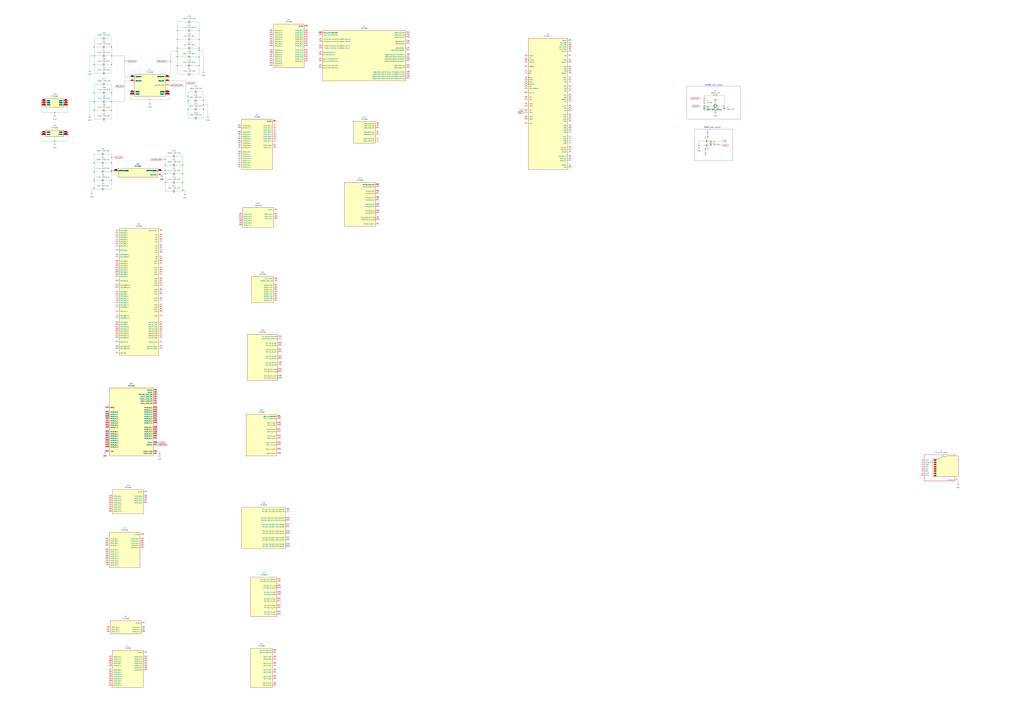
<source format=kicad_sch>
(kicad_sch
	(version 20250114)
	(generator "eeschema")
	(generator_version "9.0")
	(uuid "d5c36c85-32fb-4287-a9f2-c376d9c83c10")
	(paper "A0")
	(lib_symbols
		(symbol "Connector:Micro_SD_Card"
			(pin_names
				(offset 1.016)
			)
			(exclude_from_sim no)
			(in_bom yes)
			(on_board yes)
			(property "Reference" "J"
				(at -16.51 15.24 0)
				(effects
					(font
						(size 1.27 1.27)
					)
				)
			)
			(property "Value" "Micro_SD_Card"
				(at 16.51 15.24 0)
				(effects
					(font
						(size 1.27 1.27)
					)
					(justify right)
				)
			)
			(property "Footprint" ""
				(at 29.21 7.62 0)
				(effects
					(font
						(size 1.27 1.27)
					)
					(hide yes)
				)
			)
			(property "Datasheet" "https://www.we-online.com/components/products/datasheet/693072010801.pdf"
				(at 0 0 0)
				(effects
					(font
						(size 1.27 1.27)
					)
					(hide yes)
				)
			)
			(property "Description" "Micro SD Card Socket"
				(at 0 0 0)
				(effects
					(font
						(size 1.27 1.27)
					)
					(hide yes)
				)
			)
			(property "ki_keywords" "connector SD microsd"
				(at 0 0 0)
				(effects
					(font
						(size 1.27 1.27)
					)
					(hide yes)
				)
			)
			(property "ki_fp_filters" "microSD*"
				(at 0 0 0)
				(effects
					(font
						(size 1.27 1.27)
					)
					(hide yes)
				)
			)
			(symbol "Micro_SD_Card_0_1"
				(polyline
					(pts
						(xy -8.89 -11.43) (xy -8.89 8.89) (xy -1.27 8.89) (xy 2.54 12.7) (xy 3.81 12.7) (xy 3.81 11.43)
						(xy 6.35 11.43) (xy 7.62 12.7) (xy 20.32 12.7) (xy 20.32 -11.43) (xy -8.89 -11.43)
					)
					(stroke
						(width 0.254)
						(type default)
					)
					(fill
						(type background)
					)
				)
				(rectangle
					(start -7.62 8.255)
					(end -5.08 6.985)
					(stroke
						(width 0)
						(type default)
					)
					(fill
						(type outline)
					)
				)
				(rectangle
					(start -7.62 5.715)
					(end -5.08 4.445)
					(stroke
						(width 0)
						(type default)
					)
					(fill
						(type outline)
					)
				)
				(rectangle
					(start -7.62 3.175)
					(end -5.08 1.905)
					(stroke
						(width 0)
						(type default)
					)
					(fill
						(type outline)
					)
				)
				(rectangle
					(start -7.62 0.635)
					(end -5.08 -0.635)
					(stroke
						(width 0)
						(type default)
					)
					(fill
						(type outline)
					)
				)
				(rectangle
					(start -7.62 -1.905)
					(end -5.08 -3.175)
					(stroke
						(width 0)
						(type default)
					)
					(fill
						(type outline)
					)
				)
				(rectangle
					(start -7.62 -4.445)
					(end -5.08 -5.715)
					(stroke
						(width 0)
						(type default)
					)
					(fill
						(type outline)
					)
				)
				(rectangle
					(start -7.62 -6.985)
					(end -5.08 -8.255)
					(stroke
						(width 0)
						(type default)
					)
					(fill
						(type outline)
					)
				)
				(rectangle
					(start -7.62 -9.525)
					(end -5.08 -10.795)
					(stroke
						(width 0)
						(type default)
					)
					(fill
						(type outline)
					)
				)
				(polyline
					(pts
						(xy 16.51 12.7) (xy 16.51 13.97) (xy -19.05 13.97) (xy -19.05 -16.51) (xy 16.51 -16.51) (xy 16.51 -11.43)
					)
					(stroke
						(width 0.254)
						(type default)
					)
					(fill
						(type none)
					)
				)
			)
			(symbol "Micro_SD_Card_1_1"
				(pin bidirectional line
					(at -22.86 7.62 0)
					(length 3.81)
					(name "DAT2"
						(effects
							(font
								(size 1.27 1.27)
							)
						)
					)
					(number "1"
						(effects
							(font
								(size 1.27 1.27)
							)
						)
					)
				)
				(pin bidirectional line
					(at -22.86 5.08 0)
					(length 3.81)
					(name "DAT3/CD"
						(effects
							(font
								(size 1.27 1.27)
							)
						)
					)
					(number "2"
						(effects
							(font
								(size 1.27 1.27)
							)
						)
					)
				)
				(pin input line
					(at -22.86 2.54 0)
					(length 3.81)
					(name "CMD"
						(effects
							(font
								(size 1.27 1.27)
							)
						)
					)
					(number "3"
						(effects
							(font
								(size 1.27 1.27)
							)
						)
					)
				)
				(pin power_in line
					(at -22.86 0 0)
					(length 3.81)
					(name "VDD"
						(effects
							(font
								(size 1.27 1.27)
							)
						)
					)
					(number "4"
						(effects
							(font
								(size 1.27 1.27)
							)
						)
					)
				)
				(pin input line
					(at -22.86 -2.54 0)
					(length 3.81)
					(name "CLK"
						(effects
							(font
								(size 1.27 1.27)
							)
						)
					)
					(number "5"
						(effects
							(font
								(size 1.27 1.27)
							)
						)
					)
				)
				(pin power_in line
					(at -22.86 -5.08 0)
					(length 3.81)
					(name "VSS"
						(effects
							(font
								(size 1.27 1.27)
							)
						)
					)
					(number "6"
						(effects
							(font
								(size 1.27 1.27)
							)
						)
					)
				)
				(pin bidirectional line
					(at -22.86 -7.62 0)
					(length 3.81)
					(name "DAT0"
						(effects
							(font
								(size 1.27 1.27)
							)
						)
					)
					(number "7"
						(effects
							(font
								(size 1.27 1.27)
							)
						)
					)
				)
				(pin bidirectional line
					(at -22.86 -10.16 0)
					(length 3.81)
					(name "DAT1"
						(effects
							(font
								(size 1.27 1.27)
							)
						)
					)
					(number "8"
						(effects
							(font
								(size 1.27 1.27)
							)
						)
					)
				)
				(pin passive line
					(at 20.32 -15.24 180)
					(length 3.81)
					(name "SHIELD"
						(effects
							(font
								(size 1.27 1.27)
							)
						)
					)
					(number "9"
						(effects
							(font
								(size 1.27 1.27)
							)
						)
					)
				)
			)
			(embedded_fonts no)
		)
		(symbol "Device:C_Small"
			(pin_numbers
				(hide yes)
			)
			(pin_names
				(offset 0.254)
				(hide yes)
			)
			(exclude_from_sim no)
			(in_bom yes)
			(on_board yes)
			(property "Reference" "C"
				(at 0.254 1.778 0)
				(effects
					(font
						(size 1.27 1.27)
					)
					(justify left)
				)
			)
			(property "Value" "C_Small"
				(at 0.254 -2.032 0)
				(effects
					(font
						(size 1.27 1.27)
					)
					(justify left)
				)
			)
			(property "Footprint" ""
				(at 0 0 0)
				(effects
					(font
						(size 1.27 1.27)
					)
					(hide yes)
				)
			)
			(property "Datasheet" "~"
				(at 0 0 0)
				(effects
					(font
						(size 1.27 1.27)
					)
					(hide yes)
				)
			)
			(property "Description" "Unpolarized capacitor, small symbol"
				(at 0 0 0)
				(effects
					(font
						(size 1.27 1.27)
					)
					(hide yes)
				)
			)
			(property "ki_keywords" "capacitor cap"
				(at 0 0 0)
				(effects
					(font
						(size 1.27 1.27)
					)
					(hide yes)
				)
			)
			(property "ki_fp_filters" "C_*"
				(at 0 0 0)
				(effects
					(font
						(size 1.27 1.27)
					)
					(hide yes)
				)
			)
			(symbol "C_Small_0_1"
				(polyline
					(pts
						(xy -1.524 0.508) (xy 1.524 0.508)
					)
					(stroke
						(width 0.3048)
						(type default)
					)
					(fill
						(type none)
					)
				)
				(polyline
					(pts
						(xy -1.524 -0.508) (xy 1.524 -0.508)
					)
					(stroke
						(width 0.3302)
						(type default)
					)
					(fill
						(type none)
					)
				)
			)
			(symbol "C_Small_1_1"
				(pin passive line
					(at 0 2.54 270)
					(length 2.032)
					(name "~"
						(effects
							(font
								(size 1.27 1.27)
							)
						)
					)
					(number "1"
						(effects
							(font
								(size 1.27 1.27)
							)
						)
					)
				)
				(pin passive line
					(at 0 -2.54 90)
					(length 2.032)
					(name "~"
						(effects
							(font
								(size 1.27 1.27)
							)
						)
					)
					(number "2"
						(effects
							(font
								(size 1.27 1.27)
							)
						)
					)
				)
			)
			(embedded_fonts no)
		)
		(symbol "Device:Crystal_GND23_Small"
			(pin_names
				(offset 1.016)
				(hide yes)
			)
			(exclude_from_sim no)
			(in_bom yes)
			(on_board yes)
			(property "Reference" "Y"
				(at 1.27 4.445 0)
				(effects
					(font
						(size 1.27 1.27)
					)
					(justify left)
				)
			)
			(property "Value" "Crystal_GND23_Small"
				(at 1.27 2.54 0)
				(effects
					(font
						(size 1.27 1.27)
					)
					(justify left)
				)
			)
			(property "Footprint" ""
				(at 0 0 0)
				(effects
					(font
						(size 1.27 1.27)
					)
					(hide yes)
				)
			)
			(property "Datasheet" "~"
				(at 0 0 0)
				(effects
					(font
						(size 1.27 1.27)
					)
					(hide yes)
				)
			)
			(property "Description" "Four pin crystal, GND on pins 2 and 3, small symbol"
				(at 0 0 0)
				(effects
					(font
						(size 1.27 1.27)
					)
					(hide yes)
				)
			)
			(property "ki_keywords" "quartz ceramic resonator oscillator"
				(at 0 0 0)
				(effects
					(font
						(size 1.27 1.27)
					)
					(hide yes)
				)
			)
			(property "ki_fp_filters" "Crystal*"
				(at 0 0 0)
				(effects
					(font
						(size 1.27 1.27)
					)
					(hide yes)
				)
			)
			(symbol "Crystal_GND23_Small_0_1"
				(polyline
					(pts
						(xy -1.27 1.27) (xy -1.27 1.905) (xy 1.27 1.905) (xy 1.27 1.27)
					)
					(stroke
						(width 0)
						(type default)
					)
					(fill
						(type none)
					)
				)
				(polyline
					(pts
						(xy -1.27 -0.762) (xy -1.27 0.762)
					)
					(stroke
						(width 0.381)
						(type default)
					)
					(fill
						(type none)
					)
				)
				(polyline
					(pts
						(xy -1.27 -1.27) (xy -1.27 -1.905) (xy 1.27 -1.905) (xy 1.27 -1.27)
					)
					(stroke
						(width 0)
						(type default)
					)
					(fill
						(type none)
					)
				)
				(rectangle
					(start -0.762 -1.524)
					(end 0.762 1.524)
					(stroke
						(width 0)
						(type default)
					)
					(fill
						(type none)
					)
				)
				(polyline
					(pts
						(xy 1.27 -0.762) (xy 1.27 0.762)
					)
					(stroke
						(width 0.381)
						(type default)
					)
					(fill
						(type none)
					)
				)
			)
			(symbol "Crystal_GND23_Small_1_1"
				(pin passive line
					(at -2.54 0 0)
					(length 1.27)
					(name "1"
						(effects
							(font
								(size 1.27 1.27)
							)
						)
					)
					(number "1"
						(effects
							(font
								(size 0.762 0.762)
							)
						)
					)
				)
				(pin passive line
					(at 0 2.54 270)
					(length 0.635)
					(name "3"
						(effects
							(font
								(size 1.27 1.27)
							)
						)
					)
					(number "3"
						(effects
							(font
								(size 0.762 0.762)
							)
						)
					)
				)
				(pin passive line
					(at 0 -2.54 90)
					(length 0.635)
					(name "2"
						(effects
							(font
								(size 1.27 1.27)
							)
						)
					)
					(number "2"
						(effects
							(font
								(size 0.762 0.762)
							)
						)
					)
				)
				(pin passive line
					(at 2.54 0 180)
					(length 1.27)
					(name "4"
						(effects
							(font
								(size 1.27 1.27)
							)
						)
					)
					(number "4"
						(effects
							(font
								(size 0.762 0.762)
							)
						)
					)
				)
			)
			(embedded_fonts no)
		)
		(symbol "Device:Crystal_Small"
			(pin_numbers
				(hide yes)
			)
			(pin_names
				(offset 1.016)
				(hide yes)
			)
			(exclude_from_sim no)
			(in_bom yes)
			(on_board yes)
			(property "Reference" "Y"
				(at 0 2.54 0)
				(effects
					(font
						(size 1.27 1.27)
					)
				)
			)
			(property "Value" "Crystal_Small"
				(at 0 -2.54 0)
				(effects
					(font
						(size 1.27 1.27)
					)
				)
			)
			(property "Footprint" ""
				(at 0 0 0)
				(effects
					(font
						(size 1.27 1.27)
					)
					(hide yes)
				)
			)
			(property "Datasheet" "~"
				(at 0 0 0)
				(effects
					(font
						(size 1.27 1.27)
					)
					(hide yes)
				)
			)
			(property "Description" "Two pin crystal, small symbol"
				(at 0 0 0)
				(effects
					(font
						(size 1.27 1.27)
					)
					(hide yes)
				)
			)
			(property "ki_keywords" "quartz ceramic resonator oscillator"
				(at 0 0 0)
				(effects
					(font
						(size 1.27 1.27)
					)
					(hide yes)
				)
			)
			(property "ki_fp_filters" "Crystal*"
				(at 0 0 0)
				(effects
					(font
						(size 1.27 1.27)
					)
					(hide yes)
				)
			)
			(symbol "Crystal_Small_0_1"
				(polyline
					(pts
						(xy -1.27 -0.762) (xy -1.27 0.762)
					)
					(stroke
						(width 0.381)
						(type default)
					)
					(fill
						(type none)
					)
				)
				(rectangle
					(start -0.762 -1.524)
					(end 0.762 1.524)
					(stroke
						(width 0)
						(type default)
					)
					(fill
						(type none)
					)
				)
				(polyline
					(pts
						(xy 1.27 -0.762) (xy 1.27 0.762)
					)
					(stroke
						(width 0.381)
						(type default)
					)
					(fill
						(type none)
					)
				)
			)
			(symbol "Crystal_Small_1_1"
				(pin passive line
					(at -2.54 0 0)
					(length 1.27)
					(name "1"
						(effects
							(font
								(size 1.27 1.27)
							)
						)
					)
					(number "1"
						(effects
							(font
								(size 1.27 1.27)
							)
						)
					)
				)
				(pin passive line
					(at 2.54 0 180)
					(length 1.27)
					(name "2"
						(effects
							(font
								(size 1.27 1.27)
							)
						)
					)
					(number "2"
						(effects
							(font
								(size 1.27 1.27)
							)
						)
					)
				)
			)
			(embedded_fonts no)
		)
		(symbol "Device:R_Small"
			(pin_numbers
				(hide yes)
			)
			(pin_names
				(offset 0.254)
				(hide yes)
			)
			(exclude_from_sim no)
			(in_bom yes)
			(on_board yes)
			(property "Reference" "R"
				(at 0 0 90)
				(effects
					(font
						(size 1.016 1.016)
					)
				)
			)
			(property "Value" "R_Small"
				(at 1.778 0 90)
				(effects
					(font
						(size 1.27 1.27)
					)
				)
			)
			(property "Footprint" ""
				(at 0 0 0)
				(effects
					(font
						(size 1.27 1.27)
					)
					(hide yes)
				)
			)
			(property "Datasheet" "~"
				(at 0 0 0)
				(effects
					(font
						(size 1.27 1.27)
					)
					(hide yes)
				)
			)
			(property "Description" "Resistor, small symbol"
				(at 0 0 0)
				(effects
					(font
						(size 1.27 1.27)
					)
					(hide yes)
				)
			)
			(property "ki_keywords" "R resistor"
				(at 0 0 0)
				(effects
					(font
						(size 1.27 1.27)
					)
					(hide yes)
				)
			)
			(property "ki_fp_filters" "R_*"
				(at 0 0 0)
				(effects
					(font
						(size 1.27 1.27)
					)
					(hide yes)
				)
			)
			(symbol "R_Small_0_1"
				(rectangle
					(start -0.762 1.778)
					(end 0.762 -1.778)
					(stroke
						(width 0.2032)
						(type default)
					)
					(fill
						(type none)
					)
				)
			)
			(symbol "R_Small_1_1"
				(pin passive line
					(at 0 2.54 270)
					(length 0.762)
					(name "~"
						(effects
							(font
								(size 1.27 1.27)
							)
						)
					)
					(number "1"
						(effects
							(font
								(size 1.27 1.27)
							)
						)
					)
				)
				(pin passive line
					(at 0 -2.54 90)
					(length 0.762)
					(name "~"
						(effects
							(font
								(size 1.27 1.27)
							)
						)
					)
					(number "2"
						(effects
							(font
								(size 1.27 1.27)
							)
						)
					)
				)
			)
			(embedded_fonts no)
		)
		(symbol "RK3568:RK3568"
			(pin_names
				(offset 1.016)
			)
			(exclude_from_sim no)
			(in_bom yes)
			(on_board yes)
			(property "Reference" "U"
				(at -17.78 13.462 0)
				(effects
					(font
						(size 1.27 1.27)
					)
					(justify left bottom)
				)
			)
			(property "Value" "RK3568"
				(at -17.78 -15.24 0)
				(effects
					(font
						(size 1.27 1.27)
					)
					(justify left bottom)
				)
			)
			(property "Footprint" "RK3568:BGA636C65P28X28_1900X1900X168"
				(at 0 0 0)
				(effects
					(font
						(size 1.27 1.27)
					)
					(justify bottom)
					(hide yes)
				)
			)
			(property "Datasheet" ""
				(at 0 0 0)
				(effects
					(font
						(size 1.27 1.27)
					)
					(hide yes)
				)
			)
			(property "Description" ""
				(at 0 0 0)
				(effects
					(font
						(size 1.27 1.27)
					)
					(hide yes)
				)
			)
			(property "MF" "Rockchip"
				(at 0 0 0)
				(effects
					(font
						(size 1.27 1.27)
					)
					(justify bottom)
					(hide yes)
				)
			)
			(property "MAXIMUM_PACKAGE_HEIGHT" "1.68mm"
				(at 0 0 0)
				(effects
					(font
						(size 1.27 1.27)
					)
					(justify bottom)
					(hide yes)
				)
			)
			(property "Package" "None"
				(at 0 0 0)
				(effects
					(font
						(size 1.27 1.27)
					)
					(justify bottom)
					(hide yes)
				)
			)
			(property "Price" "None"
				(at 0 0 0)
				(effects
					(font
						(size 1.27 1.27)
					)
					(justify bottom)
					(hide yes)
				)
			)
			(property "Check_prices" "https://www.snapeda.com/parts/RK3568/Fuzhou+Rockchip+Electronics+Co/view-part/?ref=eda"
				(at 0 0 0)
				(effects
					(font
						(size 1.27 1.27)
					)
					(justify bottom)
					(hide yes)
				)
			)
			(property "STANDARD" "IPC-7351B"
				(at 0 0 0)
				(effects
					(font
						(size 1.27 1.27)
					)
					(justify bottom)
					(hide yes)
				)
			)
			(property "PARTREV" "1.3"
				(at 0 0 0)
				(effects
					(font
						(size 1.27 1.27)
					)
					(justify bottom)
					(hide yes)
				)
			)
			(property "SnapEDA_Link" "https://www.snapeda.com/parts/RK3568/Fuzhou+Rockchip+Electronics+Co/view-part/?ref=snap"
				(at 0 0 0)
				(effects
					(font
						(size 1.27 1.27)
					)
					(justify bottom)
					(hide yes)
				)
			)
			(property "MP" "RK3568"
				(at 0 0 0)
				(effects
					(font
						(size 1.27 1.27)
					)
					(justify bottom)
					(hide yes)
				)
			)
			(property "Description_1" "Quad-core Cortex-A55 up to 2.0GHz"
				(at 0 0 0)
				(effects
					(font
						(size 1.27 1.27)
					)
					(justify bottom)
					(hide yes)
				)
			)
			(property "Availability" "In Stock"
				(at 0 0 0)
				(effects
					(font
						(size 1.27 1.27)
					)
					(justify bottom)
					(hide yes)
				)
			)
			(property "MANUFACTURER" "Rockchip Electronics"
				(at 0 0 0)
				(effects
					(font
						(size 1.27 1.27)
					)
					(justify bottom)
					(hide yes)
				)
			)
			(symbol "RK3568_1_0"
				(rectangle
					(start -17.78 -12.7)
					(end 17.78 12.7)
					(stroke
						(width 0.254)
						(type default)
					)
					(fill
						(type background)
					)
				)
				(pin power_in line
					(at -22.86 10.16 0)
					(length 5.08)
					(name "VDD_CPU"
						(effects
							(font
								(size 1.016 1.016)
							)
						)
					)
					(number "J15"
						(effects
							(font
								(size 1.016 1.016)
							)
						)
					)
				)
				(pin power_in line
					(at -22.86 10.16 0)
					(length 5.08)
					(name "VDD_CPU"
						(effects
							(font
								(size 1.016 1.016)
							)
						)
					)
					(number "K15"
						(effects
							(font
								(size 1.016 1.016)
							)
						)
					)
				)
				(pin power_in line
					(at -22.86 10.16 0)
					(length 5.08)
					(name "VDD_CPU"
						(effects
							(font
								(size 1.016 1.016)
							)
						)
					)
					(number "K16"
						(effects
							(font
								(size 1.016 1.016)
							)
						)
					)
				)
				(pin power_in line
					(at -22.86 10.16 0)
					(length 5.08)
					(name "VDD_CPU"
						(effects
							(font
								(size 1.016 1.016)
							)
						)
					)
					(number "K17"
						(effects
							(font
								(size 1.016 1.016)
							)
						)
					)
				)
				(pin power_in line
					(at -22.86 10.16 0)
					(length 5.08)
					(name "VDD_CPU"
						(effects
							(font
								(size 1.016 1.016)
							)
						)
					)
					(number "K18"
						(effects
							(font
								(size 1.016 1.016)
							)
						)
					)
				)
				(pin power_in line
					(at -22.86 10.16 0)
					(length 5.08)
					(name "VDD_CPU"
						(effects
							(font
								(size 1.016 1.016)
							)
						)
					)
					(number "L15"
						(effects
							(font
								(size 1.016 1.016)
							)
						)
					)
				)
				(pin power_in line
					(at -22.86 10.16 0)
					(length 5.08)
					(name "VDD_CPU"
						(effects
							(font
								(size 1.016 1.016)
							)
						)
					)
					(number "L16"
						(effects
							(font
								(size 1.016 1.016)
							)
						)
					)
				)
				(pin power_in line
					(at -22.86 10.16 0)
					(length 5.08)
					(name "VDD_CPU"
						(effects
							(font
								(size 1.016 1.016)
							)
						)
					)
					(number "L17"
						(effects
							(font
								(size 1.016 1.016)
							)
						)
					)
				)
				(pin power_in line
					(at -22.86 10.16 0)
					(length 5.08)
					(name "VDD_CPU"
						(effects
							(font
								(size 1.016 1.016)
							)
						)
					)
					(number "L18"
						(effects
							(font
								(size 1.016 1.016)
							)
						)
					)
				)
				(pin power_in line
					(at -22.86 10.16 0)
					(length 5.08)
					(name "VDD_CPU"
						(effects
							(font
								(size 1.016 1.016)
							)
						)
					)
					(number "M17"
						(effects
							(font
								(size 1.016 1.016)
							)
						)
					)
				)
				(pin power_in line
					(at -22.86 5.08 0)
					(length 5.08)
					(name "VDD_GPU"
						(effects
							(font
								(size 1.016 1.016)
							)
						)
					)
					(number "R13"
						(effects
							(font
								(size 1.016 1.016)
							)
						)
					)
				)
				(pin power_in line
					(at -22.86 5.08 0)
					(length 5.08)
					(name "VDD_GPU"
						(effects
							(font
								(size 1.016 1.016)
							)
						)
					)
					(number "T13"
						(effects
							(font
								(size 1.016 1.016)
							)
						)
					)
				)
				(pin power_in line
					(at -22.86 5.08 0)
					(length 5.08)
					(name "VDD_GPU"
						(effects
							(font
								(size 1.016 1.016)
							)
						)
					)
					(number "U11"
						(effects
							(font
								(size 1.016 1.016)
							)
						)
					)
				)
				(pin power_in line
					(at -22.86 5.08 0)
					(length 5.08)
					(name "VDD_GPU"
						(effects
							(font
								(size 1.016 1.016)
							)
						)
					)
					(number "U12"
						(effects
							(font
								(size 1.016 1.016)
							)
						)
					)
				)
				(pin power_in line
					(at -22.86 5.08 0)
					(length 5.08)
					(name "VDD_GPU"
						(effects
							(font
								(size 1.016 1.016)
							)
						)
					)
					(number "U13"
						(effects
							(font
								(size 1.016 1.016)
							)
						)
					)
				)
				(pin power_in line
					(at -22.86 -7.62 0)
					(length 5.08)
					(name "AVSS1"
						(effects
							(font
								(size 1.016 1.016)
							)
						)
					)
					(number "J27"
						(effects
							(font
								(size 1.016 1.016)
							)
						)
					)
				)
				(pin power_in line
					(at -22.86 -7.62 0)
					(length 5.08)
					(name "AVSS1"
						(effects
							(font
								(size 1.016 1.016)
							)
						)
					)
					(number "L24"
						(effects
							(font
								(size 1.016 1.016)
							)
						)
					)
				)
				(pin power_in line
					(at -22.86 -7.62 0)
					(length 5.08)
					(name "AVSS1"
						(effects
							(font
								(size 1.016 1.016)
							)
						)
					)
					(number "L26"
						(effects
							(font
								(size 1.016 1.016)
							)
						)
					)
				)
				(pin power_in line
					(at -22.86 -7.62 0)
					(length 5.08)
					(name "AVSS1"
						(effects
							(font
								(size 1.016 1.016)
							)
						)
					)
					(number "M21"
						(effects
							(font
								(size 1.016 1.016)
							)
						)
					)
				)
				(pin power_in line
					(at -22.86 -7.62 0)
					(length 5.08)
					(name "AVSS1"
						(effects
							(font
								(size 1.016 1.016)
							)
						)
					)
					(number "M26"
						(effects
							(font
								(size 1.016 1.016)
							)
						)
					)
				)
				(pin power_in line
					(at -22.86 -7.62 0)
					(length 5.08)
					(name "AVSS1"
						(effects
							(font
								(size 1.016 1.016)
							)
						)
					)
					(number "N28"
						(effects
							(font
								(size 1.016 1.016)
							)
						)
					)
				)
				(pin power_in line
					(at -22.86 -7.62 0)
					(length 5.08)
					(name "AVSS1"
						(effects
							(font
								(size 1.016 1.016)
							)
						)
					)
					(number "P21"
						(effects
							(font
								(size 1.016 1.016)
							)
						)
					)
				)
				(pin power_in line
					(at -22.86 -7.62 0)
					(length 5.08)
					(name "AVSS1"
						(effects
							(font
								(size 1.016 1.016)
							)
						)
					)
					(number "P26"
						(effects
							(font
								(size 1.016 1.016)
							)
						)
					)
				)
				(pin power_in line
					(at -22.86 -7.62 0)
					(length 5.08)
					(name "AVSS1"
						(effects
							(font
								(size 1.016 1.016)
							)
						)
					)
					(number "R23"
						(effects
							(font
								(size 1.016 1.016)
							)
						)
					)
				)
				(pin power_in line
					(at -22.86 -7.62 0)
					(length 5.08)
					(name "AVSS1"
						(effects
							(font
								(size 1.016 1.016)
							)
						)
					)
					(number "R26"
						(effects
							(font
								(size 1.016 1.016)
							)
						)
					)
				)
				(pin power_in line
					(at -22.86 -7.62 0)
					(length 5.08)
					(name "AVSS1"
						(effects
							(font
								(size 1.016 1.016)
							)
						)
					)
					(number "U23"
						(effects
							(font
								(size 1.016 1.016)
							)
						)
					)
				)
				(pin power_in line
					(at -22.86 -7.62 0)
					(length 5.08)
					(name "AVSS1"
						(effects
							(font
								(size 1.016 1.016)
							)
						)
					)
					(number "U26"
						(effects
							(font
								(size 1.016 1.016)
							)
						)
					)
				)
				(pin power_in line
					(at -22.86 -7.62 0)
					(length 5.08)
					(name "AVSS1"
						(effects
							(font
								(size 1.016 1.016)
							)
						)
					)
					(number "V14"
						(effects
							(font
								(size 1.016 1.016)
							)
						)
					)
				)
				(pin power_in line
					(at -22.86 -7.62 0)
					(length 5.08)
					(name "AVSS1"
						(effects
							(font
								(size 1.016 1.016)
							)
						)
					)
					(number "V15"
						(effects
							(font
								(size 1.016 1.016)
							)
						)
					)
				)
				(pin power_in line
					(at -22.86 -7.62 0)
					(length 5.08)
					(name "AVSS1"
						(effects
							(font
								(size 1.016 1.016)
							)
						)
					)
					(number "V16"
						(effects
							(font
								(size 1.016 1.016)
							)
						)
					)
				)
				(pin power_in line
					(at -22.86 -10.16 0)
					(length 5.08)
					(name "AVSS2"
						(effects
							(font
								(size 1.016 1.016)
							)
						)
					)
					(number "AA12"
						(effects
							(font
								(size 1.016 1.016)
							)
						)
					)
				)
				(pin power_in line
					(at -22.86 -10.16 0)
					(length 5.08)
					(name "AVSS2"
						(effects
							(font
								(size 1.016 1.016)
							)
						)
					)
					(number "AA14"
						(effects
							(font
								(size 1.016 1.016)
							)
						)
					)
				)
				(pin power_in line
					(at -22.86 -10.16 0)
					(length 5.08)
					(name "AVSS2"
						(effects
							(font
								(size 1.016 1.016)
							)
						)
					)
					(number "AA15"
						(effects
							(font
								(size 1.016 1.016)
							)
						)
					)
				)
				(pin power_in line
					(at -22.86 -10.16 0)
					(length 5.08)
					(name "AVSS2"
						(effects
							(font
								(size 1.016 1.016)
							)
						)
					)
					(number "AA17"
						(effects
							(font
								(size 1.016 1.016)
							)
						)
					)
				)
				(pin power_in line
					(at -22.86 -10.16 0)
					(length 5.08)
					(name "AVSS2"
						(effects
							(font
								(size 1.016 1.016)
							)
						)
					)
					(number "AA24"
						(effects
							(font
								(size 1.016 1.016)
							)
						)
					)
				)
				(pin power_in line
					(at -22.86 -10.16 0)
					(length 5.08)
					(name "AVSS2"
						(effects
							(font
								(size 1.016 1.016)
							)
						)
					)
					(number "AA26"
						(effects
							(font
								(size 1.016 1.016)
							)
						)
					)
				)
				(pin power_in line
					(at -22.86 -10.16 0)
					(length 5.08)
					(name "AVSS2"
						(effects
							(font
								(size 1.016 1.016)
							)
						)
					)
					(number "AB11"
						(effects
							(font
								(size 1.016 1.016)
							)
						)
					)
				)
				(pin power_in line
					(at -22.86 -10.16 0)
					(length 5.08)
					(name "AVSS2"
						(effects
							(font
								(size 1.016 1.016)
							)
						)
					)
					(number "V22"
						(effects
							(font
								(size 1.016 1.016)
							)
						)
					)
				)
				(pin power_in line
					(at -22.86 -10.16 0)
					(length 5.08)
					(name "AVSS2"
						(effects
							(font
								(size 1.016 1.016)
							)
						)
					)
					(number "V23"
						(effects
							(font
								(size 1.016 1.016)
							)
						)
					)
				)
				(pin power_in line
					(at -22.86 -10.16 0)
					(length 5.08)
					(name "AVSS2"
						(effects
							(font
								(size 1.016 1.016)
							)
						)
					)
					(number "V26"
						(effects
							(font
								(size 1.016 1.016)
							)
						)
					)
				)
				(pin power_in line
					(at -22.86 -10.16 0)
					(length 5.08)
					(name "AVSS2"
						(effects
							(font
								(size 1.016 1.016)
							)
						)
					)
					(number "W17"
						(effects
							(font
								(size 1.016 1.016)
							)
						)
					)
				)
				(pin power_in line
					(at -22.86 -10.16 0)
					(length 5.08)
					(name "AVSS2"
						(effects
							(font
								(size 1.016 1.016)
							)
						)
					)
					(number "Y18"
						(effects
							(font
								(size 1.016 1.016)
							)
						)
					)
				)
				(pin power_in line
					(at -22.86 -10.16 0)
					(length 5.08)
					(name "AVSS2"
						(effects
							(font
								(size 1.016 1.016)
							)
						)
					)
					(number "Y23"
						(effects
							(font
								(size 1.016 1.016)
							)
						)
					)
				)
				(pin power_in line
					(at -22.86 -10.16 0)
					(length 5.08)
					(name "AVSS2"
						(effects
							(font
								(size 1.016 1.016)
							)
						)
					)
					(number "Y24"
						(effects
							(font
								(size 1.016 1.016)
							)
						)
					)
				)
				(pin power_in line
					(at -22.86 -10.16 0)
					(length 5.08)
					(name "AVSS2"
						(effects
							(font
								(size 1.016 1.016)
							)
						)
					)
					(number "Y26"
						(effects
							(font
								(size 1.016 1.016)
							)
						)
					)
				)
				(pin power_in line
					(at 22.86 10.16 180)
					(length 5.08)
					(name "VDD_LOGIC"
						(effects
							(font
								(size 1.016 1.016)
							)
						)
					)
					(number "L12"
						(effects
							(font
								(size 1.016 1.016)
							)
						)
					)
				)
				(pin power_in line
					(at 22.86 10.16 180)
					(length 5.08)
					(name "VDD_LOGIC"
						(effects
							(font
								(size 1.016 1.016)
							)
						)
					)
					(number "M12"
						(effects
							(font
								(size 1.016 1.016)
							)
						)
					)
				)
				(pin power_in line
					(at 22.86 10.16 180)
					(length 5.08)
					(name "VDD_LOGIC"
						(effects
							(font
								(size 1.016 1.016)
							)
						)
					)
					(number "N13"
						(effects
							(font
								(size 1.016 1.016)
							)
						)
					)
				)
				(pin power_in line
					(at 22.86 10.16 180)
					(length 5.08)
					(name "VDD_LOGIC"
						(effects
							(font
								(size 1.016 1.016)
							)
						)
					)
					(number "N16"
						(effects
							(font
								(size 1.016 1.016)
							)
						)
					)
				)
				(pin power_in line
					(at 22.86 10.16 180)
					(length 5.08)
					(name "VDD_LOGIC"
						(effects
							(font
								(size 1.016 1.016)
							)
						)
					)
					(number "P13"
						(effects
							(font
								(size 1.016 1.016)
							)
						)
					)
				)
				(pin power_in line
					(at 22.86 10.16 180)
					(length 5.08)
					(name "VDD_LOGIC"
						(effects
							(font
								(size 1.016 1.016)
							)
						)
					)
					(number "P16"
						(effects
							(font
								(size 1.016 1.016)
							)
						)
					)
				)
				(pin power_in line
					(at 22.86 10.16 180)
					(length 5.08)
					(name "VDD_LOGIC"
						(effects
							(font
								(size 1.016 1.016)
							)
						)
					)
					(number "R12"
						(effects
							(font
								(size 1.016 1.016)
							)
						)
					)
				)
				(pin power_in line
					(at 22.86 10.16 180)
					(length 5.08)
					(name "VDD_LOGIC"
						(effects
							(font
								(size 1.016 1.016)
							)
						)
					)
					(number "R16"
						(effects
							(font
								(size 1.016 1.016)
							)
						)
					)
				)
				(pin power_in line
					(at 22.86 10.16 180)
					(length 5.08)
					(name "VDD_LOGIC"
						(effects
							(font
								(size 1.016 1.016)
							)
						)
					)
					(number "T12"
						(effects
							(font
								(size 1.016 1.016)
							)
						)
					)
				)
				(pin power_in line
					(at 22.86 10.16 180)
					(length 5.08)
					(name "VDD_LOGIC"
						(effects
							(font
								(size 1.016 1.016)
							)
						)
					)
					(number "T16"
						(effects
							(font
								(size 1.016 1.016)
							)
						)
					)
				)
				(pin power_in line
					(at 22.86 5.08 180)
					(length 5.08)
					(name "VDD_NPU"
						(effects
							(font
								(size 1.016 1.016)
							)
						)
					)
					(number "M19"
						(effects
							(font
								(size 1.016 1.016)
							)
						)
					)
				)
				(pin power_in line
					(at 22.86 5.08 180)
					(length 5.08)
					(name "VDD_NPU"
						(effects
							(font
								(size 1.016 1.016)
							)
						)
					)
					(number "N19"
						(effects
							(font
								(size 1.016 1.016)
							)
						)
					)
				)
				(pin power_in line
					(at 22.86 5.08 180)
					(length 5.08)
					(name "VDD_NPU"
						(effects
							(font
								(size 1.016 1.016)
							)
						)
					)
					(number "P18"
						(effects
							(font
								(size 1.016 1.016)
							)
						)
					)
				)
				(pin power_in line
					(at 22.86 5.08 180)
					(length 5.08)
					(name "VDD_NPU"
						(effects
							(font
								(size 1.016 1.016)
							)
						)
					)
					(number "P19"
						(effects
							(font
								(size 1.016 1.016)
							)
						)
					)
				)
				(pin power_in line
					(at 22.86 5.08 180)
					(length 5.08)
					(name "VDD_NPU"
						(effects
							(font
								(size 1.016 1.016)
							)
						)
					)
					(number "P20"
						(effects
							(font
								(size 1.016 1.016)
							)
						)
					)
				)
				(pin power_in line
					(at 22.86 0 180)
					(length 5.08)
					(name "VDD_CPU_COM"
						(effects
							(font
								(size 1.016 1.016)
							)
						)
					)
					(number "M15"
						(effects
							(font
								(size 1.016 1.016)
							)
						)
					)
				)
				(pin power_in line
					(at 22.86 -7.62 180)
					(length 5.08)
					(name "AVSS3"
						(effects
							(font
								(size 1.016 1.016)
							)
						)
					)
					(number "AB12"
						(effects
							(font
								(size 1.016 1.016)
							)
						)
					)
				)
				(pin power_in line
					(at 22.86 -7.62 180)
					(length 5.08)
					(name "AVSS3"
						(effects
							(font
								(size 1.016 1.016)
							)
						)
					)
					(number "AB14"
						(effects
							(font
								(size 1.016 1.016)
							)
						)
					)
				)
				(pin power_in line
					(at 22.86 -7.62 180)
					(length 5.08)
					(name "AVSS3"
						(effects
							(font
								(size 1.016 1.016)
							)
						)
					)
					(number "AB15"
						(effects
							(font
								(size 1.016 1.016)
							)
						)
					)
				)
				(pin power_in line
					(at 22.86 -7.62 180)
					(length 5.08)
					(name "AVSS3"
						(effects
							(font
								(size 1.016 1.016)
							)
						)
					)
					(number "AB17"
						(effects
							(font
								(size 1.016 1.016)
							)
						)
					)
				)
				(pin power_in line
					(at 22.86 -7.62 180)
					(length 5.08)
					(name "AVSS3"
						(effects
							(font
								(size 1.016 1.016)
							)
						)
					)
					(number "AC11"
						(effects
							(font
								(size 1.016 1.016)
							)
						)
					)
				)
				(pin power_in line
					(at 22.86 -7.62 180)
					(length 5.08)
					(name "AVSS3"
						(effects
							(font
								(size 1.016 1.016)
							)
						)
					)
					(number "AC12"
						(effects
							(font
								(size 1.016 1.016)
							)
						)
					)
				)
				(pin power_in line
					(at 22.86 -7.62 180)
					(length 5.08)
					(name "AVSS3"
						(effects
							(font
								(size 1.016 1.016)
							)
						)
					)
					(number "AC15"
						(effects
							(font
								(size 1.016 1.016)
							)
						)
					)
				)
				(pin power_in line
					(at 22.86 -7.62 180)
					(length 5.08)
					(name "AVSS3"
						(effects
							(font
								(size 1.016 1.016)
							)
						)
					)
					(number "AC18"
						(effects
							(font
								(size 1.016 1.016)
							)
						)
					)
				)
				(pin power_in line
					(at 22.86 -7.62 180)
					(length 5.08)
					(name "AVSS3"
						(effects
							(font
								(size 1.016 1.016)
							)
						)
					)
					(number "AC25"
						(effects
							(font
								(size 1.016 1.016)
							)
						)
					)
				)
				(pin power_in line
					(at 22.86 -7.62 180)
					(length 5.08)
					(name "AVSS3"
						(effects
							(font
								(size 1.016 1.016)
							)
						)
					)
					(number "AC26"
						(effects
							(font
								(size 1.016 1.016)
							)
						)
					)
				)
				(pin power_in line
					(at 22.86 -7.62 180)
					(length 5.08)
					(name "AVSS3"
						(effects
							(font
								(size 1.016 1.016)
							)
						)
					)
					(number "AC9"
						(effects
							(font
								(size 1.016 1.016)
							)
						)
					)
				)
				(pin power_in line
					(at 22.86 -7.62 180)
					(length 5.08)
					(name "AVSS3"
						(effects
							(font
								(size 1.016 1.016)
							)
						)
					)
					(number "AD26"
						(effects
							(font
								(size 1.016 1.016)
							)
						)
					)
				)
				(pin power_in line
					(at 22.86 -7.62 180)
					(length 5.08)
					(name "AVSS3"
						(effects
							(font
								(size 1.016 1.016)
							)
						)
					)
					(number "AE14"
						(effects
							(font
								(size 1.016 1.016)
							)
						)
					)
				)
				(pin power_in line
					(at 22.86 -7.62 180)
					(length 5.08)
					(name "AVSS3"
						(effects
							(font
								(size 1.016 1.016)
							)
						)
					)
					(number "AE17"
						(effects
							(font
								(size 1.016 1.016)
							)
						)
					)
				)
				(pin power_in line
					(at 22.86 -7.62 180)
					(length 5.08)
					(name "AVSS3"
						(effects
							(font
								(size 1.016 1.016)
							)
						)
					)
					(number "AE20"
						(effects
							(font
								(size 1.016 1.016)
							)
						)
					)
				)
				(pin power_in line
					(at 22.86 -10.16 180)
					(length 5.08)
					(name "AVSS4"
						(effects
							(font
								(size 1.016 1.016)
							)
						)
					)
					(number "AE27"
						(effects
							(font
								(size 1.016 1.016)
							)
						)
					)
				)
				(pin power_in line
					(at 22.86 -10.16 180)
					(length 5.08)
					(name "AVSS4"
						(effects
							(font
								(size 1.016 1.016)
							)
						)
					)
					(number "AE28"
						(effects
							(font
								(size 1.016 1.016)
							)
						)
					)
				)
				(pin power_in line
					(at 22.86 -10.16 180)
					(length 5.08)
					(name "AVSS4"
						(effects
							(font
								(size 1.016 1.016)
							)
						)
					)
					(number "AF11"
						(effects
							(font
								(size 1.016 1.016)
							)
						)
					)
				)
				(pin power_in line
					(at 22.86 -10.16 180)
					(length 5.08)
					(name "AVSS4"
						(effects
							(font
								(size 1.016 1.016)
							)
						)
					)
					(number "AF12"
						(effects
							(font
								(size 1.016 1.016)
							)
						)
					)
				)
				(pin power_in line
					(at 22.86 -10.16 180)
					(length 5.08)
					(name "AVSS4"
						(effects
							(font
								(size 1.016 1.016)
							)
						)
					)
					(number "AF14"
						(effects
							(font
								(size 1.016 1.016)
							)
						)
					)
				)
				(pin power_in line
					(at 22.86 -10.16 180)
					(length 5.08)
					(name "AVSS4"
						(effects
							(font
								(size 1.016 1.016)
							)
						)
					)
					(number "AF15"
						(effects
							(font
								(size 1.016 1.016)
							)
						)
					)
				)
				(pin power_in line
					(at 22.86 -10.16 180)
					(length 5.08)
					(name "AVSS4"
						(effects
							(font
								(size 1.016 1.016)
							)
						)
					)
					(number "AF17"
						(effects
							(font
								(size 1.016 1.016)
							)
						)
					)
				)
				(pin power_in line
					(at 22.86 -10.16 180)
					(length 5.08)
					(name "AVSS4"
						(effects
							(font
								(size 1.016 1.016)
							)
						)
					)
					(number "AF18"
						(effects
							(font
								(size 1.016 1.016)
							)
						)
					)
				)
				(pin power_in line
					(at 22.86 -10.16 180)
					(length 5.08)
					(name "AVSS4"
						(effects
							(font
								(size 1.016 1.016)
							)
						)
					)
					(number "AF20"
						(effects
							(font
								(size 1.016 1.016)
							)
						)
					)
				)
				(pin power_in line
					(at 22.86 -10.16 180)
					(length 5.08)
					(name "AVSS4"
						(effects
							(font
								(size 1.016 1.016)
							)
						)
					)
					(number "AF21"
						(effects
							(font
								(size 1.016 1.016)
							)
						)
					)
				)
				(pin power_in line
					(at 22.86 -10.16 180)
					(length 5.08)
					(name "AVSS4"
						(effects
							(font
								(size 1.016 1.016)
							)
						)
					)
					(number "AF9"
						(effects
							(font
								(size 1.016 1.016)
							)
						)
					)
				)
				(pin power_in line
					(at 22.86 -10.16 180)
					(length 5.08)
					(name "AVSS4"
						(effects
							(font
								(size 1.016 1.016)
							)
						)
					)
					(number "AG18"
						(effects
							(font
								(size 1.016 1.016)
							)
						)
					)
				)
				(pin power_in line
					(at 22.86 -10.16 180)
					(length 5.08)
					(name "AVSS4"
						(effects
							(font
								(size 1.016 1.016)
							)
						)
					)
					(number "AH18"
						(effects
							(font
								(size 1.016 1.016)
							)
						)
					)
				)
				(pin power_in line
					(at 22.86 -10.16 180)
					(length 5.08)
					(name "AVSS4"
						(effects
							(font
								(size 1.016 1.016)
							)
						)
					)
					(number "AH23"
						(effects
							(font
								(size 1.016 1.016)
							)
						)
					)
				)
			)
			(symbol "RK3568_2_0"
				(rectangle
					(start -10.16 -5.08)
					(end 10.16 5.08)
					(stroke
						(width 0.254)
						(type default)
					)
					(fill
						(type background)
					)
				)
				(pin power_in line
					(at -15.24 2.54 0)
					(length 5.08)
					(name "VSS1"
						(effects
							(font
								(size 1.016 1.016)
							)
						)
					)
					(number "A1"
						(effects
							(font
								(size 1.016 1.016)
							)
						)
					)
				)
				(pin power_in line
					(at -15.24 2.54 0)
					(length 5.08)
					(name "VSS1"
						(effects
							(font
								(size 1.016 1.016)
							)
						)
					)
					(number "A10"
						(effects
							(font
								(size 1.016 1.016)
							)
						)
					)
				)
				(pin power_in line
					(at -15.24 2.54 0)
					(length 5.08)
					(name "VSS1"
						(effects
							(font
								(size 1.016 1.016)
							)
						)
					)
					(number "A14"
						(effects
							(font
								(size 1.016 1.016)
							)
						)
					)
				)
				(pin power_in line
					(at -15.24 2.54 0)
					(length 5.08)
					(name "VSS1"
						(effects
							(font
								(size 1.016 1.016)
							)
						)
					)
					(number "A18"
						(effects
							(font
								(size 1.016 1.016)
							)
						)
					)
				)
				(pin power_in line
					(at -15.24 2.54 0)
					(length 5.08)
					(name "VSS1"
						(effects
							(font
								(size 1.016 1.016)
							)
						)
					)
					(number "A28"
						(effects
							(font
								(size 1.016 1.016)
							)
						)
					)
				)
				(pin power_in line
					(at -15.24 2.54 0)
					(length 5.08)
					(name "VSS1"
						(effects
							(font
								(size 1.016 1.016)
							)
						)
					)
					(number "A3"
						(effects
							(font
								(size 1.016 1.016)
							)
						)
					)
				)
				(pin power_in line
					(at -15.24 2.54 0)
					(length 5.08)
					(name "VSS1"
						(effects
							(font
								(size 1.016 1.016)
							)
						)
					)
					(number "A6"
						(effects
							(font
								(size 1.016 1.016)
							)
						)
					)
				)
				(pin power_in line
					(at -15.24 2.54 0)
					(length 5.08)
					(name "VSS1"
						(effects
							(font
								(size 1.016 1.016)
							)
						)
					)
					(number "B12"
						(effects
							(font
								(size 1.016 1.016)
							)
						)
					)
				)
				(pin power_in line
					(at -15.24 2.54 0)
					(length 5.08)
					(name "VSS1"
						(effects
							(font
								(size 1.016 1.016)
							)
						)
					)
					(number "B16"
						(effects
							(font
								(size 1.016 1.016)
							)
						)
					)
				)
				(pin power_in line
					(at -15.24 2.54 0)
					(length 5.08)
					(name "VSS1"
						(effects
							(font
								(size 1.016 1.016)
							)
						)
					)
					(number "B23"
						(effects
							(font
								(size 1.016 1.016)
							)
						)
					)
				)
				(pin power_in line
					(at -15.24 2.54 0)
					(length 5.08)
					(name "VSS1"
						(effects
							(font
								(size 1.016 1.016)
							)
						)
					)
					(number "B26"
						(effects
							(font
								(size 1.016 1.016)
							)
						)
					)
				)
				(pin power_in line
					(at -15.24 2.54 0)
					(length 5.08)
					(name "VSS1"
						(effects
							(font
								(size 1.016 1.016)
							)
						)
					)
					(number "B5"
						(effects
							(font
								(size 1.016 1.016)
							)
						)
					)
				)
				(pin power_in line
					(at -15.24 2.54 0)
					(length 5.08)
					(name "VSS1"
						(effects
							(font
								(size 1.016 1.016)
							)
						)
					)
					(number "B9"
						(effects
							(font
								(size 1.016 1.016)
							)
						)
					)
				)
				(pin power_in line
					(at -15.24 2.54 0)
					(length 5.08)
					(name "VSS1"
						(effects
							(font
								(size 1.016 1.016)
							)
						)
					)
					(number "C3"
						(effects
							(font
								(size 1.016 1.016)
							)
						)
					)
				)
				(pin power_in line
					(at -15.24 2.54 0)
					(length 5.08)
					(name "VSS1"
						(effects
							(font
								(size 1.016 1.016)
							)
						)
					)
					(number "C6"
						(effects
							(font
								(size 1.016 1.016)
							)
						)
					)
				)
				(pin power_in line
					(at -15.24 0 0)
					(length 5.08)
					(name "VSS2"
						(effects
							(font
								(size 1.016 1.016)
							)
						)
					)
					(number "C11"
						(effects
							(font
								(size 1.016 1.016)
							)
						)
					)
				)
				(pin power_in line
					(at -15.24 0 0)
					(length 5.08)
					(name "VSS2"
						(effects
							(font
								(size 1.016 1.016)
							)
						)
					)
					(number "C12"
						(effects
							(font
								(size 1.016 1.016)
							)
						)
					)
				)
				(pin power_in line
					(at -15.24 0 0)
					(length 5.08)
					(name "VSS2"
						(effects
							(font
								(size 1.016 1.016)
							)
						)
					)
					(number "C14"
						(effects
							(font
								(size 1.016 1.016)
							)
						)
					)
				)
				(pin power_in line
					(at -15.24 0 0)
					(length 5.08)
					(name "VSS2"
						(effects
							(font
								(size 1.016 1.016)
							)
						)
					)
					(number "C15"
						(effects
							(font
								(size 1.016 1.016)
							)
						)
					)
				)
				(pin power_in line
					(at -15.24 0 0)
					(length 5.08)
					(name "VSS2"
						(effects
							(font
								(size 1.016 1.016)
							)
						)
					)
					(number "C17"
						(effects
							(font
								(size 1.016 1.016)
							)
						)
					)
				)
				(pin power_in line
					(at -15.24 0 0)
					(length 5.08)
					(name "VSS2"
						(effects
							(font
								(size 1.016 1.016)
							)
						)
					)
					(number "C18"
						(effects
							(font
								(size 1.016 1.016)
							)
						)
					)
				)
				(pin power_in line
					(at -15.24 0 0)
					(length 5.08)
					(name "VSS2"
						(effects
							(font
								(size 1.016 1.016)
							)
						)
					)
					(number "C25"
						(effects
							(font
								(size 1.016 1.016)
							)
						)
					)
				)
				(pin power_in line
					(at -15.24 0 0)
					(length 5.08)
					(name "VSS2"
						(effects
							(font
								(size 1.016 1.016)
							)
						)
					)
					(number "C8"
						(effects
							(font
								(size 1.016 1.016)
							)
						)
					)
				)
				(pin power_in line
					(at -15.24 0 0)
					(length 5.08)
					(name "VSS2"
						(effects
							(font
								(size 1.016 1.016)
							)
						)
					)
					(number "C9"
						(effects
							(font
								(size 1.016 1.016)
							)
						)
					)
				)
				(pin power_in line
					(at -15.24 0 0)
					(length 5.08)
					(name "VSS2"
						(effects
							(font
								(size 1.016 1.016)
							)
						)
					)
					(number "D11"
						(effects
							(font
								(size 1.016 1.016)
							)
						)
					)
				)
				(pin power_in line
					(at -15.24 0 0)
					(length 5.08)
					(name "VSS2"
						(effects
							(font
								(size 1.016 1.016)
							)
						)
					)
					(number "D2"
						(effects
							(font
								(size 1.016 1.016)
							)
						)
					)
				)
				(pin power_in line
					(at -15.24 0 0)
					(length 5.08)
					(name "VSS2"
						(effects
							(font
								(size 1.016 1.016)
							)
						)
					)
					(number "D28"
						(effects
							(font
								(size 1.016 1.016)
							)
						)
					)
				)
				(pin power_in line
					(at -15.24 0 0)
					(length 5.08)
					(name "VSS2"
						(effects
							(font
								(size 1.016 1.016)
							)
						)
					)
					(number "D3"
						(effects
							(font
								(size 1.016 1.016)
							)
						)
					)
				)
				(pin power_in line
					(at -15.24 0 0)
					(length 5.08)
					(name "VSS2"
						(effects
							(font
								(size 1.016 1.016)
							)
						)
					)
					(number "E3"
						(effects
							(font
								(size 1.016 1.016)
							)
						)
					)
				)
				(pin power_in line
					(at -15.24 0 0)
					(length 5.08)
					(name "VSS2"
						(effects
							(font
								(size 1.016 1.016)
							)
						)
					)
					(number "E7"
						(effects
							(font
								(size 1.016 1.016)
							)
						)
					)
				)
				(pin power_in line
					(at -15.24 -2.54 0)
					(length 5.08)
					(name "VSS3"
						(effects
							(font
								(size 1.016 1.016)
							)
						)
					)
					(number "F1"
						(effects
							(font
								(size 1.016 1.016)
							)
						)
					)
				)
				(pin power_in line
					(at -15.24 -2.54 0)
					(length 5.08)
					(name "VSS3"
						(effects
							(font
								(size 1.016 1.016)
							)
						)
					)
					(number "F12"
						(effects
							(font
								(size 1.016 1.016)
							)
						)
					)
				)
				(pin power_in line
					(at -15.24 -2.54 0)
					(length 5.08)
					(name "VSS3"
						(effects
							(font
								(size 1.016 1.016)
							)
						)
					)
					(number "F14"
						(effects
							(font
								(size 1.016 1.016)
							)
						)
					)
				)
				(pin power_in line
					(at -15.24 -2.54 0)
					(length 5.08)
					(name "VSS3"
						(effects
							(font
								(size 1.016 1.016)
							)
						)
					)
					(number "F15"
						(effects
							(font
								(size 1.016 1.016)
							)
						)
					)
				)
				(pin power_in line
					(at -15.24 -2.54 0)
					(length 5.08)
					(name "VSS3"
						(effects
							(font
								(size 1.016 1.016)
							)
						)
					)
					(number "F17"
						(effects
							(font
								(size 1.016 1.016)
							)
						)
					)
				)
				(pin power_in line
					(at -15.24 -2.54 0)
					(length 5.08)
					(name "VSS3"
						(effects
							(font
								(size 1.016 1.016)
							)
						)
					)
					(number "F3"
						(effects
							(font
								(size 1.016 1.016)
							)
						)
					)
				)
				(pin power_in line
					(at -15.24 -2.54 0)
					(length 5.08)
					(name "VSS3"
						(effects
							(font
								(size 1.016 1.016)
							)
						)
					)
					(number "F9"
						(effects
							(font
								(size 1.016 1.016)
							)
						)
					)
				)
				(pin power_in line
					(at -15.24 -2.54 0)
					(length 5.08)
					(name "VSS3"
						(effects
							(font
								(size 1.016 1.016)
							)
						)
					)
					(number "G11"
						(effects
							(font
								(size 1.016 1.016)
							)
						)
					)
				)
				(pin power_in line
					(at -15.24 -2.54 0)
					(length 5.08)
					(name "VSS3"
						(effects
							(font
								(size 1.016 1.016)
							)
						)
					)
					(number "G12"
						(effects
							(font
								(size 1.016 1.016)
							)
						)
					)
				)
				(pin power_in line
					(at -15.24 -2.54 0)
					(length 5.08)
					(name "VSS3"
						(effects
							(font
								(size 1.016 1.016)
							)
						)
					)
					(number "G14"
						(effects
							(font
								(size 1.016 1.016)
							)
						)
					)
				)
				(pin power_in line
					(at -15.24 -2.54 0)
					(length 5.08)
					(name "VSS3"
						(effects
							(font
								(size 1.016 1.016)
							)
						)
					)
					(number "G15"
						(effects
							(font
								(size 1.016 1.016)
							)
						)
					)
				)
				(pin power_in line
					(at -15.24 -2.54 0)
					(length 5.08)
					(name "VSS3"
						(effects
							(font
								(size 1.016 1.016)
							)
						)
					)
					(number "G5"
						(effects
							(font
								(size 1.016 1.016)
							)
						)
					)
				)
				(pin power_in line
					(at -15.24 -2.54 0)
					(length 5.08)
					(name "VSS3"
						(effects
							(font
								(size 1.016 1.016)
							)
						)
					)
					(number "G6"
						(effects
							(font
								(size 1.016 1.016)
							)
						)
					)
				)
				(pin power_in line
					(at -15.24 -2.54 0)
					(length 5.08)
					(name "VSS3"
						(effects
							(font
								(size 1.016 1.016)
							)
						)
					)
					(number "G8"
						(effects
							(font
								(size 1.016 1.016)
							)
						)
					)
				)
				(pin power_in line
					(at -15.24 -2.54 0)
					(length 5.08)
					(name "VSS3"
						(effects
							(font
								(size 1.016 1.016)
							)
						)
					)
					(number "G9"
						(effects
							(font
								(size 1.016 1.016)
							)
						)
					)
				)
				(pin power_in line
					(at 15.24 2.54 180)
					(length 5.08)
					(name "VSS4"
						(effects
							(font
								(size 1.016 1.016)
							)
						)
					)
					(number "G17"
						(effects
							(font
								(size 1.016 1.016)
							)
						)
					)
				)
				(pin power_in line
					(at 15.24 2.54 180)
					(length 5.08)
					(name "VSS4"
						(effects
							(font
								(size 1.016 1.016)
							)
						)
					)
					(number "G18"
						(effects
							(font
								(size 1.016 1.016)
							)
						)
					)
				)
				(pin power_in line
					(at 15.24 2.54 180)
					(length 5.08)
					(name "VSS4"
						(effects
							(font
								(size 1.016 1.016)
							)
						)
					)
					(number "G24"
						(effects
							(font
								(size 1.016 1.016)
							)
						)
					)
				)
				(pin power_in line
					(at 15.24 2.54 180)
					(length 5.08)
					(name "VSS4"
						(effects
							(font
								(size 1.016 1.016)
							)
						)
					)
					(number "H2"
						(effects
							(font
								(size 1.016 1.016)
							)
						)
					)
				)
				(pin power_in line
					(at 15.24 2.54 180)
					(length 5.08)
					(name "VSS4"
						(effects
							(font
								(size 1.016 1.016)
							)
						)
					)
					(number "H3"
						(effects
							(font
								(size 1.016 1.016)
							)
						)
					)
				)
				(pin power_in line
					(at 15.24 2.54 180)
					(length 5.08)
					(name "VSS4"
						(effects
							(font
								(size 1.016 1.016)
							)
						)
					)
					(number "H6"
						(effects
							(font
								(size 1.016 1.016)
							)
						)
					)
				)
				(pin power_in line
					(at 15.24 2.54 180)
					(length 5.08)
					(name "VSS4"
						(effects
							(font
								(size 1.016 1.016)
							)
						)
					)
					(number "J17"
						(effects
							(font
								(size 1.016 1.016)
							)
						)
					)
				)
				(pin power_in line
					(at 15.24 2.54 180)
					(length 5.08)
					(name "VSS4"
						(effects
							(font
								(size 1.016 1.016)
							)
						)
					)
					(number "J18"
						(effects
							(font
								(size 1.016 1.016)
							)
						)
					)
				)
				(pin power_in line
					(at 15.24 2.54 180)
					(length 5.08)
					(name "VSS4"
						(effects
							(font
								(size 1.016 1.016)
							)
						)
					)
					(number "J20"
						(effects
							(font
								(size 1.016 1.016)
							)
						)
					)
				)
				(pin power_in line
					(at 15.24 2.54 180)
					(length 5.08)
					(name "VSS4"
						(effects
							(font
								(size 1.016 1.016)
							)
						)
					)
					(number "J22"
						(effects
							(font
								(size 1.016 1.016)
							)
						)
					)
				)
				(pin power_in line
					(at 15.24 2.54 180)
					(length 5.08)
					(name "VSS4"
						(effects
							(font
								(size 1.016 1.016)
							)
						)
					)
					(number "J26"
						(effects
							(font
								(size 1.016 1.016)
							)
						)
					)
				)
				(pin power_in line
					(at 15.24 2.54 180)
					(length 5.08)
					(name "VSS4"
						(effects
							(font
								(size 1.016 1.016)
							)
						)
					)
					(number "J3"
						(effects
							(font
								(size 1.016 1.016)
							)
						)
					)
				)
				(pin power_in line
					(at 15.24 2.54 180)
					(length 5.08)
					(name "VSS4"
						(effects
							(font
								(size 1.016 1.016)
							)
						)
					)
					(number "J5"
						(effects
							(font
								(size 1.016 1.016)
							)
						)
					)
				)
				(pin power_in line
					(at 15.24 2.54 180)
					(length 5.08)
					(name "VSS4"
						(effects
							(font
								(size 1.016 1.016)
							)
						)
					)
					(number "K1"
						(effects
							(font
								(size 1.016 1.016)
							)
						)
					)
				)
				(pin power_in line
					(at 15.24 2.54 180)
					(length 5.08)
					(name "VSS4"
						(effects
							(font
								(size 1.016 1.016)
							)
						)
					)
					(number "K11"
						(effects
							(font
								(size 1.016 1.016)
							)
						)
					)
				)
				(pin power_in line
					(at 15.24 0 180)
					(length 5.08)
					(name "VSS5"
						(effects
							(font
								(size 1.016 1.016)
							)
						)
					)
					(number "K12"
						(effects
							(font
								(size 1.016 1.016)
							)
						)
					)
				)
				(pin power_in line
					(at 15.24 0 180)
					(length 5.08)
					(name "VSS5"
						(effects
							(font
								(size 1.016 1.016)
							)
						)
					)
					(number "K13"
						(effects
							(font
								(size 1.016 1.016)
							)
						)
					)
				)
				(pin power_in line
					(at 15.24 0 180)
					(length 5.08)
					(name "VSS5"
						(effects
							(font
								(size 1.016 1.016)
							)
						)
					)
					(number "K14"
						(effects
							(font
								(size 1.016 1.016)
							)
						)
					)
				)
				(pin power_in line
					(at 15.24 0 180)
					(length 5.08)
					(name "VSS5"
						(effects
							(font
								(size 1.016 1.016)
							)
						)
					)
					(number "K19"
						(effects
							(font
								(size 1.016 1.016)
							)
						)
					)
				)
				(pin power_in line
					(at 15.24 0 180)
					(length 5.08)
					(name "VSS5"
						(effects
							(font
								(size 1.016 1.016)
							)
						)
					)
					(number "L11"
						(effects
							(font
								(size 1.016 1.016)
							)
						)
					)
				)
				(pin power_in line
					(at 15.24 0 180)
					(length 5.08)
					(name "VSS5"
						(effects
							(font
								(size 1.016 1.016)
							)
						)
					)
					(number "L13"
						(effects
							(font
								(size 1.016 1.016)
							)
						)
					)
				)
				(pin power_in line
					(at 15.24 0 180)
					(length 5.08)
					(name "VSS5"
						(effects
							(font
								(size 1.016 1.016)
							)
						)
					)
					(number "L14"
						(effects
							(font
								(size 1.016 1.016)
							)
						)
					)
				)
				(pin power_in line
					(at 15.24 0 180)
					(length 5.08)
					(name "VSS5"
						(effects
							(font
								(size 1.016 1.016)
							)
						)
					)
					(number "L19"
						(effects
							(font
								(size 1.016 1.016)
							)
						)
					)
				)
				(pin power_in line
					(at 15.24 0 180)
					(length 5.08)
					(name "VSS5"
						(effects
							(font
								(size 1.016 1.016)
							)
						)
					)
					(number "L20"
						(effects
							(font
								(size 1.016 1.016)
							)
						)
					)
				)
				(pin power_in line
					(at 15.24 0 180)
					(length 5.08)
					(name "VSS5"
						(effects
							(font
								(size 1.016 1.016)
							)
						)
					)
					(number "L21"
						(effects
							(font
								(size 1.016 1.016)
							)
						)
					)
				)
				(pin power_in line
					(at 15.24 0 180)
					(length 5.08)
					(name "VSS5"
						(effects
							(font
								(size 1.016 1.016)
							)
						)
					)
					(number "L3"
						(effects
							(font
								(size 1.016 1.016)
							)
						)
					)
				)
				(pin power_in line
					(at 15.24 0 180)
					(length 5.08)
					(name "VSS5"
						(effects
							(font
								(size 1.016 1.016)
							)
						)
					)
					(number "L5"
						(effects
							(font
								(size 1.016 1.016)
							)
						)
					)
				)
				(pin power_in line
					(at 15.24 0 180)
					(length 5.08)
					(name "VSS5"
						(effects
							(font
								(size 1.016 1.016)
							)
						)
					)
					(number "L8"
						(effects
							(font
								(size 1.016 1.016)
							)
						)
					)
				)
				(pin power_in line
					(at 15.24 0 180)
					(length 5.08)
					(name "VSS5"
						(effects
							(font
								(size 1.016 1.016)
							)
						)
					)
					(number "M2"
						(effects
							(font
								(size 1.016 1.016)
							)
						)
					)
				)
				(pin power_in line
					(at 15.24 0 180)
					(length 5.08)
					(name "VSS5"
						(effects
							(font
								(size 1.016 1.016)
							)
						)
					)
					(number "M3"
						(effects
							(font
								(size 1.016 1.016)
							)
						)
					)
				)
				(pin power_in line
					(at 15.24 -2.54 180)
					(length 5.08)
					(name "VSS6"
						(effects
							(font
								(size 1.016 1.016)
							)
						)
					)
					(number "M11"
						(effects
							(font
								(size 1.016 1.016)
							)
						)
					)
				)
				(pin power_in line
					(at 15.24 -2.54 180)
					(length 5.08)
					(name "VSS6"
						(effects
							(font
								(size 1.016 1.016)
							)
						)
					)
					(number "M13"
						(effects
							(font
								(size 1.016 1.016)
							)
						)
					)
				)
				(pin power_in line
					(at 15.24 -2.54 180)
					(length 5.08)
					(name "VSS6"
						(effects
							(font
								(size 1.016 1.016)
							)
						)
					)
					(number "M14"
						(effects
							(font
								(size 1.016 1.016)
							)
						)
					)
				)
				(pin power_in line
					(at 15.24 -2.54 180)
					(length 5.08)
					(name "VSS6"
						(effects
							(font
								(size 1.016 1.016)
							)
						)
					)
					(number "M16"
						(effects
							(font
								(size 1.016 1.016)
							)
						)
					)
				)
				(pin power_in line
					(at 15.24 -2.54 180)
					(length 5.08)
					(name "VSS6"
						(effects
							(font
								(size 1.016 1.016)
							)
						)
					)
					(number "M18"
						(effects
							(font
								(size 1.016 1.016)
							)
						)
					)
				)
				(pin power_in line
					(at 15.24 -2.54 180)
					(length 5.08)
					(name "VSS6"
						(effects
							(font
								(size 1.016 1.016)
							)
						)
					)
					(number "M6"
						(effects
							(font
								(size 1.016 1.016)
							)
						)
					)
				)
				(pin power_in line
					(at 15.24 -2.54 180)
					(length 5.08)
					(name "VSS6"
						(effects
							(font
								(size 1.016 1.016)
							)
						)
					)
					(number "M8"
						(effects
							(font
								(size 1.016 1.016)
							)
						)
					)
				)
				(pin power_in line
					(at 15.24 -2.54 180)
					(length 5.08)
					(name "VSS6"
						(effects
							(font
								(size 1.016 1.016)
							)
						)
					)
					(number "N1"
						(effects
							(font
								(size 1.016 1.016)
							)
						)
					)
				)
				(pin power_in line
					(at 15.24 -2.54 180)
					(length 5.08)
					(name "VSS6"
						(effects
							(font
								(size 1.016 1.016)
							)
						)
					)
					(number "N12"
						(effects
							(font
								(size 1.016 1.016)
							)
						)
					)
				)
				(pin power_in line
					(at 15.24 -2.54 180)
					(length 5.08)
					(name "VSS6"
						(effects
							(font
								(size 1.016 1.016)
							)
						)
					)
					(number "N14"
						(effects
							(font
								(size 1.016 1.016)
							)
						)
					)
				)
				(pin power_in line
					(at 15.24 -2.54 180)
					(length 5.08)
					(name "VSS6"
						(effects
							(font
								(size 1.016 1.016)
							)
						)
					)
					(number "N15"
						(effects
							(font
								(size 1.016 1.016)
							)
						)
					)
				)
				(pin power_in line
					(at 15.24 -2.54 180)
					(length 5.08)
					(name "VSS6"
						(effects
							(font
								(size 1.016 1.016)
							)
						)
					)
					(number "N17"
						(effects
							(font
								(size 1.016 1.016)
							)
						)
					)
				)
				(pin power_in line
					(at 15.24 -2.54 180)
					(length 5.08)
					(name "VSS6"
						(effects
							(font
								(size 1.016 1.016)
							)
						)
					)
					(number "N18"
						(effects
							(font
								(size 1.016 1.016)
							)
						)
					)
				)
				(pin power_in line
					(at 15.24 -2.54 180)
					(length 5.08)
					(name "VSS6"
						(effects
							(font
								(size 1.016 1.016)
							)
						)
					)
					(number "P3"
						(effects
							(font
								(size 1.016 1.016)
							)
						)
					)
				)
				(pin power_in line
					(at 15.24 -2.54 180)
					(length 5.08)
					(name "VSS6"
						(effects
							(font
								(size 1.016 1.016)
							)
						)
					)
					(number "P6"
						(effects
							(font
								(size 1.016 1.016)
							)
						)
					)
				)
			)
			(symbol "RK3568_3_0"
				(rectangle
					(start -10.16 -5.08)
					(end 10.16 2.54)
					(stroke
						(width 0.254)
						(type default)
					)
					(fill
						(type background)
					)
				)
				(pin power_in line
					(at -15.24 0 0)
					(length 5.08)
					(name "VSS7"
						(effects
							(font
								(size 1.016 1.016)
							)
						)
					)
					(number "P12"
						(effects
							(font
								(size 1.016 1.016)
							)
						)
					)
				)
				(pin power_in line
					(at -15.24 0 0)
					(length 5.08)
					(name "VSS7"
						(effects
							(font
								(size 1.016 1.016)
							)
						)
					)
					(number "P14"
						(effects
							(font
								(size 1.016 1.016)
							)
						)
					)
				)
				(pin power_in line
					(at -15.24 0 0)
					(length 5.08)
					(name "VSS7"
						(effects
							(font
								(size 1.016 1.016)
							)
						)
					)
					(number "P15"
						(effects
							(font
								(size 1.016 1.016)
							)
						)
					)
				)
				(pin power_in line
					(at -15.24 0 0)
					(length 5.08)
					(name "VSS7"
						(effects
							(font
								(size 1.016 1.016)
							)
						)
					)
					(number "P17"
						(effects
							(font
								(size 1.016 1.016)
							)
						)
					)
				)
				(pin power_in line
					(at -15.24 0 0)
					(length 5.08)
					(name "VSS7"
						(effects
							(font
								(size 1.016 1.016)
							)
						)
					)
					(number "R10"
						(effects
							(font
								(size 1.016 1.016)
							)
						)
					)
				)
				(pin power_in line
					(at -15.24 0 0)
					(length 5.08)
					(name "VSS7"
						(effects
							(font
								(size 1.016 1.016)
							)
						)
					)
					(number "R11"
						(effects
							(font
								(size 1.016 1.016)
							)
						)
					)
				)
				(pin power_in line
					(at -15.24 0 0)
					(length 5.08)
					(name "VSS7"
						(effects
							(font
								(size 1.016 1.016)
							)
						)
					)
					(number "R14"
						(effects
							(font
								(size 1.016 1.016)
							)
						)
					)
				)
				(pin power_in line
					(at -15.24 0 0)
					(length 5.08)
					(name "VSS7"
						(effects
							(font
								(size 1.016 1.016)
							)
						)
					)
					(number "R15"
						(effects
							(font
								(size 1.016 1.016)
							)
						)
					)
				)
				(pin power_in line
					(at -15.24 0 0)
					(length 5.08)
					(name "VSS7"
						(effects
							(font
								(size 1.016 1.016)
							)
						)
					)
					(number "R17"
						(effects
							(font
								(size 1.016 1.016)
							)
						)
					)
				)
				(pin power_in line
					(at -15.24 0 0)
					(length 5.08)
					(name "VSS7"
						(effects
							(font
								(size 1.016 1.016)
							)
						)
					)
					(number "R18"
						(effects
							(font
								(size 1.016 1.016)
							)
						)
					)
				)
				(pin power_in line
					(at -15.24 0 0)
					(length 5.08)
					(name "VSS7"
						(effects
							(font
								(size 1.016 1.016)
							)
						)
					)
					(number "R19"
						(effects
							(font
								(size 1.016 1.016)
							)
						)
					)
				)
				(pin power_in line
					(at -15.24 0 0)
					(length 5.08)
					(name "VSS7"
						(effects
							(font
								(size 1.016 1.016)
							)
						)
					)
					(number "R3"
						(effects
							(font
								(size 1.016 1.016)
							)
						)
					)
				)
				(pin power_in line
					(at -15.24 0 0)
					(length 5.08)
					(name "VSS7"
						(effects
							(font
								(size 1.016 1.016)
							)
						)
					)
					(number "R6"
						(effects
							(font
								(size 1.016 1.016)
							)
						)
					)
				)
				(pin power_in line
					(at -15.24 0 0)
					(length 5.08)
					(name "VSS7"
						(effects
							(font
								(size 1.016 1.016)
							)
						)
					)
					(number "T10"
						(effects
							(font
								(size 1.016 1.016)
							)
						)
					)
				)
				(pin power_in line
					(at -15.24 0 0)
					(length 5.08)
					(name "VSS7"
						(effects
							(font
								(size 1.016 1.016)
							)
						)
					)
					(number "T11"
						(effects
							(font
								(size 1.016 1.016)
							)
						)
					)
				)
				(pin power_in line
					(at -15.24 -2.54 0)
					(length 5.08)
					(name "VSS8"
						(effects
							(font
								(size 1.016 1.016)
							)
						)
					)
					(number "T14"
						(effects
							(font
								(size 1.016 1.016)
							)
						)
					)
				)
				(pin power_in line
					(at -15.24 -2.54 0)
					(length 5.08)
					(name "VSS8"
						(effects
							(font
								(size 1.016 1.016)
							)
						)
					)
					(number "T15"
						(effects
							(font
								(size 1.016 1.016)
							)
						)
					)
				)
				(pin power_in line
					(at -15.24 -2.54 0)
					(length 5.08)
					(name "VSS8"
						(effects
							(font
								(size 1.016 1.016)
							)
						)
					)
					(number "T17"
						(effects
							(font
								(size 1.016 1.016)
							)
						)
					)
				)
				(pin power_in line
					(at -15.24 -2.54 0)
					(length 5.08)
					(name "VSS8"
						(effects
							(font
								(size 1.016 1.016)
							)
						)
					)
					(number "T18"
						(effects
							(font
								(size 1.016 1.016)
							)
						)
					)
				)
				(pin power_in line
					(at -15.24 -2.54 0)
					(length 5.08)
					(name "VSS8"
						(effects
							(font
								(size 1.016 1.016)
							)
						)
					)
					(number "T19"
						(effects
							(font
								(size 1.016 1.016)
							)
						)
					)
				)
				(pin power_in line
					(at -15.24 -2.54 0)
					(length 5.08)
					(name "VSS8"
						(effects
							(font
								(size 1.016 1.016)
							)
						)
					)
					(number "U1"
						(effects
							(font
								(size 1.016 1.016)
							)
						)
					)
				)
				(pin power_in line
					(at -15.24 -2.54 0)
					(length 5.08)
					(name "VSS8"
						(effects
							(font
								(size 1.016 1.016)
							)
						)
					)
					(number "U10"
						(effects
							(font
								(size 1.016 1.016)
							)
						)
					)
				)
				(pin power_in line
					(at -15.24 -2.54 0)
					(length 5.08)
					(name "VSS8"
						(effects
							(font
								(size 1.016 1.016)
							)
						)
					)
					(number "U14"
						(effects
							(font
								(size 1.016 1.016)
							)
						)
					)
				)
				(pin power_in line
					(at -15.24 -2.54 0)
					(length 5.08)
					(name "VSS8"
						(effects
							(font
								(size 1.016 1.016)
							)
						)
					)
					(number "U15"
						(effects
							(font
								(size 1.016 1.016)
							)
						)
					)
				)
				(pin power_in line
					(at -15.24 -2.54 0)
					(length 5.08)
					(name "VSS8"
						(effects
							(font
								(size 1.016 1.016)
							)
						)
					)
					(number "U16"
						(effects
							(font
								(size 1.016 1.016)
							)
						)
					)
				)
				(pin power_in line
					(at -15.24 -2.54 0)
					(length 5.08)
					(name "VSS8"
						(effects
							(font
								(size 1.016 1.016)
							)
						)
					)
					(number "U17"
						(effects
							(font
								(size 1.016 1.016)
							)
						)
					)
				)
				(pin power_in line
					(at -15.24 -2.54 0)
					(length 5.08)
					(name "VSS8"
						(effects
							(font
								(size 1.016 1.016)
							)
						)
					)
					(number "U18"
						(effects
							(font
								(size 1.016 1.016)
							)
						)
					)
				)
				(pin power_in line
					(at -15.24 -2.54 0)
					(length 5.08)
					(name "VSS8"
						(effects
							(font
								(size 1.016 1.016)
							)
						)
					)
					(number "U6"
						(effects
							(font
								(size 1.016 1.016)
							)
						)
					)
				)
				(pin power_in line
					(at -15.24 -2.54 0)
					(length 5.08)
					(name "VSS8"
						(effects
							(font
								(size 1.016 1.016)
							)
						)
					)
					(number "U7"
						(effects
							(font
								(size 1.016 1.016)
							)
						)
					)
				)
				(pin power_in line
					(at -15.24 -2.54 0)
					(length 5.08)
					(name "VSS8"
						(effects
							(font
								(size 1.016 1.016)
							)
						)
					)
					(number "U8"
						(effects
							(font
								(size 1.016 1.016)
							)
						)
					)
				)
				(pin power_in line
					(at 15.24 0 180)
					(length 5.08)
					(name "VSS9"
						(effects
							(font
								(size 1.016 1.016)
							)
						)
					)
					(number "AA23"
						(effects
							(font
								(size 1.016 1.016)
							)
						)
					)
				)
				(pin power_in line
					(at 15.24 0 180)
					(length 5.08)
					(name "VSS9"
						(effects
							(font
								(size 1.016 1.016)
							)
						)
					)
					(number "AA4"
						(effects
							(font
								(size 1.016 1.016)
							)
						)
					)
				)
				(pin power_in line
					(at 15.24 0 180)
					(length 5.08)
					(name "VSS9"
						(effects
							(font
								(size 1.016 1.016)
							)
						)
					)
					(number "AA9"
						(effects
							(font
								(size 1.016 1.016)
							)
						)
					)
				)
				(pin power_in line
					(at 15.24 0 180)
					(length 5.08)
					(name "VSS9"
						(effects
							(font
								(size 1.016 1.016)
							)
						)
					)
					(number "V13"
						(effects
							(font
								(size 1.016 1.016)
							)
						)
					)
				)
				(pin power_in line
					(at 15.24 0 180)
					(length 5.08)
					(name "VSS9"
						(effects
							(font
								(size 1.016 1.016)
							)
						)
					)
					(number "V3"
						(effects
							(font
								(size 1.016 1.016)
							)
						)
					)
				)
				(pin power_in line
					(at 15.24 0 180)
					(length 5.08)
					(name "VSS9"
						(effects
							(font
								(size 1.016 1.016)
							)
						)
					)
					(number "V8"
						(effects
							(font
								(size 1.016 1.016)
							)
						)
					)
				)
				(pin power_in line
					(at 15.24 0 180)
					(length 5.08)
					(name "VSS9"
						(effects
							(font
								(size 1.016 1.016)
							)
						)
					)
					(number "V9"
						(effects
							(font
								(size 1.016 1.016)
							)
						)
					)
				)
				(pin power_in line
					(at 15.24 0 180)
					(length 5.08)
					(name "VSS9"
						(effects
							(font
								(size 1.016 1.016)
							)
						)
					)
					(number "W10"
						(effects
							(font
								(size 1.016 1.016)
							)
						)
					)
				)
				(pin power_in line
					(at 15.24 0 180)
					(length 5.08)
					(name "VSS9"
						(effects
							(font
								(size 1.016 1.016)
							)
						)
					)
					(number "W11"
						(effects
							(font
								(size 1.016 1.016)
							)
						)
					)
				)
				(pin power_in line
					(at 15.24 0 180)
					(length 5.08)
					(name "VSS9"
						(effects
							(font
								(size 1.016 1.016)
							)
						)
					)
					(number "W12"
						(effects
							(font
								(size 1.016 1.016)
							)
						)
					)
				)
				(pin power_in line
					(at 15.24 0 180)
					(length 5.08)
					(name "VSS9"
						(effects
							(font
								(size 1.016 1.016)
							)
						)
					)
					(number "W13"
						(effects
							(font
								(size 1.016 1.016)
							)
						)
					)
				)
				(pin power_in line
					(at 15.24 0 180)
					(length 5.08)
					(name "VSS9"
						(effects
							(font
								(size 1.016 1.016)
							)
						)
					)
					(number "Y11"
						(effects
							(font
								(size 1.016 1.016)
							)
						)
					)
				)
				(pin power_in line
					(at 15.24 0 180)
					(length 5.08)
					(name "VSS9"
						(effects
							(font
								(size 1.016 1.016)
							)
						)
					)
					(number "Y12"
						(effects
							(font
								(size 1.016 1.016)
							)
						)
					)
				)
				(pin power_in line
					(at 15.24 0 180)
					(length 5.08)
					(name "VSS9"
						(effects
							(font
								(size 1.016 1.016)
							)
						)
					)
					(number "Y8"
						(effects
							(font
								(size 1.016 1.016)
							)
						)
					)
				)
				(pin power_in line
					(at 15.24 0 180)
					(length 5.08)
					(name "VSS9"
						(effects
							(font
								(size 1.016 1.016)
							)
						)
					)
					(number "Y9"
						(effects
							(font
								(size 1.016 1.016)
							)
						)
					)
				)
				(pin power_in line
					(at 15.24 -2.54 180)
					(length 5.08)
					(name "VSS10"
						(effects
							(font
								(size 1.016 1.016)
							)
						)
					)
					(number "AB2"
						(effects
							(font
								(size 1.016 1.016)
							)
						)
					)
				)
				(pin power_in line
					(at 15.24 -2.54 180)
					(length 5.08)
					(name "VSS10"
						(effects
							(font
								(size 1.016 1.016)
							)
						)
					)
					(number "AB6"
						(effects
							(font
								(size 1.016 1.016)
							)
						)
					)
				)
				(pin power_in line
					(at 15.24 -2.54 180)
					(length 5.08)
					(name "VSS10"
						(effects
							(font
								(size 1.016 1.016)
							)
						)
					)
					(number "AD3"
						(effects
							(font
								(size 1.016 1.016)
							)
						)
					)
				)
				(pin power_in line
					(at 15.24 -2.54 180)
					(length 5.08)
					(name "VSS10"
						(effects
							(font
								(size 1.016 1.016)
							)
						)
					)
					(number "AE21"
						(effects
							(font
								(size 1.016 1.016)
							)
						)
					)
				)
				(pin power_in line
					(at 15.24 -2.54 180)
					(length 5.08)
					(name "VSS10"
						(effects
							(font
								(size 1.016 1.016)
							)
						)
					)
					(number "AE6"
						(effects
							(font
								(size 1.016 1.016)
							)
						)
					)
				)
				(pin power_in line
					(at 15.24 -2.54 180)
					(length 5.08)
					(name "VSS10"
						(effects
							(font
								(size 1.016 1.016)
							)
						)
					)
					(number "AF26"
						(effects
							(font
								(size 1.016 1.016)
							)
						)
					)
				)
				(pin power_in line
					(at 15.24 -2.54 180)
					(length 5.08)
					(name "VSS10"
						(effects
							(font
								(size 1.016 1.016)
							)
						)
					)
					(number "AF3"
						(effects
							(font
								(size 1.016 1.016)
							)
						)
					)
				)
				(pin power_in line
					(at 15.24 -2.54 180)
					(length 5.08)
					(name "VSS10"
						(effects
							(font
								(size 1.016 1.016)
							)
						)
					)
					(number "AG5"
						(effects
							(font
								(size 1.016 1.016)
							)
						)
					)
				)
				(pin power_in line
					(at 15.24 -2.54 180)
					(length 5.08)
					(name "VSS10"
						(effects
							(font
								(size 1.016 1.016)
							)
						)
					)
					(number "AH1"
						(effects
							(font
								(size 1.016 1.016)
							)
						)
					)
				)
				(pin power_in line
					(at 15.24 -2.54 180)
					(length 5.08)
					(name "VSS10"
						(effects
							(font
								(size 1.016 1.016)
							)
						)
					)
					(number "AH28"
						(effects
							(font
								(size 1.016 1.016)
							)
						)
					)
				)
				(pin power_in line
					(at 15.24 -2.54 180)
					(length 5.08)
					(name "VSS10"
						(effects
							(font
								(size 1.016 1.016)
							)
						)
					)
					(number "AH8"
						(effects
							(font
								(size 1.016 1.016)
							)
						)
					)
				)
			)
			(symbol "RK3568_4_0"
				(rectangle
					(start -22.86 -5.08)
					(end 22.86 5.08)
					(stroke
						(width 0.254)
						(type default)
					)
					(fill
						(type background)
					)
				)
				(pin power_in line
					(at -27.94 2.54 0)
					(length 5.08)
					(name "DDRPHY_VDDQ"
						(effects
							(font
								(size 1.016 1.016)
							)
						)
					)
					(number "H11"
						(effects
							(font
								(size 1.016 1.016)
							)
						)
					)
				)
				(pin power_in line
					(at -27.94 2.54 0)
					(length 5.08)
					(name "DDRPHY_VDDQ"
						(effects
							(font
								(size 1.016 1.016)
							)
						)
					)
					(number "H12"
						(effects
							(font
								(size 1.016 1.016)
							)
						)
					)
				)
				(pin power_in line
					(at -27.94 2.54 0)
					(length 5.08)
					(name "DDRPHY_VDDQ"
						(effects
							(font
								(size 1.016 1.016)
							)
						)
					)
					(number "H14"
						(effects
							(font
								(size 1.016 1.016)
							)
						)
					)
				)
				(pin power_in line
					(at -27.94 2.54 0)
					(length 5.08)
					(name "DDRPHY_VDDQ"
						(effects
							(font
								(size 1.016 1.016)
							)
						)
					)
					(number "H15"
						(effects
							(font
								(size 1.016 1.016)
							)
						)
					)
				)
				(pin power_in line
					(at -27.94 2.54 0)
					(length 5.08)
					(name "DDRPHY_VDDQ"
						(effects
							(font
								(size 1.016 1.016)
							)
						)
					)
					(number "H9"
						(effects
							(font
								(size 1.016 1.016)
							)
						)
					)
				)
				(pin power_in line
					(at -27.94 2.54 0)
					(length 5.08)
					(name "DDRPHY_VDDQ"
						(effects
							(font
								(size 1.016 1.016)
							)
						)
					)
					(number "J9"
						(effects
							(font
								(size 1.016 1.016)
							)
						)
					)
				)
				(pin power_in line
					(at -27.94 2.54 0)
					(length 5.08)
					(name "DDRPHY_VDDQ"
						(effects
							(font
								(size 1.016 1.016)
							)
						)
					)
					(number "L9"
						(effects
							(font
								(size 1.016 1.016)
							)
						)
					)
				)
				(pin power_in line
					(at -27.94 2.54 0)
					(length 5.08)
					(name "DDRPHY_VDDQ"
						(effects
							(font
								(size 1.016 1.016)
							)
						)
					)
					(number "M9"
						(effects
							(font
								(size 1.016 1.016)
							)
						)
					)
				)
				(pin power_in line
					(at 27.94 2.54 180)
					(length 5.08)
					(name "DDRPHY_VDDQL"
						(effects
							(font
								(size 1.016 1.016)
							)
						)
					)
					(number "J11"
						(effects
							(font
								(size 1.016 1.016)
							)
						)
					)
				)
				(pin power_in line
					(at 27.94 2.54 180)
					(length 5.08)
					(name "DDRPHY_VDDQL"
						(effects
							(font
								(size 1.016 1.016)
							)
						)
					)
					(number "J12"
						(effects
							(font
								(size 1.016 1.016)
							)
						)
					)
				)
				(pin power_in line
					(at 27.94 2.54 180)
					(length 5.08)
					(name "DDRPHY_VDDQL"
						(effects
							(font
								(size 1.016 1.016)
							)
						)
					)
					(number "J14"
						(effects
							(font
								(size 1.016 1.016)
							)
						)
					)
				)
				(pin power_in line
					(at 27.94 2.54 180)
					(length 5.08)
					(name "DDRPHY_VDDQL"
						(effects
							(font
								(size 1.016 1.016)
							)
						)
					)
					(number "K10"
						(effects
							(font
								(size 1.016 1.016)
							)
						)
					)
				)
				(pin power_in line
					(at 27.94 2.54 180)
					(length 5.08)
					(name "DDRPHY_VDDQL"
						(effects
							(font
								(size 1.016 1.016)
							)
						)
					)
					(number "L10"
						(effects
							(font
								(size 1.016 1.016)
							)
						)
					)
				)
				(pin power_in line
					(at 27.94 2.54 180)
					(length 5.08)
					(name "DDRPHY_VDDQL"
						(effects
							(font
								(size 1.016 1.016)
							)
						)
					)
					(number "M10"
						(effects
							(font
								(size 1.016 1.016)
							)
						)
					)
				)
				(pin power_in line
					(at 27.94 -2.54 180)
					(length 5.08)
					(name "DDR_AVSS"
						(effects
							(font
								(size 1.016 1.016)
							)
						)
					)
					(number "J8"
						(effects
							(font
								(size 1.016 1.016)
							)
						)
					)
				)
			)
			(symbol "RK3568_5_0"
				(rectangle
					(start -22.86 -73.66)
					(end 22.86 73.66)
					(stroke
						(width 0.254)
						(type default)
					)
					(fill
						(type background)
					)
				)
				(pin bidirectional line
					(at -27.94 71.12 0)
					(length 5.08)
					(name "DDR_DQ0_A"
						(effects
							(font
								(size 1.016 1.016)
							)
						)
					)
					(number "F2"
						(effects
							(font
								(size 1.016 1.016)
							)
						)
					)
				)
				(pin bidirectional line
					(at -27.94 68.58 0)
					(length 5.08)
					(name "DDR_DQ1_A"
						(effects
							(font
								(size 1.016 1.016)
							)
						)
					)
					(number "E1"
						(effects
							(font
								(size 1.016 1.016)
							)
						)
					)
				)
				(pin bidirectional line
					(at -27.94 66.04 0)
					(length 5.08)
					(name "DDR_DQ2_A"
						(effects
							(font
								(size 1.016 1.016)
							)
						)
					)
					(number "E2"
						(effects
							(font
								(size 1.016 1.016)
							)
						)
					)
				)
				(pin bidirectional line
					(at -27.94 63.5 0)
					(length 5.08)
					(name "DDR_DQ3_A"
						(effects
							(font
								(size 1.016 1.016)
							)
						)
					)
					(number "D1"
						(effects
							(font
								(size 1.016 1.016)
							)
						)
					)
				)
				(pin bidirectional line
					(at -27.94 60.96 0)
					(length 5.08)
					(name "DDR_DQ4_A"
						(effects
							(font
								(size 1.016 1.016)
							)
						)
					)
					(number "J1"
						(effects
							(font
								(size 1.016 1.016)
							)
						)
					)
				)
				(pin bidirectional line
					(at -27.94 58.42 0)
					(length 5.08)
					(name "DDR_DQ5_A"
						(effects
							(font
								(size 1.016 1.016)
							)
						)
					)
					(number "J2"
						(effects
							(font
								(size 1.016 1.016)
							)
						)
					)
				)
				(pin bidirectional line
					(at -27.94 55.88 0)
					(length 5.08)
					(name "DDR_DQ6_A"
						(effects
							(font
								(size 1.016 1.016)
							)
						)
					)
					(number "H1"
						(effects
							(font
								(size 1.016 1.016)
							)
						)
					)
				)
				(pin bidirectional line
					(at -27.94 53.34 0)
					(length 5.08)
					(name "DDR_DQ7_A"
						(effects
							(font
								(size 1.016 1.016)
							)
						)
					)
					(number "H4"
						(effects
							(font
								(size 1.016 1.016)
							)
						)
					)
				)
				(pin bidirectional line
					(at -27.94 48.26 0)
					(length 5.08)
					(name "DDR_DM0_A"
						(effects
							(font
								(size 1.016 1.016)
							)
						)
					)
					(number "H5"
						(effects
							(font
								(size 1.016 1.016)
							)
						)
					)
				)
				(pin bidirectional line
					(at -27.94 43.18 0)
					(length 5.08)
					(name "DDR_DQS0P_A"
						(effects
							(font
								(size 1.016 1.016)
							)
						)
					)
					(number "G1"
						(effects
							(font
								(size 1.016 1.016)
							)
						)
					)
				)
				(pin bidirectional line
					(at -27.94 40.64 0)
					(length 5.08)
					(name "DDR_DQS0N_A"
						(effects
							(font
								(size 1.016 1.016)
							)
						)
					)
					(number "G2"
						(effects
							(font
								(size 1.016 1.016)
							)
						)
					)
				)
				(pin bidirectional line
					(at -27.94 35.56 0)
					(length 5.08)
					(name "DDR_DQ0_B"
						(effects
							(font
								(size 1.016 1.016)
							)
						)
					)
					(number "B10"
						(effects
							(font
								(size 1.016 1.016)
							)
						)
					)
				)
				(pin bidirectional line
					(at -27.94 33.02 0)
					(length 5.08)
					(name "DDR_DQ1_B"
						(effects
							(font
								(size 1.016 1.016)
							)
						)
					)
					(number "A9"
						(effects
							(font
								(size 1.016 1.016)
							)
						)
					)
				)
				(pin bidirectional line
					(at -27.94 30.48 0)
					(length 5.08)
					(name "DDR_DQ2_B"
						(effects
							(font
								(size 1.016 1.016)
							)
						)
					)
					(number "D12"
						(effects
							(font
								(size 1.016 1.016)
							)
						)
					)
				)
				(pin bidirectional line
					(at -27.94 27.94 0)
					(length 5.08)
					(name "DDR_DQ3_B"
						(effects
							(font
								(size 1.016 1.016)
							)
						)
					)
					(number "E12"
						(effects
							(font
								(size 1.016 1.016)
							)
						)
					)
				)
				(pin bidirectional line
					(at -27.94 25.4 0)
					(length 5.08)
					(name "DDR_DQ4_B"
						(effects
							(font
								(size 1.016 1.016)
							)
						)
					)
					(number "A12"
						(effects
							(font
								(size 1.016 1.016)
							)
						)
					)
				)
				(pin bidirectional line
					(at -27.94 22.86 0)
					(length 5.08)
					(name "DDR_DQ5_B"
						(effects
							(font
								(size 1.016 1.016)
							)
						)
					)
					(number "D15"
						(effects
							(font
								(size 1.016 1.016)
							)
						)
					)
				)
				(pin bidirectional line
					(at -27.94 20.32 0)
					(length 5.08)
					(name "DDR_DQ6_B"
						(effects
							(font
								(size 1.016 1.016)
							)
						)
					)
					(number "E15"
						(effects
							(font
								(size 1.016 1.016)
							)
						)
					)
				)
				(pin bidirectional line
					(at -27.94 17.78 0)
					(length 5.08)
					(name "DDR_DQ7_B"
						(effects
							(font
								(size 1.016 1.016)
							)
						)
					)
					(number "E14"
						(effects
							(font
								(size 1.016 1.016)
							)
						)
					)
				)
				(pin bidirectional line
					(at -27.94 12.7 0)
					(length 5.08)
					(name "DDR_DM0_B"
						(effects
							(font
								(size 1.016 1.016)
							)
						)
					)
					(number "D14"
						(effects
							(font
								(size 1.016 1.016)
							)
						)
					)
				)
				(pin bidirectional line
					(at -27.94 7.62 0)
					(length 5.08)
					(name "DDR_DQS0P_B"
						(effects
							(font
								(size 1.016 1.016)
							)
						)
					)
					(number "A11"
						(effects
							(font
								(size 1.016 1.016)
							)
						)
					)
				)
				(pin bidirectional line
					(at -27.94 5.08 0)
					(length 5.08)
					(name "DDR_DQS0N_B"
						(effects
							(font
								(size 1.016 1.016)
							)
						)
					)
					(number "B11"
						(effects
							(font
								(size 1.016 1.016)
							)
						)
					)
				)
				(pin bidirectional line
					(at -27.94 0 0)
					(length 5.08)
					(name "DDR_DQ8_A"
						(effects
							(font
								(size 1.016 1.016)
							)
						)
					)
					(number "M1"
						(effects
							(font
								(size 1.016 1.016)
							)
						)
					)
				)
				(pin bidirectional line
					(at -27.94 -2.54 0)
					(length 5.08)
					(name "DDR_DQ9_A"
						(effects
							(font
								(size 1.016 1.016)
							)
						)
					)
					(number "N2"
						(effects
							(font
								(size 1.016 1.016)
							)
						)
					)
				)
				(pin bidirectional line
					(at -27.94 -5.08 0)
					(length 5.08)
					(name "DDR_DQ10_A"
						(effects
							(font
								(size 1.016 1.016)
							)
						)
					)
					(number "L7"
						(effects
							(font
								(size 1.016 1.016)
							)
						)
					)
				)
				(pin bidirectional line
					(at -27.94 -7.62 0)
					(length 5.08)
					(name "DDR_DQ11_A"
						(effects
							(font
								(size 1.016 1.016)
							)
						)
					)
					(number "L6"
						(effects
							(font
								(size 1.016 1.016)
							)
						)
					)
				)
				(pin bidirectional line
					(at -27.94 -10.16 0)
					(length 5.08)
					(name "DDR_DQ12_A"
						(effects
							(font
								(size 1.016 1.016)
							)
						)
					)
					(number "K2"
						(effects
							(font
								(size 1.016 1.016)
							)
						)
					)
				)
				(pin bidirectional line
					(at -27.94 -12.7 0)
					(length 5.08)
					(name "DDR_DQ13_A"
						(effects
							(font
								(size 1.016 1.016)
							)
						)
					)
					(number "J6"
						(effects
							(font
								(size 1.016 1.016)
							)
						)
					)
				)
				(pin bidirectional line
					(at -27.94 -15.24 0)
					(length 5.08)
					(name "DDR_DQ14_A"
						(effects
							(font
								(size 1.016 1.016)
							)
						)
					)
					(number "J7"
						(effects
							(font
								(size 1.016 1.016)
							)
						)
					)
				)
				(pin bidirectional line
					(at -27.94 -17.78 0)
					(length 5.08)
					(name "DDR_DQ15_A"
						(effects
							(font
								(size 1.016 1.016)
							)
						)
					)
					(number "L4"
						(effects
							(font
								(size 1.016 1.016)
							)
						)
					)
				)
				(pin bidirectional line
					(at -27.94 -22.86 0)
					(length 5.08)
					(name "DDR_DM1_A"
						(effects
							(font
								(size 1.016 1.016)
							)
						)
					)
					(number "J4"
						(effects
							(font
								(size 1.016 1.016)
							)
						)
					)
				)
				(pin bidirectional line
					(at -27.94 -27.94 0)
					(length 5.08)
					(name "DDR_DQS1P_A"
						(effects
							(font
								(size 1.016 1.016)
							)
						)
					)
					(number "L2"
						(effects
							(font
								(size 1.016 1.016)
							)
						)
					)
				)
				(pin bidirectional line
					(at -27.94 -30.48 0)
					(length 5.08)
					(name "DDR_DQS1N_A"
						(effects
							(font
								(size 1.016 1.016)
							)
						)
					)
					(number "L1"
						(effects
							(font
								(size 1.016 1.016)
							)
						)
					)
				)
				(pin bidirectional line
					(at -27.94 -35.56 0)
					(length 5.08)
					(name "DDR_DQ8_B"
						(effects
							(font
								(size 1.016 1.016)
							)
						)
					)
					(number "A16"
						(effects
							(font
								(size 1.016 1.016)
							)
						)
					)
				)
				(pin bidirectional line
					(at -27.94 -38.1 0)
					(length 5.08)
					(name "DDR_DQ9_B"
						(effects
							(font
								(size 1.016 1.016)
							)
						)
					)
					(number "B17"
						(effects
							(font
								(size 1.016 1.016)
							)
						)
					)
				)
				(pin bidirectional line
					(at -27.94 -40.64 0)
					(length 5.08)
					(name "DDR_DQ10_B"
						(effects
							(font
								(size 1.016 1.016)
							)
						)
					)
					(number "A17"
						(effects
							(font
								(size 1.016 1.016)
							)
						)
					)
				)
				(pin bidirectional line
					(at -27.94 -43.18 0)
					(length 5.08)
					(name "DDR_DQ11_B"
						(effects
							(font
								(size 1.016 1.016)
							)
						)
					)
					(number "B18"
						(effects
							(font
								(size 1.016 1.016)
							)
						)
					)
				)
				(pin bidirectional line
					(at -27.94 -45.72 0)
					(length 5.08)
					(name "DDR_DQ12_B"
						(effects
							(font
								(size 1.016 1.016)
							)
						)
					)
					(number "B13"
						(effects
							(font
								(size 1.016 1.016)
							)
						)
					)
				)
				(pin bidirectional line
					(at -27.94 -48.26 0)
					(length 5.08)
					(name "DDR_DQ13_B"
						(effects
							(font
								(size 1.016 1.016)
							)
						)
					)
					(number "A13"
						(effects
							(font
								(size 1.016 1.016)
							)
						)
					)
				)
				(pin bidirectional line
					(at -27.94 -50.8 0)
					(length 5.08)
					(name "DDR_DQ14_B"
						(effects
							(font
								(size 1.016 1.016)
							)
						)
					)
					(number "D17"
						(effects
							(font
								(size 1.016 1.016)
							)
						)
					)
				)
				(pin bidirectional line
					(at -27.94 -53.34 0)
					(length 5.08)
					(name "DDR_DQ15_B"
						(effects
							(font
								(size 1.016 1.016)
							)
						)
					)
					(number "B14"
						(effects
							(font
								(size 1.016 1.016)
							)
						)
					)
				)
				(pin bidirectional line
					(at -27.94 -58.42 0)
					(length 5.08)
					(name "DDR_DM1_B"
						(effects
							(font
								(size 1.016 1.016)
							)
						)
					)
					(number "E17"
						(effects
							(font
								(size 1.016 1.016)
							)
						)
					)
				)
				(pin bidirectional line
					(at -27.94 -63.5 0)
					(length 5.08)
					(name "DDR_DQS1N_B"
						(effects
							(font
								(size 1.016 1.016)
							)
						)
					)
					(number "A15"
						(effects
							(font
								(size 1.016 1.016)
							)
						)
					)
				)
				(pin bidirectional line
					(at -27.94 -66.04 0)
					(length 5.08)
					(name "DDR_DQS1P_B"
						(effects
							(font
								(size 1.016 1.016)
							)
						)
					)
					(number "B15"
						(effects
							(font
								(size 1.016 1.016)
							)
						)
					)
				)
				(pin passive line
					(at -27.94 -71.12 0)
					(length 5.08)
					(name "DDR_RZQ"
						(effects
							(font
								(size 1.016 1.016)
							)
						)
					)
					(number "H7"
						(effects
							(font
								(size 1.016 1.016)
							)
						)
					)
				)
				(pin output line
					(at 27.94 71.12 180)
					(length 5.08)
					(name "DDR_VREFOUT"
						(effects
							(font
								(size 1.016 1.016)
							)
						)
					)
					(number "P8"
						(effects
							(font
								(size 1.016 1.016)
							)
						)
					)
				)
				(pin output line
					(at 27.94 66.04 180)
					(length 5.08)
					(name "AC0"
						(effects
							(font
								(size 1.016 1.016)
							)
						)
					)
					(number "B6"
						(effects
							(font
								(size 1.016 1.016)
							)
						)
					)
				)
				(pin output line
					(at 27.94 63.5 180)
					(length 5.08)
					(name "AC1"
						(effects
							(font
								(size 1.016 1.016)
							)
						)
					)
					(number "F5"
						(effects
							(font
								(size 1.016 1.016)
							)
						)
					)
				)
				(pin output line
					(at 27.94 60.96 180)
					(length 5.08)
					(name "AC2"
						(effects
							(font
								(size 1.016 1.016)
							)
						)
					)
					(number "B1"
						(effects
							(font
								(size 1.016 1.016)
							)
						)
					)
				)
				(pin output line
					(at 27.94 58.42 180)
					(length 5.08)
					(name "AC3"
						(effects
							(font
								(size 1.016 1.016)
							)
						)
					)
					(number "F4"
						(effects
							(font
								(size 1.016 1.016)
							)
						)
					)
				)
				(pin output line
					(at 27.94 53.34 180)
					(length 5.08)
					(name "AC4"
						(effects
							(font
								(size 1.016 1.016)
							)
						)
					)
					(number "D9"
						(effects
							(font
								(size 1.016 1.016)
							)
						)
					)
				)
				(pin output line
					(at 27.94 50.8 180)
					(length 5.08)
					(name "AC5"
						(effects
							(font
								(size 1.016 1.016)
							)
						)
					)
					(number "B7"
						(effects
							(font
								(size 1.016 1.016)
							)
						)
					)
				)
				(pin output line
					(at 27.94 48.26 180)
					(length 5.08)
					(name "AC6"
						(effects
							(font
								(size 1.016 1.016)
							)
						)
					)
					(number "A7"
						(effects
							(font
								(size 1.016 1.016)
							)
						)
					)
				)
				(pin output line
					(at 27.94 45.72 180)
					(length 5.08)
					(name "AC7"
						(effects
							(font
								(size 1.016 1.016)
							)
						)
					)
					(number "A8"
						(effects
							(font
								(size 1.016 1.016)
							)
						)
					)
				)
				(pin output line
					(at 27.94 40.64 180)
					(length 5.08)
					(name "AC8"
						(effects
							(font
								(size 1.016 1.016)
							)
						)
					)
					(number "C1"
						(effects
							(font
								(size 1.016 1.016)
							)
						)
					)
				)
				(pin output line
					(at 27.94 38.1 180)
					(length 5.08)
					(name "AC9"
						(effects
							(font
								(size 1.016 1.016)
							)
						)
					)
					(number "A5"
						(effects
							(font
								(size 1.016 1.016)
							)
						)
					)
				)
				(pin output line
					(at 27.94 35.56 180)
					(length 5.08)
					(name "AC10"
						(effects
							(font
								(size 1.016 1.016)
							)
						)
					)
					(number "D6"
						(effects
							(font
								(size 1.016 1.016)
							)
						)
					)
				)
				(pin output line
					(at 27.94 33.02 180)
					(length 5.08)
					(name "AC11"
						(effects
							(font
								(size 1.016 1.016)
							)
						)
					)
					(number "C2"
						(effects
							(font
								(size 1.016 1.016)
							)
						)
					)
				)
				(pin output line
					(at 27.94 27.94 180)
					(length 5.08)
					(name "AC12"
						(effects
							(font
								(size 1.016 1.016)
							)
						)
					)
					(number "C4"
						(effects
							(font
								(size 1.016 1.016)
							)
						)
					)
				)
				(pin output line
					(at 27.94 25.4 180)
					(length 5.08)
					(name "AC13"
						(effects
							(font
								(size 1.016 1.016)
							)
						)
					)
					(number "B8"
						(effects
							(font
								(size 1.016 1.016)
							)
						)
					)
				)
				(pin output line
					(at 27.94 22.86 180)
					(length 5.08)
					(name "AC14"
						(effects
							(font
								(size 1.016 1.016)
							)
						)
					)
					(number "C5"
						(effects
							(font
								(size 1.016 1.016)
							)
						)
					)
				)
				(pin output line
					(at 27.94 20.32 180)
					(length 5.08)
					(name "AC15"
						(effects
							(font
								(size 1.016 1.016)
							)
						)
					)
					(number "E4"
						(effects
							(font
								(size 1.016 1.016)
							)
						)
					)
				)
				(pin output line
					(at 27.94 15.24 180)
					(length 5.08)
					(name "AC16"
						(effects
							(font
								(size 1.016 1.016)
							)
						)
					)
					(number "D5"
						(effects
							(font
								(size 1.016 1.016)
							)
						)
					)
				)
				(pin output line
					(at 27.94 12.7 180)
					(length 5.08)
					(name "AC17"
						(effects
							(font
								(size 1.016 1.016)
							)
						)
					)
					(number "E6"
						(effects
							(font
								(size 1.016 1.016)
							)
						)
					)
				)
				(pin output line
					(at 27.94 10.16 180)
					(length 5.08)
					(name "AC18"
						(effects
							(font
								(size 1.016 1.016)
							)
						)
					)
					(number "E11"
						(effects
							(font
								(size 1.016 1.016)
							)
						)
					)
				)
				(pin output line
					(at 27.94 7.62 180)
					(length 5.08)
					(name "AC19"
						(effects
							(font
								(size 1.016 1.016)
							)
						)
					)
					(number "E9"
						(effects
							(font
								(size 1.016 1.016)
							)
						)
					)
				)
				(pin output line
					(at 27.94 2.54 180)
					(length 5.08)
					(name "AC20"
						(effects
							(font
								(size 1.016 1.016)
							)
						)
					)
					(number "F8"
						(effects
							(font
								(size 1.016 1.016)
							)
						)
					)
				)
				(pin output line
					(at 27.94 0 180)
					(length 5.08)
					(name "AC21"
						(effects
							(font
								(size 1.016 1.016)
							)
						)
					)
					(number "F7"
						(effects
							(font
								(size 1.016 1.016)
							)
						)
					)
				)
				(pin output line
					(at 27.94 -2.54 180)
					(length 5.08)
					(name "AC22"
						(effects
							(font
								(size 1.016 1.016)
							)
						)
					)
					(number "B3"
						(effects
							(font
								(size 1.016 1.016)
							)
						)
					)
				)
				(pin output line
					(at 27.94 -7.62 180)
					(length 5.08)
					(name "AC23"
						(effects
							(font
								(size 1.016 1.016)
							)
						)
					)
					(number "B4"
						(effects
							(font
								(size 1.016 1.016)
							)
						)
					)
				)
				(pin output line
					(at 27.94 -10.16 180)
					(length 5.08)
					(name "AC24"
						(effects
							(font
								(size 1.016 1.016)
							)
						)
					)
					(number "A4"
						(effects
							(font
								(size 1.016 1.016)
							)
						)
					)
				)
				(pin output line
					(at 27.94 -15.24 180)
					(length 5.08)
					(name "AC25"
						(effects
							(font
								(size 1.016 1.016)
							)
						)
					)
					(number "A2"
						(effects
							(font
								(size 1.016 1.016)
							)
						)
					)
				)
				(pin output line
					(at 27.94 -17.78 180)
					(length 5.08)
					(name "AC26"
						(effects
							(font
								(size 1.016 1.016)
							)
						)
					)
					(number "B2"
						(effects
							(font
								(size 1.016 1.016)
							)
						)
					)
				)
				(pin output line
					(at 27.94 -20.32 180)
					(length 5.08)
					(name "AC27"
						(effects
							(font
								(size 1.016 1.016)
							)
						)
					)
					(number "E8"
						(effects
							(font
								(size 1.016 1.016)
							)
						)
					)
				)
				(pin output line
					(at 27.94 -22.86 180)
					(length 5.08)
					(name "AC28"
						(effects
							(font
								(size 1.016 1.016)
							)
						)
					)
					(number "D8"
						(effects
							(font
								(size 1.016 1.016)
							)
						)
					)
				)
				(pin output line
					(at 27.94 -27.94 180)
					(length 5.08)
					(name "AC29"
						(effects
							(font
								(size 1.016 1.016)
							)
						)
					)
					(number "F11"
						(effects
							(font
								(size 1.016 1.016)
							)
						)
					)
				)
				(pin bidirectional line
					(at 27.94 -35.56 180)
					(length 5.08)
					(name "DDR_ECC_DQ0"
						(effects
							(font
								(size 1.016 1.016)
							)
						)
					)
					(number "P5"
						(effects
							(font
								(size 1.016 1.016)
							)
						)
					)
				)
				(pin bidirectional line
					(at 27.94 -38.1 180)
					(length 5.08)
					(name "DDR_ECC_DQ1"
						(effects
							(font
								(size 1.016 1.016)
							)
						)
					)
					(number "M4"
						(effects
							(font
								(size 1.016 1.016)
							)
						)
					)
				)
				(pin bidirectional line
					(at 27.94 -40.64 180)
					(length 5.08)
					(name "DDR_ECC_DQ2"
						(effects
							(font
								(size 1.016 1.016)
							)
						)
					)
					(number "M5"
						(effects
							(font
								(size 1.016 1.016)
							)
						)
					)
				)
				(pin bidirectional line
					(at 27.94 -43.18 180)
					(length 5.08)
					(name "DDR_ECC_DQ3"
						(effects
							(font
								(size 1.016 1.016)
							)
						)
					)
					(number "R5"
						(effects
							(font
								(size 1.016 1.016)
							)
						)
					)
				)
				(pin bidirectional line
					(at 27.94 -45.72 180)
					(length 5.08)
					(name "DDR_ECC_DQ4"
						(effects
							(font
								(size 1.016 1.016)
							)
						)
					)
					(number "M7"
						(effects
							(font
								(size 1.016 1.016)
							)
						)
					)
				)
				(pin bidirectional line
					(at 27.94 -48.26 180)
					(length 5.08)
					(name "DDR_ECC_DQ5"
						(effects
							(font
								(size 1.016 1.016)
							)
						)
					)
					(number "R7"
						(effects
							(font
								(size 1.016 1.016)
							)
						)
					)
				)
				(pin bidirectional line
					(at 27.94 -50.8 180)
					(length 5.08)
					(name "DDR_ECC_DQ6"
						(effects
							(font
								(size 1.016 1.016)
							)
						)
					)
					(number "P4"
						(effects
							(font
								(size 1.016 1.016)
							)
						)
					)
				)
				(pin bidirectional line
					(at 27.94 -53.34 180)
					(length 5.08)
					(name "DDR_ECC_DQ7"
						(effects
							(font
								(size 1.016 1.016)
							)
						)
					)
					(number "R4"
						(effects
							(font
								(size 1.016 1.016)
							)
						)
					)
				)
				(pin bidirectional line
					(at 27.94 -58.42 180)
					(length 5.08)
					(name "DDR_ECC_DM"
						(effects
							(font
								(size 1.016 1.016)
							)
						)
					)
					(number "P7"
						(effects
							(font
								(size 1.016 1.016)
							)
						)
					)
				)
				(pin bidirectional line
					(at 27.94 -63.5 180)
					(length 5.08)
					(name "DDR_ECC_DQS_P"
						(effects
							(font
								(size 1.016 1.016)
							)
						)
					)
					(number "P2"
						(effects
							(font
								(size 1.016 1.016)
							)
						)
					)
				)
				(pin bidirectional line
					(at 27.94 -66.04 180)
					(length 5.08)
					(name "DDR_ECC_DQS_N"
						(effects
							(font
								(size 1.016 1.016)
							)
						)
					)
					(number "P1"
						(effects
							(font
								(size 1.016 1.016)
							)
						)
					)
				)
			)
			(symbol "RK3568_6_0"
				(rectangle
					(start -25.4 -40.64)
					(end 25.4 38.1)
					(stroke
						(width 0.254)
						(type default)
					)
					(fill
						(type background)
					)
				)
				(pin input line
					(at -30.48 15.24 0)
					(length 5.08)
					(name "~{POR_U}"
						(effects
							(font
								(size 1.016 1.016)
							)
						)
					)
					(number "AH27"
						(effects
							(font
								(size 1.016 1.016)
							)
						)
					)
				)
				(pin bidirectional line
					(at -30.48 10.16 0)
					(length 5.08)
					(name "GPIO0_A0_D"
						(effects
							(font
								(size 1.016 1.016)
							)
						)
					)
					(number "AG27"
						(effects
							(font
								(size 1.016 1.016)
							)
						)
					)
				)
				(pin bidirectional line
					(at -30.48 7.62 0)
					(length 5.08)
					(name "GPIO0_A1_Z"
						(effects
							(font
								(size 1.016 1.016)
							)
						)
					)
					(number "AG26"
						(effects
							(font
								(size 1.016 1.016)
							)
						)
					)
				)
				(pin bidirectional line
					(at -30.48 5.08 0)
					(length 5.08)
					(name "GPIO0_A2_D"
						(effects
							(font
								(size 1.016 1.016)
							)
						)
					)
					(number "AG28"
						(effects
							(font
								(size 1.016 1.016)
							)
						)
					)
				)
				(pin bidirectional line
					(at -30.48 2.54 0)
					(length 5.08)
					(name "GPIO0_A3_U"
						(effects
							(font
								(size 1.016 1.016)
							)
						)
					)
					(number "AA22"
						(effects
							(font
								(size 1.016 1.016)
							)
						)
					)
				)
				(pin bidirectional line
					(at -30.48 0 0)
					(length 5.08)
					(name "GPIO0_A4_U"
						(effects
							(font
								(size 1.016 1.016)
							)
						)
					)
					(number "Y22"
						(effects
							(font
								(size 1.016 1.016)
							)
						)
					)
				)
				(pin bidirectional line
					(at -30.48 -2.54 0)
					(length 5.08)
					(name "GPIO0_A5_D"
						(effects
							(font
								(size 1.016 1.016)
							)
						)
					)
					(number "AF25"
						(effects
							(font
								(size 1.016 1.016)
							)
						)
					)
				)
				(pin bidirectional line
					(at -30.48 -5.08 0)
					(length 5.08)
					(name "GPIO0_A6_D"
						(effects
							(font
								(size 1.016 1.016)
							)
						)
					)
					(number "AE24"
						(effects
							(font
								(size 1.016 1.016)
							)
						)
					)
				)
				(pin bidirectional line
					(at -30.48 -7.62 0)
					(length 5.08)
					(name "GPIO0_A7_U"
						(effects
							(font
								(size 1.016 1.016)
							)
						)
					)
					(number "AG25"
						(effects
							(font
								(size 1.016 1.016)
							)
						)
					)
				)
				(pin bidirectional line
					(at -30.48 -12.7 0)
					(length 5.08)
					(name "GPIO0_B0_U"
						(effects
							(font
								(size 1.016 1.016)
							)
						)
					)
					(number "AD23"
						(effects
							(font
								(size 1.016 1.016)
							)
						)
					)
				)
				(pin bidirectional line
					(at -30.48 -15.24 0)
					(length 5.08)
					(name "GPIO0_B1_U"
						(effects
							(font
								(size 1.016 1.016)
							)
						)
					)
					(number "AF24"
						(effects
							(font
								(size 1.016 1.016)
							)
						)
					)
				)
				(pin bidirectional line
					(at -30.48 -17.78 0)
					(length 5.08)
					(name "GPIO0_B2_U"
						(effects
							(font
								(size 1.016 1.016)
							)
						)
					)
					(number "AB21"
						(effects
							(font
								(size 1.016 1.016)
							)
						)
					)
				)
				(pin bidirectional line
					(at -30.48 -20.32 0)
					(length 5.08)
					(name "GPIO0_B3_U"
						(effects
							(font
								(size 1.016 1.016)
							)
						)
					)
					(number "AG24"
						(effects
							(font
								(size 1.016 1.016)
							)
						)
					)
				)
				(pin bidirectional line
					(at -30.48 -22.86 0)
					(length 5.08)
					(name "GPIO0_B4_U"
						(effects
							(font
								(size 1.016 1.016)
							)
						)
					)
					(number "AB20"
						(effects
							(font
								(size 1.016 1.016)
							)
						)
					)
				)
				(pin bidirectional line
					(at -30.48 -25.4 0)
					(length 5.08)
					(name "GPIO0_B5_U"
						(effects
							(font
								(size 1.016 1.016)
							)
						)
					)
					(number "AC22"
						(effects
							(font
								(size 1.016 1.016)
							)
						)
					)
				)
				(pin bidirectional line
					(at -30.48 -27.94 0)
					(length 5.08)
					(name "GPIO0_B6_U"
						(effects
							(font
								(size 1.016 1.016)
							)
						)
					)
					(number "AA20"
						(effects
							(font
								(size 1.016 1.016)
							)
						)
					)
				)
				(pin bidirectional line
					(at -30.48 -30.48 0)
					(length 5.08)
					(name "GPIO0_B7_D"
						(effects
							(font
								(size 1.016 1.016)
							)
						)
					)
					(number "AH26"
						(effects
							(font
								(size 1.016 1.016)
							)
						)
					)
				)
				(pin input line
					(at -30.48 -35.56 0)
					(length 5.08)
					(name "TVSS"
						(effects
							(font
								(size 1.016 1.016)
							)
						)
					)
					(number "AB24"
						(effects
							(font
								(size 1.016 1.016)
							)
						)
					)
				)
				(pin power_in line
					(at 30.48 35.56 180)
					(length 5.08)
					(name "PMUIO1"
						(effects
							(font
								(size 1.016 1.016)
							)
						)
					)
					(number "Y20"
						(effects
							(font
								(size 1.016 1.016)
							)
						)
					)
				)
				(pin power_in line
					(at 30.48 33.02 180)
					(length 5.08)
					(name "PMUIO2"
						(effects
							(font
								(size 1.016 1.016)
							)
						)
					)
					(number "W19"
						(effects
							(font
								(size 1.016 1.016)
							)
						)
					)
				)
				(pin power_in line
					(at 30.48 30.48 180)
					(length 5.08)
					(name "PMU_VDD_LOGIC_0V9"
						(effects
							(font
								(size 1.016 1.016)
							)
						)
					)
					(number "V19"
						(effects
							(font
								(size 1.016 1.016)
							)
						)
					)
				)
				(pin power_in line
					(at 30.48 27.94 180)
					(length 5.08)
					(name "PMUPLL_AVDD_0V9"
						(effects
							(font
								(size 1.016 1.016)
							)
						)
					)
					(number "V21"
						(effects
							(font
								(size 1.016 1.016)
							)
						)
					)
				)
				(pin power_in line
					(at 30.48 25.4 180)
					(length 5.08)
					(name "PMUPLL_AVDD_1V8"
						(effects
							(font
								(size 1.016 1.016)
							)
						)
					)
					(number "Y21"
						(effects
							(font
								(size 1.016 1.016)
							)
						)
					)
				)
				(pin power_in line
					(at 30.48 22.86 180)
					(length 5.08)
					(name "SYSPLL_AVDD_0V9"
						(effects
							(font
								(size 1.016 1.016)
							)
						)
					)
					(number "P11"
						(effects
							(font
								(size 1.016 1.016)
							)
						)
					)
				)
				(pin power_in line
					(at 30.48 20.32 180)
					(length 5.08)
					(name "SYSPLL_AVDD_1V8"
						(effects
							(font
								(size 1.016 1.016)
							)
						)
					)
					(number "N10"
						(effects
							(font
								(size 1.016 1.016)
							)
						)
					)
				)
				(pin bidirectional line
					(at 30.48 15.24 180)
					(length 5.08)
					(name "GPIO0_C0_D"
						(effects
							(font
								(size 1.016 1.016)
							)
						)
					)
					(number "AD22"
						(effects
							(font
								(size 1.016 1.016)
							)
						)
					)
				)
				(pin bidirectional line
					(at 30.48 12.7 180)
					(length 5.08)
					(name "GPIO0_C1_D"
						(effects
							(font
								(size 1.016 1.016)
							)
						)
					)
					(number "AF23"
						(effects
							(font
								(size 1.016 1.016)
							)
						)
					)
				)
				(pin bidirectional line
					(at 30.48 10.16 180)
					(length 5.08)
					(name "GPIO0_C2_D"
						(effects
							(font
								(size 1.016 1.016)
							)
						)
					)
					(number "AG23"
						(effects
							(font
								(size 1.016 1.016)
							)
						)
					)
				)
				(pin bidirectional line
					(at 30.48 7.62 180)
					(length 5.08)
					(name "GPIO0_C3_D"
						(effects
							(font
								(size 1.016 1.016)
							)
						)
					)
					(number "AE23"
						(effects
							(font
								(size 1.016 1.016)
							)
						)
					)
				)
				(pin bidirectional line
					(at 30.48 5.08 180)
					(length 5.08)
					(name "GPIO0_C4_D"
						(effects
							(font
								(size 1.016 1.016)
							)
						)
					)
					(number "AD21"
						(effects
							(font
								(size 1.016 1.016)
							)
						)
					)
				)
				(pin bidirectional line
					(at 30.48 2.54 180)
					(length 5.08)
					(name "GPIO0_C5_D"
						(effects
							(font
								(size 1.016 1.016)
							)
						)
					)
					(number "AC21"
						(effects
							(font
								(size 1.016 1.016)
							)
						)
					)
				)
				(pin bidirectional line
					(at 30.48 0 180)
					(length 5.08)
					(name "GPIO0_C6_D"
						(effects
							(font
								(size 1.016 1.016)
							)
						)
					)
					(number "AD20"
						(effects
							(font
								(size 1.016 1.016)
							)
						)
					)
				)
				(pin bidirectional line
					(at 30.48 -2.54 180)
					(length 5.08)
					(name "GPIO0_C7_D"
						(effects
							(font
								(size 1.016 1.016)
							)
						)
					)
					(number "AH25"
						(effects
							(font
								(size 1.016 1.016)
							)
						)
					)
				)
				(pin bidirectional line
					(at 30.48 -7.62 180)
					(length 5.08)
					(name "GPIO0_D0_U"
						(effects
							(font
								(size 1.016 1.016)
							)
						)
					)
					(number "AC20"
						(effects
							(font
								(size 1.016 1.016)
							)
						)
					)
				)
				(pin bidirectional line
					(at 30.48 -10.16 180)
					(length 5.08)
					(name "GPIO0_D1_U"
						(effects
							(font
								(size 1.016 1.016)
							)
						)
					)
					(number "AH24"
						(effects
							(font
								(size 1.016 1.016)
							)
						)
					)
				)
				(pin bidirectional line
					(at 30.48 -12.7 180)
					(length 5.08)
					(name "GPIO0_D3_D"
						(effects
							(font
								(size 1.016 1.016)
							)
						)
					)
					(number "AE26"
						(effects
							(font
								(size 1.016 1.016)
							)
						)
					)
				)
				(pin bidirectional line
					(at 30.48 -15.24 180)
					(length 5.08)
					(name "GPIO0_D4_D"
						(effects
							(font
								(size 1.016 1.016)
							)
						)
					)
					(number "AB23"
						(effects
							(font
								(size 1.016 1.016)
							)
						)
					)
				)
				(pin bidirectional line
					(at 30.48 -17.78 180)
					(length 5.08)
					(name "GPIO0_D5_D"
						(effects
							(font
								(size 1.016 1.016)
							)
						)
					)
					(number "AD25"
						(effects
							(font
								(size 1.016 1.016)
							)
						)
					)
				)
				(pin bidirectional line
					(at 30.48 -20.32 180)
					(length 5.08)
					(name "GPIO0_D6_D"
						(effects
							(font
								(size 1.016 1.016)
							)
						)
					)
					(number "AC24"
						(effects
							(font
								(size 1.016 1.016)
							)
						)
					)
				)
				(pin input line
					(at 30.48 -25.4 180)
					(length 5.08)
					(name "XIN24M"
						(effects
							(font
								(size 1.016 1.016)
							)
						)
					)
					(number "AF28"
						(effects
							(font
								(size 1.016 1.016)
							)
						)
					)
				)
				(pin output line
					(at 30.48 -27.94 180)
					(length 5.08)
					(name "XOUT24M"
						(effects
							(font
								(size 1.016 1.016)
							)
						)
					)
					(number "AF27"
						(effects
							(font
								(size 1.016 1.016)
							)
						)
					)
				)
				(pin power_in line
					(at 30.48 -35.56 180)
					(length 5.08)
					(name "PMUPLL_AVSS"
						(effects
							(font
								(size 1.016 1.016)
							)
						)
					)
					(number "V20"
						(effects
							(font
								(size 1.016 1.016)
							)
						)
					)
				)
				(pin power_in line
					(at 30.48 -38.1 180)
					(length 5.08)
					(name "SYSPLL_AVSS"
						(effects
							(font
								(size 1.016 1.016)
							)
						)
					)
					(number "N11"
						(effects
							(font
								(size 1.016 1.016)
							)
						)
					)
				)
			)
			(symbol "RK3568_7_0"
				(rectangle
					(start -17.78 -12.7)
					(end 17.78 15.24)
					(stroke
						(width 0.254)
						(type default)
					)
					(fill
						(type background)
					)
				)
				(pin bidirectional line
					(at -22.86 7.62 0)
					(length 5.08)
					(name "GPIO1_A0_U"
						(effects
							(font
								(size 1.016 1.016)
							)
						)
					)
					(number "D18"
						(effects
							(font
								(size 1.016 1.016)
							)
						)
					)
				)
				(pin bidirectional line
					(at -22.86 5.08 0)
					(length 5.08)
					(name "GPIO1_A1_U"
						(effects
							(font
								(size 1.016 1.016)
							)
						)
					)
					(number "E18"
						(effects
							(font
								(size 1.016 1.016)
							)
						)
					)
				)
				(pin bidirectional line
					(at -22.86 2.54 0)
					(length 5.08)
					(name "GPIO1_A2_D"
						(effects
							(font
								(size 1.016 1.016)
							)
						)
					)
					(number "A19"
						(effects
							(font
								(size 1.016 1.016)
							)
						)
					)
				)
				(pin bidirectional line
					(at -22.86 0 0)
					(length 5.08)
					(name "GPIO1_A3_D"
						(effects
							(font
								(size 1.016 1.016)
							)
						)
					)
					(number "B19"
						(effects
							(font
								(size 1.016 1.016)
							)
						)
					)
				)
				(pin bidirectional line
					(at -22.86 -2.54 0)
					(length 5.08)
					(name "GPIO1_A4_D"
						(effects
							(font
								(size 1.016 1.016)
							)
						)
					)
					(number "F18"
						(effects
							(font
								(size 1.016 1.016)
							)
						)
					)
				)
				(pin bidirectional line
					(at -22.86 -5.08 0)
					(length 5.08)
					(name "GPIO1_A5_D"
						(effects
							(font
								(size 1.016 1.016)
							)
						)
					)
					(number "A20"
						(effects
							(font
								(size 1.016 1.016)
							)
						)
					)
				)
				(pin bidirectional line
					(at -22.86 -7.62 0)
					(length 5.08)
					(name "GPIO1_A6_D"
						(effects
							(font
								(size 1.016 1.016)
							)
						)
					)
					(number "C20"
						(effects
							(font
								(size 1.016 1.016)
							)
						)
					)
				)
				(pin bidirectional line
					(at -22.86 -10.16 0)
					(length 5.08)
					(name "GPIO1_A7_D"
						(effects
							(font
								(size 1.016 1.016)
							)
						)
					)
					(number "B20"
						(effects
							(font
								(size 1.016 1.016)
							)
						)
					)
				)
				(pin power_in line
					(at 22.86 12.7 180)
					(length 5.08)
					(name "VCCIO1"
						(effects
							(font
								(size 1.016 1.016)
							)
						)
					)
					(number "H17"
						(effects
							(font
								(size 1.016 1.016)
							)
						)
					)
				)
				(pin bidirectional line
					(at 22.86 7.62 180)
					(length 5.08)
					(name "GPIO1_B0_D"
						(effects
							(font
								(size 1.016 1.016)
							)
						)
					)
					(number "D20"
						(effects
							(font
								(size 1.016 1.016)
							)
						)
					)
				)
				(pin bidirectional line
					(at 22.86 5.08 180)
					(length 5.08)
					(name "GPIO1_B1_D"
						(effects
							(font
								(size 1.016 1.016)
							)
						)
					)
					(number "E20"
						(effects
							(font
								(size 1.016 1.016)
							)
						)
					)
				)
				(pin bidirectional line
					(at 22.86 2.54 180)
					(length 5.08)
					(name "GPIO1_B2_D"
						(effects
							(font
								(size 1.016 1.016)
							)
						)
					)
					(number "A21"
						(effects
							(font
								(size 1.016 1.016)
							)
						)
					)
				)
				(pin bidirectional line
					(at 22.86 0 180)
					(length 5.08)
					(name "GPIO1_B3_D"
						(effects
							(font
								(size 1.016 1.016)
							)
						)
					)
					(number "B21"
						(effects
							(font
								(size 1.016 1.016)
							)
						)
					)
				)
			)
			(symbol "RK3568_8_0"
				(rectangle
					(start -17.78 -20.32)
					(end 17.78 20.32)
					(stroke
						(width 0.254)
						(type default)
					)
					(fill
						(type background)
					)
				)
				(pin bidirectional line
					(at -22.86 12.7 0)
					(length 5.08)
					(name "GPIO1_B4_U"
						(effects
							(font
								(size 1.016 1.016)
							)
						)
					)
					(number "A24"
						(effects
							(font
								(size 1.016 1.016)
							)
						)
					)
				)
				(pin bidirectional line
					(at -22.86 10.16 0)
					(length 5.08)
					(name "GPIO1_B5_U"
						(effects
							(font
								(size 1.016 1.016)
							)
						)
					)
					(number "C21"
						(effects
							(font
								(size 1.016 1.016)
							)
						)
					)
				)
				(pin bidirectional line
					(at -22.86 7.62 0)
					(length 5.08)
					(name "GPIO1_B6_U"
						(effects
							(font
								(size 1.016 1.016)
							)
						)
					)
					(number "B24"
						(effects
							(font
								(size 1.016 1.016)
							)
						)
					)
				)
				(pin bidirectional line
					(at -22.86 5.08 0)
					(length 5.08)
					(name "GPIO1_B7_U"
						(effects
							(font
								(size 1.016 1.016)
							)
						)
					)
					(number "D21"
						(effects
							(font
								(size 1.016 1.016)
							)
						)
					)
				)
				(pin bidirectional line
					(at -22.86 0 0)
					(length 5.08)
					(name "GPIO1_C0_U"
						(effects
							(font
								(size 1.016 1.016)
							)
						)
					)
					(number "A25"
						(effects
							(font
								(size 1.016 1.016)
							)
						)
					)
				)
				(pin bidirectional line
					(at -22.86 -2.54 0)
					(length 5.08)
					(name "GPIO1_C1_U"
						(effects
							(font
								(size 1.016 1.016)
							)
						)
					)
					(number "E21"
						(effects
							(font
								(size 1.016 1.016)
							)
						)
					)
				)
				(pin bidirectional line
					(at -22.86 -5.08 0)
					(length 5.08)
					(name "GPIO1_C2_U"
						(effects
							(font
								(size 1.016 1.016)
							)
						)
					)
					(number "E22"
						(effects
							(font
								(size 1.016 1.016)
							)
						)
					)
				)
				(pin bidirectional line
					(at -22.86 -7.62 0)
					(length 5.08)
					(name "GPIO1_C3_U"
						(effects
							(font
								(size 1.016 1.016)
							)
						)
					)
					(number "B25"
						(effects
							(font
								(size 1.016 1.016)
							)
						)
					)
				)
				(pin bidirectional line
					(at -22.86 -10.16 0)
					(length 5.08)
					(name "GPIO1_C4_U"
						(effects
							(font
								(size 1.016 1.016)
							)
						)
					)
					(number "B22"
						(effects
							(font
								(size 1.016 1.016)
							)
						)
					)
				)
				(pin bidirectional line
					(at -22.86 -12.7 0)
					(length 5.08)
					(name "GPIO1_C5_D"
						(effects
							(font
								(size 1.016 1.016)
							)
						)
					)
					(number "A23"
						(effects
							(font
								(size 1.016 1.016)
							)
						)
					)
				)
				(pin bidirectional line
					(at -22.86 -15.24 0)
					(length 5.08)
					(name "GPIO1_C6_D"
						(effects
							(font
								(size 1.016 1.016)
							)
						)
					)
					(number "A26"
						(effects
							(font
								(size 1.016 1.016)
							)
						)
					)
				)
				(pin bidirectional line
					(at -22.86 -17.78 0)
					(length 5.08)
					(name "GPIO1_C7_D"
						(effects
							(font
								(size 1.016 1.016)
							)
						)
					)
					(number "F20"
						(effects
							(font
								(size 1.016 1.016)
							)
						)
					)
				)
				(pin power_in line
					(at 22.86 17.78 180)
					(length 5.08)
					(name "VCCIO2"
						(effects
							(font
								(size 1.016 1.016)
							)
						)
					)
					(number "H18"
						(effects
							(font
								(size 1.016 1.016)
							)
						)
					)
				)
				(pin bidirectional line
					(at 22.86 12.7 180)
					(length 5.08)
					(name "GPIO1_D0_D"
						(effects
							(font
								(size 1.016 1.016)
							)
						)
					)
					(number "A22"
						(effects
							(font
								(size 1.016 1.016)
							)
						)
					)
				)
				(pin bidirectional line
					(at 22.86 10.16 180)
					(length 5.08)
					(name "GPIO1_D1_U"
						(effects
							(font
								(size 1.016 1.016)
							)
						)
					)
					(number "C24"
						(effects
							(font
								(size 1.016 1.016)
							)
						)
					)
				)
				(pin bidirectional line
					(at 22.86 7.62 180)
					(length 5.08)
					(name "GPIO1_D2_U"
						(effects
							(font
								(size 1.016 1.016)
							)
						)
					)
					(number "D23"
						(effects
							(font
								(size 1.016 1.016)
							)
						)
					)
				)
				(pin bidirectional line
					(at 22.86 5.08 180)
					(length 5.08)
					(name "GPIO1_D3_U"
						(effects
							(font
								(size 1.016 1.016)
							)
						)
					)
					(number "C23"
						(effects
							(font
								(size 1.016 1.016)
							)
						)
					)
				)
				(pin bidirectional line
					(at 22.86 2.54 180)
					(length 5.08)
					(name "GPIO1_D4_U"
						(effects
							(font
								(size 1.016 1.016)
							)
						)
					)
					(number "A27"
						(effects
							(font
								(size 1.016 1.016)
							)
						)
					)
				)
			)
			(symbol "RK3568_9_0"
				(rectangle
					(start -17.78 -7.62)
					(end 17.78 7.62)
					(stroke
						(width 0.254)
						(type default)
					)
					(fill
						(type background)
					)
				)
				(pin bidirectional line
					(at -22.86 0 0)
					(length 5.08)
					(name "GPIO1_D5_U"
						(effects
							(font
								(size 1.016 1.016)
							)
						)
					)
					(number "J25"
						(effects
							(font
								(size 1.016 1.016)
							)
						)
					)
				)
				(pin bidirectional line
					(at -22.86 -2.54 0)
					(length 5.08)
					(name "GPIO1_D6_U"
						(effects
							(font
								(size 1.016 1.016)
							)
						)
					)
					(number "J24"
						(effects
							(font
								(size 1.016 1.016)
							)
						)
					)
				)
				(pin bidirectional line
					(at -22.86 -5.08 0)
					(length 5.08)
					(name "GPIO1_D7_U"
						(effects
							(font
								(size 1.016 1.016)
							)
						)
					)
					(number "H26"
						(effects
							(font
								(size 1.016 1.016)
							)
						)
					)
				)
				(pin power_in line
					(at 22.86 5.08 180)
					(length 5.08)
					(name "VCCIO3"
						(effects
							(font
								(size 1.016 1.016)
							)
						)
					)
					(number "L22"
						(effects
							(font
								(size 1.016 1.016)
							)
						)
					)
				)
				(pin bidirectional line
					(at 22.86 0 180)
					(length 5.08)
					(name "GPIO2_A0_U"
						(effects
							(font
								(size 1.016 1.016)
							)
						)
					)
					(number "J23"
						(effects
							(font
								(size 1.016 1.016)
							)
						)
					)
				)
				(pin bidirectional line
					(at 22.86 -2.54 180)
					(length 5.08)
					(name "GPIO2_A1_U"
						(effects
							(font
								(size 1.016 1.016)
							)
						)
					)
					(number "H27"
						(effects
							(font
								(size 1.016 1.016)
							)
						)
					)
				)
				(pin bidirectional line
					(at 22.86 -5.08 180)
					(length 5.08)
					(name "GPIO2_A2_D"
						(effects
							(font
								(size 1.016 1.016)
							)
						)
					)
					(number "H28"
						(effects
							(font
								(size 1.016 1.016)
							)
						)
					)
				)
			)
			(symbol "RK3568_10_0"
				(rectangle
					(start -17.78 -22.86)
					(end 17.78 20.32)
					(stroke
						(width 0.254)
						(type default)
					)
					(fill
						(type background)
					)
				)
				(pin bidirectional line
					(at -22.86 12.7 0)
					(length 5.08)
					(name "GPIO2_A3_U"
						(effects
							(font
								(size 1.016 1.016)
							)
						)
					)
					(number "E27"
						(effects
							(font
								(size 1.016 1.016)
							)
						)
					)
				)
				(pin bidirectional line
					(at -22.86 10.16 0)
					(length 5.08)
					(name "GPIO2_A4_U"
						(effects
							(font
								(size 1.016 1.016)
							)
						)
					)
					(number "E28"
						(effects
							(font
								(size 1.016 1.016)
							)
						)
					)
				)
				(pin bidirectional line
					(at -22.86 7.62 0)
					(length 5.08)
					(name "GPIO2_A5_U"
						(effects
							(font
								(size 1.016 1.016)
							)
						)
					)
					(number "B28"
						(effects
							(font
								(size 1.016 1.016)
							)
						)
					)
				)
				(pin bidirectional line
					(at -22.86 5.08 0)
					(length 5.08)
					(name "GPIO2_A6_U"
						(effects
							(font
								(size 1.016 1.016)
							)
						)
					)
					(number "C27"
						(effects
							(font
								(size 1.016 1.016)
							)
						)
					)
				)
				(pin bidirectional line
					(at -22.86 2.54 0)
					(length 5.08)
					(name "GPIO2_A7_U"
						(effects
							(font
								(size 1.016 1.016)
							)
						)
					)
					(number "C28"
						(effects
							(font
								(size 1.016 1.016)
							)
						)
					)
				)
				(pin bidirectional line
					(at -22.86 -2.54 0)
					(length 5.08)
					(name "GPIO2_B0_D"
						(effects
							(font
								(size 1.016 1.016)
							)
						)
					)
					(number "D27"
						(effects
							(font
								(size 1.016 1.016)
							)
						)
					)
				)
				(pin bidirectional line
					(at -22.86 -5.08 0)
					(length 5.08)
					(name "GPIO2_B1_D"
						(effects
							(font
								(size 1.016 1.016)
							)
						)
					)
					(number "D26"
						(effects
							(font
								(size 1.016 1.016)
							)
						)
					)
				)
				(pin bidirectional line
					(at -22.86 -7.62 0)
					(length 5.08)
					(name "GPIO2_B2_U"
						(effects
							(font
								(size 1.016 1.016)
							)
						)
					)
					(number "E25"
						(effects
							(font
								(size 1.016 1.016)
							)
						)
					)
				)
				(pin bidirectional line
					(at -22.86 -10.16 0)
					(length 5.08)
					(name "GPIO2_B3_U"
						(effects
							(font
								(size 1.016 1.016)
							)
						)
					)
					(number "F28"
						(effects
							(font
								(size 1.016 1.016)
							)
						)
					)
				)
				(pin bidirectional line
					(at -22.86 -12.7 0)
					(length 5.08)
					(name "GPIO2_B4_U"
						(effects
							(font
								(size 1.016 1.016)
							)
						)
					)
					(number "G27"
						(effects
							(font
								(size 1.016 1.016)
							)
						)
					)
				)
				(pin bidirectional line
					(at -22.86 -15.24 0)
					(length 5.08)
					(name "GPIO2_B5_U"
						(effects
							(font
								(size 1.016 1.016)
							)
						)
					)
					(number "G28"
						(effects
							(font
								(size 1.016 1.016)
							)
						)
					)
				)
				(pin bidirectional line
					(at -22.86 -17.78 0)
					(length 5.08)
					(name "GPIO2_B6_U"
						(effects
							(font
								(size 1.016 1.016)
							)
						)
					)
					(number "F27"
						(effects
							(font
								(size 1.016 1.016)
							)
						)
					)
				)
				(pin bidirectional line
					(at -22.86 -20.32 0)
					(length 5.08)
					(name "GPIO2_B7_D"
						(effects
							(font
								(size 1.016 1.016)
							)
						)
					)
					(number "H25"
						(effects
							(font
								(size 1.016 1.016)
							)
						)
					)
				)
				(pin power_in line
					(at 22.86 17.78 180)
					(length 5.08)
					(name "VCCIO4"
						(effects
							(font
								(size 1.016 1.016)
							)
						)
					)
					(number "J21"
						(effects
							(font
								(size 1.016 1.016)
							)
						)
					)
				)
				(pin bidirectional line
					(at 22.86 12.7 180)
					(length 5.08)
					(name "GPIO2_C0_D"
						(effects
							(font
								(size 1.016 1.016)
							)
						)
					)
					(number "F24"
						(effects
							(font
								(size 1.016 1.016)
							)
						)
					)
				)
				(pin bidirectional line
					(at 22.86 10.16 180)
					(length 5.08)
					(name "GPIO2_C1_D"
						(effects
							(font
								(size 1.016 1.016)
							)
						)
					)
					(number "G23"
						(effects
							(font
								(size 1.016 1.016)
							)
						)
					)
				)
				(pin bidirectional line
					(at 22.86 7.62 180)
					(length 5.08)
					(name "GPIO2_C2_D"
						(effects
							(font
								(size 1.016 1.016)
							)
						)
					)
					(number "F25"
						(effects
							(font
								(size 1.016 1.016)
							)
						)
					)
				)
				(pin bidirectional line
					(at 22.86 5.08 180)
					(length 5.08)
					(name "GPIO2_C3_D"
						(effects
							(font
								(size 1.016 1.016)
							)
						)
					)
					(number "H24"
						(effects
							(font
								(size 1.016 1.016)
							)
						)
					)
				)
				(pin bidirectional line
					(at 22.86 2.54 180)
					(length 5.08)
					(name "GPIO2_C4_D"
						(effects
							(font
								(size 1.016 1.016)
							)
						)
					)
					(number "H23"
						(effects
							(font
								(size 1.016 1.016)
							)
						)
					)
				)
				(pin bidirectional line
					(at 22.86 0 180)
					(length 5.08)
					(name "GPIO2_C5_D"
						(effects
							(font
								(size 1.016 1.016)
							)
						)
					)
					(number "F26"
						(effects
							(font
								(size 1.016 1.016)
							)
						)
					)
				)
				(pin bidirectional line
					(at 22.86 -2.54 180)
					(length 5.08)
					(name "GPIO2_C6_D"
						(effects
							(font
								(size 1.016 1.016)
							)
						)
					)
					(number "E26"
						(effects
							(font
								(size 1.016 1.016)
							)
						)
					)
				)
			)
			(symbol "RK3568_11_0"
				(rectangle
					(start -17.78 -25.4)
					(end 17.78 25.4)
					(stroke
						(width 0.254)
						(type default)
					)
					(fill
						(type background)
					)
				)
				(pin bidirectional line
					(at -22.86 17.78 0)
					(length 5.08)
					(name "GPIO2_D0_D"
						(effects
							(font
								(size 1.016 1.016)
							)
						)
					)
					(number "AG6"
						(effects
							(font
								(size 1.016 1.016)
							)
						)
					)
				)
				(pin bidirectional line
					(at -22.86 15.24 0)
					(length 5.08)
					(name "GPIO2_D1_D"
						(effects
							(font
								(size 1.016 1.016)
							)
						)
					)
					(number "AD7"
						(effects
							(font
								(size 1.016 1.016)
							)
						)
					)
				)
				(pin bidirectional line
					(at -22.86 12.7 0)
					(length 5.08)
					(name "GPIO2_D2_D"
						(effects
							(font
								(size 1.016 1.016)
							)
						)
					)
					(number "AC8"
						(effects
							(font
								(size 1.016 1.016)
							)
						)
					)
				)
				(pin bidirectional line
					(at -22.86 10.16 0)
					(length 5.08)
					(name "GPIO2_D3_D"
						(effects
							(font
								(size 1.016 1.016)
							)
						)
					)
					(number "AC7"
						(effects
							(font
								(size 1.016 1.016)
							)
						)
					)
				)
				(pin bidirectional line
					(at -22.86 7.62 0)
					(length 5.08)
					(name "GPIO2_D4_D"
						(effects
							(font
								(size 1.016 1.016)
							)
						)
					)
					(number "AF5"
						(effects
							(font
								(size 1.016 1.016)
							)
						)
					)
				)
				(pin bidirectional line
					(at -22.86 5.08 0)
					(length 5.08)
					(name "GPIO2_D5_D"
						(effects
							(font
								(size 1.016 1.016)
							)
						)
					)
					(number "AF6"
						(effects
							(font
								(size 1.016 1.016)
							)
						)
					)
				)
				(pin bidirectional line
					(at -22.86 2.54 0)
					(length 5.08)
					(name "GPIO2_D6_D"
						(effects
							(font
								(size 1.016 1.016)
							)
						)
					)
					(number "AD6"
						(effects
							(font
								(size 1.016 1.016)
							)
						)
					)
				)
				(pin bidirectional line
					(at -22.86 0 0)
					(length 5.08)
					(name "GPIO2_D7_D"
						(effects
							(font
								(size 1.016 1.016)
							)
						)
					)
					(number "AH5"
						(effects
							(font
								(size 1.016 1.016)
							)
						)
					)
				)
				(pin bidirectional line
					(at -22.86 -5.08 0)
					(length 5.08)
					(name "GPIO3_A0_D"
						(effects
							(font
								(size 1.016 1.016)
							)
						)
					)
					(number "AH4"
						(effects
							(font
								(size 1.016 1.016)
							)
						)
					)
				)
				(pin bidirectional line
					(at -22.86 -7.62 0)
					(length 5.08)
					(name "GPIO3_A1_D"
						(effects
							(font
								(size 1.016 1.016)
							)
						)
					)
					(number "AB8"
						(effects
							(font
								(size 1.016 1.016)
							)
						)
					)
				)
				(pin bidirectional line
					(at -22.86 -10.16 0)
					(length 5.08)
					(name "GPIO3_A2_D"
						(effects
							(font
								(size 1.016 1.016)
							)
						)
					)
					(number "AE5"
						(effects
							(font
								(size 1.016 1.016)
							)
						)
					)
				)
				(pin bidirectional line
					(at -22.86 -12.7 0)
					(length 5.08)
					(name "GPIO3_A3_D"
						(effects
							(font
								(size 1.016 1.016)
							)
						)
					)
					(number "AG4"
						(effects
							(font
								(size 1.016 1.016)
							)
						)
					)
				)
				(pin bidirectional line
					(at -22.86 -15.24 0)
					(length 5.08)
					(name "GPIO3_A4_D"
						(effects
							(font
								(size 1.016 1.016)
							)
						)
					)
					(number "AF4"
						(effects
							(font
								(size 1.016 1.016)
							)
						)
					)
				)
				(pin bidirectional line
					(at -22.86 -17.78 0)
					(length 5.08)
					(name "GPIO3_A5_D"
						(effects
							(font
								(size 1.016 1.016)
							)
						)
					)
					(number "AH3"
						(effects
							(font
								(size 1.016 1.016)
							)
						)
					)
				)
				(pin bidirectional line
					(at -22.86 -20.32 0)
					(length 5.08)
					(name "GPIO3_A6_D"
						(effects
							(font
								(size 1.016 1.016)
							)
						)
					)
					(number "AG3"
						(effects
							(font
								(size 1.016 1.016)
							)
						)
					)
				)
				(pin bidirectional line
					(at -22.86 -22.86 0)
					(length 5.08)
					(name "GPIO3_A7_D"
						(effects
							(font
								(size 1.016 1.016)
							)
						)
					)
					(number "AH2"
						(effects
							(font
								(size 1.016 1.016)
							)
						)
					)
				)
				(pin power_in line
					(at 22.86 22.86 180)
					(length 5.08)
					(name "VCCIO5"
						(effects
							(font
								(size 1.016 1.016)
							)
						)
					)
					(number "V10"
						(effects
							(font
								(size 1.016 1.016)
							)
						)
					)
				)
				(pin power_in line
					(at 22.86 22.86 180)
					(length 5.08)
					(name "VCCIO5"
						(effects
							(font
								(size 1.016 1.016)
							)
						)
					)
					(number "V11"
						(effects
							(font
								(size 1.016 1.016)
							)
						)
					)
				)
				(pin bidirectional line
					(at 22.86 17.78 180)
					(length 5.08)
					(name "GPIO3_B0_D"
						(effects
							(font
								(size 1.016 1.016)
							)
						)
					)
					(number "AG2"
						(effects
							(font
								(size 1.016 1.016)
							)
						)
					)
				)
				(pin bidirectional line
					(at 22.86 15.24 180)
					(length 5.08)
					(name "GPIO3_B1_D"
						(effects
							(font
								(size 1.016 1.016)
							)
						)
					)
					(number "AG1"
						(effects
							(font
								(size 1.016 1.016)
							)
						)
					)
				)
				(pin bidirectional line
					(at 22.86 12.7 180)
					(length 5.08)
					(name "GPIO3_B2_D"
						(effects
							(font
								(size 1.016 1.016)
							)
						)
					)
					(number "AF2"
						(effects
							(font
								(size 1.016 1.016)
							)
						)
					)
				)
				(pin bidirectional line
					(at 22.86 10.16 180)
					(length 5.08)
					(name "GPIO3_B3_D"
						(effects
							(font
								(size 1.016 1.016)
							)
						)
					)
					(number "AF1"
						(effects
							(font
								(size 1.016 1.016)
							)
						)
					)
				)
				(pin bidirectional line
					(at 22.86 7.62 180)
					(length 5.08)
					(name "GPIO3_B4_D"
						(effects
							(font
								(size 1.016 1.016)
							)
						)
					)
					(number "AE1"
						(effects
							(font
								(size 1.016 1.016)
							)
						)
					)
				)
				(pin bidirectional line
					(at 22.86 5.08 180)
					(length 5.08)
					(name "GPIO3_B5_D"
						(effects
							(font
								(size 1.016 1.016)
							)
						)
					)
					(number "AE2"
						(effects
							(font
								(size 1.016 1.016)
							)
						)
					)
				)
				(pin bidirectional line
					(at 22.86 2.54 180)
					(length 5.08)
					(name "GPIO3_B6_D"
						(effects
							(font
								(size 1.016 1.016)
							)
						)
					)
					(number "AE3"
						(effects
							(font
								(size 1.016 1.016)
							)
						)
					)
				)
				(pin bidirectional line
					(at 22.86 0 180)
					(length 5.08)
					(name "GPIO3_B7_D"
						(effects
							(font
								(size 1.016 1.016)
							)
						)
					)
					(number "AD4"
						(effects
							(font
								(size 1.016 1.016)
							)
						)
					)
				)
				(pin bidirectional line
					(at 22.86 -5.08 180)
					(length 5.08)
					(name "GPIO3_C0_D"
						(effects
							(font
								(size 1.016 1.016)
							)
						)
					)
					(number "AD2"
						(effects
							(font
								(size 1.016 1.016)
							)
						)
					)
				)
				(pin bidirectional line
					(at 22.86 -7.62 180)
					(length 5.08)
					(name "GPIO3_C1_D"
						(effects
							(font
								(size 1.016 1.016)
							)
						)
					)
					(number "AD1"
						(effects
							(font
								(size 1.016 1.016)
							)
						)
					)
				)
				(pin bidirectional line
					(at 22.86 -10.16 180)
					(length 5.08)
					(name "GPIO3_C2_D"
						(effects
							(font
								(size 1.016 1.016)
							)
						)
					)
					(number "AA7"
						(effects
							(font
								(size 1.016 1.016)
							)
						)
					)
				)
				(pin bidirectional line
					(at 22.86 -12.7 180)
					(length 5.08)
					(name "GPIO3_C3_D"
						(effects
							(font
								(size 1.016 1.016)
							)
						)
					)
					(number "AC4"
						(effects
							(font
								(size 1.016 1.016)
							)
						)
					)
				)
				(pin bidirectional line
					(at 22.86 -15.24 180)
					(length 5.08)
					(name "GPIO3_C4_D"
						(effects
							(font
								(size 1.016 1.016)
							)
						)
					)
					(number "AC3"
						(effects
							(font
								(size 1.016 1.016)
							)
						)
					)
				)
				(pin bidirectional line
					(at 22.86 -17.78 180)
					(length 5.08)
					(name "GPIO3_C5_D"
						(effects
							(font
								(size 1.016 1.016)
							)
						)
					)
					(number "AC2"
						(effects
							(font
								(size 1.016 1.016)
							)
						)
					)
				)
			)
			(symbol "RK3568_12_0"
				(rectangle
					(start -17.78 -27.94)
					(end 17.78 30.48)
					(stroke
						(width 0.254)
						(type default)
					)
					(fill
						(type background)
					)
				)
				(pin bidirectional line
					(at -22.86 22.86 0)
					(length 5.08)
					(name "GPIO3_C6_D"
						(effects
							(font
								(size 1.016 1.016)
							)
						)
					)
					(number "AC5"
						(effects
							(font
								(size 1.016 1.016)
							)
						)
					)
				)
				(pin bidirectional line
					(at -22.86 20.32 0)
					(length 5.08)
					(name "GPIO3_C7_D"
						(effects
							(font
								(size 1.016 1.016)
							)
						)
					)
					(number "AA6"
						(effects
							(font
								(size 1.016 1.016)
							)
						)
					)
				)
				(pin bidirectional line
					(at -22.86 15.24 0)
					(length 5.08)
					(name "GPIO3_D0_D"
						(effects
							(font
								(size 1.016 1.016)
							)
						)
					)
					(number "AB5"
						(effects
							(font
								(size 1.016 1.016)
							)
						)
					)
				)
				(pin bidirectional line
					(at -22.86 12.7 0)
					(length 5.08)
					(name "GPIO3_D1_D"
						(effects
							(font
								(size 1.016 1.016)
							)
						)
					)
					(number "AB1"
						(effects
							(font
								(size 1.016 1.016)
							)
						)
					)
				)
				(pin bidirectional line
					(at -22.86 10.16 0)
					(length 5.08)
					(name "GPIO3_D2_D"
						(effects
							(font
								(size 1.016 1.016)
							)
						)
					)
					(number "Y7"
						(effects
							(font
								(size 1.016 1.016)
							)
						)
					)
				)
				(pin bidirectional line
					(at -22.86 7.62 0)
					(length 5.08)
					(name "GPIO3_D3_D"
						(effects
							(font
								(size 1.016 1.016)
							)
						)
					)
					(number "AC1"
						(effects
							(font
								(size 1.016 1.016)
							)
						)
					)
				)
				(pin bidirectional line
					(at -22.86 5.08 0)
					(length 5.08)
					(name "GPIO3_D4_D"
						(effects
							(font
								(size 1.016 1.016)
							)
						)
					)
					(number "AA1"
						(effects
							(font
								(size 1.016 1.016)
							)
						)
					)
				)
				(pin bidirectional line
					(at -22.86 2.54 0)
					(length 5.08)
					(name "GPIO3_D5_D"
						(effects
							(font
								(size 1.016 1.016)
							)
						)
					)
					(number "AA5"
						(effects
							(font
								(size 1.016 1.016)
							)
						)
					)
				)
				(pin bidirectional line
					(at -22.86 0 0)
					(length 5.08)
					(name "GPIO3_D6_D"
						(effects
							(font
								(size 1.016 1.016)
							)
						)
					)
					(number "Y6"
						(effects
							(font
								(size 1.016 1.016)
							)
						)
					)
				)
				(pin bidirectional line
					(at -22.86 -2.54 0)
					(length 5.08)
					(name "GPIO3_D7_D"
						(effects
							(font
								(size 1.016 1.016)
							)
						)
					)
					(number "Y5"
						(effects
							(font
								(size 1.016 1.016)
							)
						)
					)
				)
				(pin bidirectional line
					(at -22.86 -7.62 0)
					(length 5.08)
					(name "GPIO4_A0_D"
						(effects
							(font
								(size 1.016 1.016)
							)
						)
					)
					(number "AA3"
						(effects
							(font
								(size 1.016 1.016)
							)
						)
					)
				)
				(pin bidirectional line
					(at -22.86 -10.16 0)
					(length 5.08)
					(name "GPIO4_A1_D"
						(effects
							(font
								(size 1.016 1.016)
							)
						)
					)
					(number "AA2"
						(effects
							(font
								(size 1.016 1.016)
							)
						)
					)
				)
				(pin bidirectional line
					(at -22.86 -12.7 0)
					(length 5.08)
					(name "GPIO4_A2_D"
						(effects
							(font
								(size 1.016 1.016)
							)
						)
					)
					(number "Y4"
						(effects
							(font
								(size 1.016 1.016)
							)
						)
					)
				)
				(pin bidirectional line
					(at -22.86 -15.24 0)
					(length 5.08)
					(name "GPIO4_A3_D"
						(effects
							(font
								(size 1.016 1.016)
							)
						)
					)
					(number "Y3"
						(effects
							(font
								(size 1.016 1.016)
							)
						)
					)
				)
				(pin bidirectional line
					(at -22.86 -17.78 0)
					(length 5.08)
					(name "GPIO4_A4_D"
						(effects
							(font
								(size 1.016 1.016)
							)
						)
					)
					(number "Y2"
						(effects
							(font
								(size 1.016 1.016)
							)
						)
					)
				)
				(pin bidirectional line
					(at -22.86 -20.32 0)
					(length 5.08)
					(name "GPIO4_A5_D"
						(effects
							(font
								(size 1.016 1.016)
							)
						)
					)
					(number "Y1"
						(effects
							(font
								(size 1.016 1.016)
							)
						)
					)
				)
				(pin bidirectional line
					(at -22.86 -22.86 0)
					(length 5.08)
					(name "GPIO4_A6_D"
						(effects
							(font
								(size 1.016 1.016)
							)
						)
					)
					(number "W2"
						(effects
							(font
								(size 1.016 1.016)
							)
						)
					)
				)
				(pin bidirectional line
					(at -22.86 -25.4 0)
					(length 5.08)
					(name "GPIO4_A7_D"
						(effects
							(font
								(size 1.016 1.016)
							)
						)
					)
					(number "W1"
						(effects
							(font
								(size 1.016 1.016)
							)
						)
					)
				)
				(pin power_in line
					(at 22.86 27.94 180)
					(length 5.08)
					(name "VCCIO6"
						(effects
							(font
								(size 1.016 1.016)
							)
						)
					)
					(number "R9"
						(effects
							(font
								(size 1.016 1.016)
							)
						)
					)
				)
				(pin power_in line
					(at 22.86 27.94 180)
					(length 5.08)
					(name "VCCIO6"
						(effects
							(font
								(size 1.016 1.016)
							)
						)
					)
					(number "U9"
						(effects
							(font
								(size 1.016 1.016)
							)
						)
					)
				)
				(pin bidirectional line
					(at 22.86 22.86 180)
					(length 5.08)
					(name "GPIO4_B0_D"
						(effects
							(font
								(size 1.016 1.016)
							)
						)
					)
					(number "V7"
						(effects
							(font
								(size 1.016 1.016)
							)
						)
					)
				)
				(pin bidirectional line
					(at 22.86 20.32 180)
					(length 5.08)
					(name "GPIO4_B1_D"
						(effects
							(font
								(size 1.016 1.016)
							)
						)
					)
					(number "V2"
						(effects
							(font
								(size 1.016 1.016)
							)
						)
					)
				)
				(pin bidirectional line
					(at 22.86 17.78 180)
					(length 5.08)
					(name "GPIO4_B2_D"
						(effects
							(font
								(size 1.016 1.016)
							)
						)
					)
					(number "V4"
						(effects
							(font
								(size 1.016 1.016)
							)
						)
					)
				)
				(pin bidirectional line
					(at 22.86 15.24 180)
					(length 5.08)
					(name "GPIO4_B3_D"
						(effects
							(font
								(size 1.016 1.016)
							)
						)
					)
					(number "V1"
						(effects
							(font
								(size 1.016 1.016)
							)
						)
					)
				)
				(pin bidirectional line
					(at 22.86 12.7 180)
					(length 5.08)
					(name "GPIO4_B4_D"
						(effects
							(font
								(size 1.016 1.016)
							)
						)
					)
					(number "V6"
						(effects
							(font
								(size 1.016 1.016)
							)
						)
					)
				)
				(pin bidirectional line
					(at 22.86 10.16 180)
					(length 5.08)
					(name "GPIO4_B5_D"
						(effects
							(font
								(size 1.016 1.016)
							)
						)
					)
					(number "V5"
						(effects
							(font
								(size 1.016 1.016)
							)
						)
					)
				)
				(pin bidirectional line
					(at 22.86 7.62 180)
					(length 5.08)
					(name "GPIO4_B6_D"
						(effects
							(font
								(size 1.016 1.016)
							)
						)
					)
					(number "U5"
						(effects
							(font
								(size 1.016 1.016)
							)
						)
					)
				)
				(pin bidirectional line
					(at 22.86 5.08 180)
					(length 5.08)
					(name "GPIO4_B7_D"
						(effects
							(font
								(size 1.016 1.016)
							)
						)
					)
					(number "U4"
						(effects
							(font
								(size 1.016 1.016)
							)
						)
					)
				)
				(pin bidirectional line
					(at 22.86 0 180)
					(length 5.08)
					(name "GPIO4_C0_D"
						(effects
							(font
								(size 1.016 1.016)
							)
						)
					)
					(number "U3"
						(effects
							(font
								(size 1.016 1.016)
							)
						)
					)
				)
				(pin bidirectional line
					(at 22.86 -2.54 180)
					(length 5.08)
					(name "GPIO4_C1_D"
						(effects
							(font
								(size 1.016 1.016)
							)
						)
					)
					(number "U2"
						(effects
							(font
								(size 1.016 1.016)
							)
						)
					)
				)
			)
			(symbol "RK3568_13_0"
				(rectangle
					(start -17.78 -10.16)
					(end 17.78 12.7)
					(stroke
						(width 0.254)
						(type default)
					)
					(fill
						(type background)
					)
				)
				(pin bidirectional line
					(at -22.86 5.08 0)
					(length 5.08)
					(name "GPIO4_C2_D"
						(effects
							(font
								(size 1.016 1.016)
							)
						)
					)
					(number "AF8"
						(effects
							(font
								(size 1.016 1.016)
							)
						)
					)
				)
				(pin bidirectional line
					(at -22.86 2.54 0)
					(length 5.08)
					(name "GPIO4_C3_D"
						(effects
							(font
								(size 1.016 1.016)
							)
						)
					)
					(number "AA11"
						(effects
							(font
								(size 1.016 1.016)
							)
						)
					)
				)
				(pin bidirectional line
					(at -22.86 0 0)
					(length 5.08)
					(name "GPIO4_C4_D"
						(effects
							(font
								(size 1.016 1.016)
							)
						)
					)
					(number "AH7"
						(effects
							(font
								(size 1.016 1.016)
							)
						)
					)
				)
				(pin bidirectional line
					(at -22.86 -2.54 0)
					(length 5.08)
					(name "GPIO4_C5_D"
						(effects
							(font
								(size 1.016 1.016)
							)
						)
					)
					(number "AD8"
						(effects
							(font
								(size 1.016 1.016)
							)
						)
					)
				)
				(pin bidirectional line
					(at -22.86 -5.08 0)
					(length 5.08)
					(name "GPIO4_C6_D"
						(effects
							(font
								(size 1.016 1.016)
							)
						)
					)
					(number "AE8"
						(effects
							(font
								(size 1.016 1.016)
							)
						)
					)
				)
				(pin bidirectional line
					(at -22.86 -7.62 0)
					(length 5.08)
					(name "GPIO4_C7_U"
						(effects
							(font
								(size 1.016 1.016)
							)
						)
					)
					(number "AG8"
						(effects
							(font
								(size 1.016 1.016)
							)
						)
					)
				)
				(pin power_in line
					(at 22.86 10.16 180)
					(length 5.08)
					(name "VCCIO7"
						(effects
							(font
								(size 1.016 1.016)
							)
						)
					)
					(number "V12"
						(effects
							(font
								(size 1.016 1.016)
							)
						)
					)
				)
				(pin bidirectional line
					(at 22.86 5.08 180)
					(length 5.08)
					(name "GPIO4_D0_U"
						(effects
							(font
								(size 1.016 1.016)
							)
						)
					)
					(number "AG7"
						(effects
							(font
								(size 1.016 1.016)
							)
						)
					)
				)
				(pin bidirectional line
					(at 22.86 2.54 180)
					(length 5.08)
					(name "GPIO4_D1_U"
						(effects
							(font
								(size 1.016 1.016)
							)
						)
					)
					(number "AH6"
						(effects
							(font
								(size 1.016 1.016)
							)
						)
					)
				)
				(pin bidirectional line
					(at 22.86 0 180)
					(length 5.08)
					(name "GPIO4_D2_D"
						(effects
							(font
								(size 1.016 1.016)
							)
						)
					)
					(number "AB9"
						(effects
							(font
								(size 1.016 1.016)
							)
						)
					)
				)
			)
			(symbol "RK3568_14_0"
				(rectangle
					(start -12.7 -15.24)
					(end 12.7 15.24)
					(stroke
						(width 0.254)
						(type default)
					)
					(fill
						(type background)
					)
				)
				(pin power_in line
					(at 17.78 12.7 180)
					(length 5.08)
					(name "OTP_VCC18"
						(effects
							(font
								(size 1.016 1.016)
							)
						)
					)
					(number "H20"
						(effects
							(font
								(size 1.016 1.016)
							)
						)
					)
				)
				(pin power_in line
					(at 17.78 10.16 180)
					(length 5.08)
					(name "SARADC_AVDD_1V8"
						(effects
							(font
								(size 1.016 1.016)
							)
						)
					)
					(number "H22"
						(effects
							(font
								(size 1.016 1.016)
							)
						)
					)
				)
				(pin input line
					(at 17.78 5.08 180)
					(length 5.08)
					(name "SARADC_VIN0"
						(effects
							(font
								(size 1.016 1.016)
							)
						)
					)
					(number "B27"
						(effects
							(font
								(size 1.016 1.016)
							)
						)
					)
				)
				(pin input line
					(at 17.78 2.54 180)
					(length 5.08)
					(name "SARADC_VIN1"
						(effects
							(font
								(size 1.016 1.016)
							)
						)
					)
					(number "C26"
						(effects
							(font
								(size 1.016 1.016)
							)
						)
					)
				)
				(pin input line
					(at 17.78 0 180)
					(length 5.08)
					(name "SARADC_VIN2"
						(effects
							(font
								(size 1.016 1.016)
							)
						)
					)
					(number "D24"
						(effects
							(font
								(size 1.016 1.016)
							)
						)
					)
				)
				(pin input line
					(at 17.78 -2.54 180)
					(length 5.08)
					(name "SARADC_VIN3"
						(effects
							(font
								(size 1.016 1.016)
							)
						)
					)
					(number "E23"
						(effects
							(font
								(size 1.016 1.016)
							)
						)
					)
				)
				(pin input line
					(at 17.78 -5.08 180)
					(length 5.08)
					(name "SARADC_VIN4"
						(effects
							(font
								(size 1.016 1.016)
							)
						)
					)
					(number "G21"
						(effects
							(font
								(size 1.016 1.016)
							)
						)
					)
				)
				(pin input line
					(at 17.78 -7.62 180)
					(length 5.08)
					(name "SARADC_VIN5"
						(effects
							(font
								(size 1.016 1.016)
							)
						)
					)
					(number "F22"
						(effects
							(font
								(size 1.016 1.016)
							)
						)
					)
				)
				(pin input line
					(at 17.78 -10.16 180)
					(length 5.08)
					(name "SARADC_VIN6"
						(effects
							(font
								(size 1.016 1.016)
							)
						)
					)
					(number "G20"
						(effects
							(font
								(size 1.016 1.016)
							)
						)
					)
				)
				(pin input line
					(at 17.78 -12.7 180)
					(length 5.08)
					(name "SARADC_VIN7"
						(effects
							(font
								(size 1.016 1.016)
							)
						)
					)
					(number "F21"
						(effects
							(font
								(size 1.016 1.016)
							)
						)
					)
				)
			)
			(symbol "RK3568_15_0"
				(rectangle
					(start -17.78 -27.94)
					(end 17.78 25.4)
					(stroke
						(width 0.254)
						(type default)
					)
					(fill
						(type background)
					)
				)
				(pin power_in line
					(at 22.86 22.86 180)
					(length 5.08)
					(name "MIPI_CSI_RX_AVDD_0V9"
						(effects
							(font
								(size 1.016 1.016)
							)
						)
					)
					(number "W14"
						(effects
							(font
								(size 1.016 1.016)
							)
						)
					)
				)
				(pin power_in line
					(at 22.86 20.32 180)
					(length 5.08)
					(name "MIPI_CSI_RX_AVDD_1V8"
						(effects
							(font
								(size 1.016 1.016)
							)
						)
					)
					(number "Y14"
						(effects
							(font
								(size 1.016 1.016)
							)
						)
					)
				)
				(pin input line
					(at 22.86 15.24 180)
					(length 5.08)
					(name "MIPI_CSI_RX_D0P"
						(effects
							(font
								(size 1.016 1.016)
							)
						)
					)
					(number "AG12"
						(effects
							(font
								(size 1.016 1.016)
							)
						)
					)
				)
				(pin input line
					(at 22.86 12.7 180)
					(length 5.08)
					(name "MIPI_CSI_RX_D0N"
						(effects
							(font
								(size 1.016 1.016)
							)
						)
					)
					(number "AH12"
						(effects
							(font
								(size 1.016 1.016)
							)
						)
					)
				)
				(pin input line
					(at 22.86 7.62 180)
					(length 5.08)
					(name "MIPI_CSI_RX_D1P"
						(effects
							(font
								(size 1.016 1.016)
							)
						)
					)
					(number "AG11"
						(effects
							(font
								(size 1.016 1.016)
							)
						)
					)
				)
				(pin input line
					(at 22.86 5.08 180)
					(length 5.08)
					(name "MIPI_CSI_RX_D1N"
						(effects
							(font
								(size 1.016 1.016)
							)
						)
					)
					(number "AH11"
						(effects
							(font
								(size 1.016 1.016)
							)
						)
					)
				)
				(pin input line
					(at 22.86 0 180)
					(length 5.08)
					(name "MIPI_CSI_RX_D2P"
						(effects
							(font
								(size 1.016 1.016)
							)
						)
					)
					(number "AE11"
						(effects
							(font
								(size 1.016 1.016)
							)
						)
					)
				)
				(pin input line
					(at 22.86 -2.54 180)
					(length 5.08)
					(name "MIPI_CSI_RX_D2N"
						(effects
							(font
								(size 1.016 1.016)
							)
						)
					)
					(number "AD11"
						(effects
							(font
								(size 1.016 1.016)
							)
						)
					)
				)
				(pin input line
					(at 22.86 -7.62 180)
					(length 5.08)
					(name "MIPI_CSI_RX_D3P"
						(effects
							(font
								(size 1.016 1.016)
							)
						)
					)
					(number "AD9"
						(effects
							(font
								(size 1.016 1.016)
							)
						)
					)
				)
				(pin input line
					(at 22.86 -10.16 180)
					(length 5.08)
					(name "MIPI_CSI_RX_D3N"
						(effects
							(font
								(size 1.016 1.016)
							)
						)
					)
					(number "AE9"
						(effects
							(font
								(size 1.016 1.016)
							)
						)
					)
				)
				(pin input clock
					(at 22.86 -15.24 180)
					(length 5.08)
					(name "MIPI_CSI_RX_CLK0P"
						(effects
							(font
								(size 1.016 1.016)
							)
						)
					)
					(number "AG10"
						(effects
							(font
								(size 1.016 1.016)
							)
						)
					)
				)
				(pin input clock
					(at 22.86 -17.78 180)
					(length 5.08)
					(name "MIPI_CSI_RX_CLK0N"
						(effects
							(font
								(size 1.016 1.016)
							)
						)
					)
					(number "AH10"
						(effects
							(font
								(size 1.016 1.016)
							)
						)
					)
				)
				(pin input clock
					(at 22.86 -22.86 180)
					(length 5.08)
					(name "MIPI_CSI_RX_CLK1P"
						(effects
							(font
								(size 1.016 1.016)
							)
						)
					)
					(number "AG9"
						(effects
							(font
								(size 1.016 1.016)
							)
						)
					)
				)
				(pin input clock
					(at 22.86 -25.4 180)
					(length 5.08)
					(name "MIPI_CSI_RX_CLK1N"
						(effects
							(font
								(size 1.016 1.016)
							)
						)
					)
					(number "AH9"
						(effects
							(font
								(size 1.016 1.016)
							)
						)
					)
				)
			)
			(symbol "RK3568_16_0"
				(rectangle
					(start -17.78 -25.4)
					(end 17.78 22.86)
					(stroke
						(width 0.254)
						(type default)
					)
					(fill
						(type background)
					)
				)
				(pin power_in line
					(at 22.86 20.32 180)
					(length 5.08)
					(name "HDMI_TX_AVDD_0V9"
						(effects
							(font
								(size 1.016 1.016)
							)
						)
					)
					(number "V17"
						(effects
							(font
								(size 1.016 1.016)
							)
						)
					)
				)
				(pin power_in line
					(at 22.86 20.32 180)
					(length 5.08)
					(name "HDMI_TX_AVDD_0V9"
						(effects
							(font
								(size 1.016 1.016)
							)
						)
					)
					(number "V18"
						(effects
							(font
								(size 1.016 1.016)
							)
						)
					)
				)
				(pin power_in line
					(at 22.86 17.78 180)
					(length 5.08)
					(name "HDMI_TX_AVDD_1V8"
						(effects
							(font
								(size 1.016 1.016)
							)
						)
					)
					(number "W18"
						(effects
							(font
								(size 1.016 1.016)
							)
						)
					)
				)
				(pin output line
					(at 22.86 12.7 180)
					(length 5.08)
					(name "HDMI_TX_D0P"
						(effects
							(font
								(size 1.016 1.016)
							)
						)
					)
					(number "AG20"
						(effects
							(font
								(size 1.016 1.016)
							)
						)
					)
				)
				(pin output line
					(at 22.86 10.16 180)
					(length 5.08)
					(name "HDMI_TX_D0N"
						(effects
							(font
								(size 1.016 1.016)
							)
						)
					)
					(number "AH20"
						(effects
							(font
								(size 1.016 1.016)
							)
						)
					)
				)
				(pin output line
					(at 22.86 5.08 180)
					(length 5.08)
					(name "HDMI_TX_D1P"
						(effects
							(font
								(size 1.016 1.016)
							)
						)
					)
					(number "AG21"
						(effects
							(font
								(size 1.016 1.016)
							)
						)
					)
				)
				(pin output line
					(at 22.86 2.54 180)
					(length 5.08)
					(name "HDMI_TX_D1N"
						(effects
							(font
								(size 1.016 1.016)
							)
						)
					)
					(number "AH21"
						(effects
							(font
								(size 1.016 1.016)
							)
						)
					)
				)
				(pin output line
					(at 22.86 -2.54 180)
					(length 5.08)
					(name "HDMI_TX_D2P"
						(effects
							(font
								(size 1.016 1.016)
							)
						)
					)
					(number "AG22"
						(effects
							(font
								(size 1.016 1.016)
							)
						)
					)
				)
				(pin output line
					(at 22.86 -5.08 180)
					(length 5.08)
					(name "HDMI_TX_D2N"
						(effects
							(font
								(size 1.016 1.016)
							)
						)
					)
					(number "AH22"
						(effects
							(font
								(size 1.016 1.016)
							)
						)
					)
				)
				(pin output clock
					(at 22.86 -10.16 180)
					(length 5.08)
					(name "HDMI_TX_CLKP"
						(effects
							(font
								(size 1.016 1.016)
							)
						)
					)
					(number "AH19"
						(effects
							(font
								(size 1.016 1.016)
							)
						)
					)
				)
				(pin output clock
					(at 22.86 -12.7 180)
					(length 5.08)
					(name "HDMI_TX_CLKN"
						(effects
							(font
								(size 1.016 1.016)
							)
						)
					)
					(number "AG19"
						(effects
							(font
								(size 1.016 1.016)
							)
						)
					)
				)
				(pin input line
					(at 22.86 -17.78 180)
					(length 5.08)
					(name "HDMI_TX_HPDIN"
						(effects
							(font
								(size 1.016 1.016)
							)
						)
					)
					(number "AB18"
						(effects
							(font
								(size 1.016 1.016)
							)
						)
					)
				)
				(pin passive line
					(at 22.86 -22.86 180)
					(length 5.08)
					(name "HDMI_TX_REXT"
						(effects
							(font
								(size 1.016 1.016)
							)
						)
					)
					(number "AA18"
						(effects
							(font
								(size 1.016 1.016)
							)
						)
					)
				)
			)
			(symbol "RK3568_17_0"
				(rectangle
					(start -25.4 -25.4)
					(end 25.4 22.86)
					(stroke
						(width 0.254)
						(type default)
					)
					(fill
						(type background)
					)
				)
				(pin input line
					(at 30.48 20.32 180)
					(length 5.08)
					(name "MIPI_DSI_TX0/LVDS_TX0_AVDD_0V9"
						(effects
							(font
								(size 1.016 1.016)
							)
						)
					)
					(number "W16"
						(effects
							(font
								(size 1.016 1.016)
							)
						)
					)
				)
				(pin input line
					(at 30.48 17.78 180)
					(length 5.08)
					(name "MIPI_DSI_TX0/LVDS_TX0_AVDD_1V8"
						(effects
							(font
								(size 1.016 1.016)
							)
						)
					)
					(number "Y17"
						(effects
							(font
								(size 1.016 1.016)
							)
						)
					)
				)
				(pin output clock
					(at 30.48 10.16 180)
					(length 5.08)
					(name "MIPI_DSI_TX0_CLKP/LVDS_TX0_CLKP"
						(effects
							(font
								(size 1.016 1.016)
							)
						)
					)
					(number "AH15"
						(effects
							(font
								(size 1.016 1.016)
							)
						)
					)
				)
				(pin output clock
					(at 30.48 7.62 180)
					(length 5.08)
					(name "MIPI_DSI_TX0_CLKN/LVDS_TX0_CLKN"
						(effects
							(font
								(size 1.016 1.016)
							)
						)
					)
					(number "AG15"
						(effects
							(font
								(size 1.016 1.016)
							)
						)
					)
				)
				(pin output line
					(at 30.48 2.54 180)
					(length 5.08)
					(name "MIPI_DSI_TX0_D0P/LVDS_TX0_D0P"
						(effects
							(font
								(size 1.016 1.016)
							)
						)
					)
					(number "AH17"
						(effects
							(font
								(size 1.016 1.016)
							)
						)
					)
				)
				(pin output line
					(at 30.48 0 180)
					(length 5.08)
					(name "MIPI_DSI_TX0_D0N/LVDS_TX0_D0N"
						(effects
							(font
								(size 1.016 1.016)
							)
						)
					)
					(number "AG17"
						(effects
							(font
								(size 1.016 1.016)
							)
						)
					)
				)
				(pin output line
					(at 30.48 -5.08 180)
					(length 5.08)
					(name "MIPI_DSI_TX0_D1P/LVDS_TX0_D1P"
						(effects
							(font
								(size 1.016 1.016)
							)
						)
					)
					(number "AH16"
						(effects
							(font
								(size 1.016 1.016)
							)
						)
					)
				)
				(pin output line
					(at 30.48 -7.62 180)
					(length 5.08)
					(name "MIPI_DSI_TX0_D1N/LVDS_TX0_D1N"
						(effects
							(font
								(size 1.016 1.016)
							)
						)
					)
					(number "AG16"
						(effects
							(font
								(size 1.016 1.016)
							)
						)
					)
				)
				(pin output line
					(at 30.48 -12.7 180)
					(length 5.08)
					(name "MIPI_DSI_TX0_D2P/LVDS_TX0_D2P"
						(effects
							(font
								(size 1.016 1.016)
							)
						)
					)
					(number "AH14"
						(effects
							(font
								(size 1.016 1.016)
							)
						)
					)
				)
				(pin output line
					(at 30.48 -15.24 180)
					(length 5.08)
					(name "MIPI_DSI_TX0_D2N/LVDS_TX0_D2N"
						(effects
							(font
								(size 1.016 1.016)
							)
						)
					)
					(number "AG14"
						(effects
							(font
								(size 1.016 1.016)
							)
						)
					)
				)
				(pin output line
					(at 30.48 -20.32 180)
					(length 5.08)
					(name "MIPI_DSI_TX0_D3P/LVDS_TX0_D3P"
						(effects
							(font
								(size 1.016 1.016)
							)
						)
					)
					(number "AH13"
						(effects
							(font
								(size 1.016 1.016)
							)
						)
					)
				)
				(pin output line
					(at 30.48 -22.86 180)
					(length 5.08)
					(name "MIPI_DSI_TX0_D3N/LVDS_TX0_D3N"
						(effects
							(font
								(size 1.016 1.016)
							)
						)
					)
					(number "AG13"
						(effects
							(font
								(size 1.016 1.016)
							)
						)
					)
				)
			)
			(symbol "RK3568_18_0"
				(rectangle
					(start -15.24 -22.86)
					(end 15.24 22.86)
					(stroke
						(width 0.254)
						(type default)
					)
					(fill
						(type background)
					)
				)
				(pin power_in line
					(at 20.32 20.32 180)
					(length 5.08)
					(name "MIPI_DSI_TX1_AVDD_0V9"
						(effects
							(font
								(size 1.016 1.016)
							)
						)
					)
					(number "W15"
						(effects
							(font
								(size 1.016 1.016)
							)
						)
					)
				)
				(pin power_in line
					(at 20.32 17.78 180)
					(length 5.08)
					(name "MIPI_DSI_TX1_AVDD_1V8"
						(effects
							(font
								(size 1.016 1.016)
							)
						)
					)
					(number "Y15"
						(effects
							(font
								(size 1.016 1.016)
							)
						)
					)
				)
				(pin output clock
					(at 20.32 12.7 180)
					(length 5.08)
					(name "MIPI_DSI_TX1_CLKP"
						(effects
							(font
								(size 1.016 1.016)
							)
						)
					)
					(number "AD15"
						(effects
							(font
								(size 1.016 1.016)
							)
						)
					)
				)
				(pin output clock
					(at 20.32 10.16 180)
					(length 5.08)
					(name "MIPI_DSI_TX1_CLKN"
						(effects
							(font
								(size 1.016 1.016)
							)
						)
					)
					(number "AE15"
						(effects
							(font
								(size 1.016 1.016)
							)
						)
					)
				)
				(pin output line
					(at 20.32 5.08 180)
					(length 5.08)
					(name "MIPI_DSI_TX1_D0P"
						(effects
							(font
								(size 1.016 1.016)
							)
						)
					)
					(number "AD18"
						(effects
							(font
								(size 1.016 1.016)
							)
						)
					)
				)
				(pin output line
					(at 20.32 2.54 180)
					(length 5.08)
					(name "MIPI_DSI_TX1_D0N"
						(effects
							(font
								(size 1.016 1.016)
							)
						)
					)
					(number "AE18"
						(effects
							(font
								(size 1.016 1.016)
							)
						)
					)
				)
				(pin output line
					(at 20.32 -2.54 180)
					(length 5.08)
					(name "MIPI_DSI_TX1_D1P"
						(effects
							(font
								(size 1.016 1.016)
							)
						)
					)
					(number "AD17"
						(effects
							(font
								(size 1.016 1.016)
							)
						)
					)
				)
				(pin output line
					(at 20.32 -5.08 180)
					(length 5.08)
					(name "MIPI_DSI_TX1_D1N"
						(effects
							(font
								(size 1.016 1.016)
							)
						)
					)
					(number "AC17"
						(effects
							(font
								(size 1.016 1.016)
							)
						)
					)
				)
				(pin output line
					(at 20.32 -10.16 180)
					(length 5.08)
					(name "MIPI_DSI_TX1_D2P"
						(effects
							(font
								(size 1.016 1.016)
							)
						)
					)
					(number "AD14"
						(effects
							(font
								(size 1.016 1.016)
							)
						)
					)
				)
				(pin output line
					(at 20.32 -12.7 180)
					(length 5.08)
					(name "MIPI_DSI_TX1_D2N"
						(effects
							(font
								(size 1.016 1.016)
							)
						)
					)
					(number "AC14"
						(effects
							(font
								(size 1.016 1.016)
							)
						)
					)
				)
				(pin output line
					(at 20.32 -17.78 180)
					(length 5.08)
					(name "MIPI_DSI_TX1_D3P"
						(effects
							(font
								(size 1.016 1.016)
							)
						)
					)
					(number "AD12"
						(effects
							(font
								(size 1.016 1.016)
							)
						)
					)
				)
				(pin output line
					(at 20.32 -20.32 180)
					(length 5.08)
					(name "MIPI_DSI_TX1_D3N"
						(effects
							(font
								(size 1.016 1.016)
							)
						)
					)
					(number "AE12"
						(effects
							(font
								(size 1.016 1.016)
							)
						)
					)
				)
			)
			(symbol "RK3568_19_0"
				(rectangle
					(start -12.7 -22.86)
					(end 12.7 22.86)
					(stroke
						(width 0.254)
						(type default)
					)
					(fill
						(type background)
					)
				)
				(pin power_in line
					(at 17.78 20.32 180)
					(length 5.08)
					(name "EDP_TX_AVDD_0V9"
						(effects
							(font
								(size 1.016 1.016)
							)
						)
					)
					(number "M20"
						(effects
							(font
								(size 1.016 1.016)
							)
						)
					)
				)
				(pin power_in line
					(at 17.78 17.78 180)
					(length 5.08)
					(name "EDP_TX_AVDD_1V8"
						(effects
							(font
								(size 1.016 1.016)
							)
						)
					)
					(number "M22"
						(effects
							(font
								(size 1.016 1.016)
							)
						)
					)
				)
				(pin output line
					(at 17.78 12.7 180)
					(length 5.08)
					(name "EDP_TX_D0P"
						(effects
							(font
								(size 1.016 1.016)
							)
						)
					)
					(number "J28"
						(effects
							(font
								(size 1.016 1.016)
							)
						)
					)
				)
				(pin output line
					(at 17.78 10.16 180)
					(length 5.08)
					(name "EDP_TX_D0N"
						(effects
							(font
								(size 1.016 1.016)
							)
						)
					)
					(number "K27"
						(effects
							(font
								(size 1.016 1.016)
							)
						)
					)
				)
				(pin output line
					(at 17.78 5.08 180)
					(length 5.08)
					(name "EDP_TX_D1P"
						(effects
							(font
								(size 1.016 1.016)
							)
						)
					)
					(number "K28"
						(effects
							(font
								(size 1.016 1.016)
							)
						)
					)
				)
				(pin output line
					(at 17.78 2.54 180)
					(length 5.08)
					(name "EDP_TX_D1N"
						(effects
							(font
								(size 1.016 1.016)
							)
						)
					)
					(number "L27"
						(effects
							(font
								(size 1.016 1.016)
							)
						)
					)
				)
				(pin output line
					(at 17.78 -2.54 180)
					(length 5.08)
					(name "EDP_TX_D2P"
						(effects
							(font
								(size 1.016 1.016)
							)
						)
					)
					(number "L28"
						(effects
							(font
								(size 1.016 1.016)
							)
						)
					)
				)
				(pin output line
					(at 17.78 -5.08 180)
					(length 5.08)
					(name "EDP_TX_D2N"
						(effects
							(font
								(size 1.016 1.016)
							)
						)
					)
					(number "M27"
						(effects
							(font
								(size 1.016 1.016)
							)
						)
					)
				)
				(pin output line
					(at 17.78 -10.16 180)
					(length 5.08)
					(name "EDP_TX_D3P"
						(effects
							(font
								(size 1.016 1.016)
							)
						)
					)
					(number "M28"
						(effects
							(font
								(size 1.016 1.016)
							)
						)
					)
				)
				(pin output line
					(at 17.78 -12.7 180)
					(length 5.08)
					(name "EDP_TX_D3N"
						(effects
							(font
								(size 1.016 1.016)
							)
						)
					)
					(number "N27"
						(effects
							(font
								(size 1.016 1.016)
							)
						)
					)
				)
				(pin bidirectional line
					(at 17.78 -17.78 180)
					(length 5.08)
					(name "EDP_TX_AUXP"
						(effects
							(font
								(size 1.016 1.016)
							)
						)
					)
					(number "L25"
						(effects
							(font
								(size 1.016 1.016)
							)
						)
					)
				)
				(pin bidirectional line
					(at 17.78 -20.32 180)
					(length 5.08)
					(name "EDP_TX_AUXN"
						(effects
							(font
								(size 1.016 1.016)
							)
						)
					)
					(number "M25"
						(effects
							(font
								(size 1.016 1.016)
							)
						)
					)
				)
			)
			(symbol "RK3568_20_0"
				(rectangle
					(start -48.26 -27.94)
					(end 48.26 30.48)
					(stroke
						(width 0.254)
						(type default)
					)
					(fill
						(type background)
					)
				)
				(pin power_in line
					(at -53.34 27.94 0)
					(length 5.08)
					(name "MULTI_PHY_AVDD_0V9"
						(effects
							(font
								(size 1.016 1.016)
							)
						)
					)
					(number "R20"
						(effects
							(font
								(size 1.016 1.016)
							)
						)
					)
				)
				(pin power_in line
					(at -53.34 27.94 0)
					(length 5.08)
					(name "MULTI_PHY_AVDD_0V9"
						(effects
							(font
								(size 1.016 1.016)
							)
						)
					)
					(number "R21"
						(effects
							(font
								(size 1.016 1.016)
							)
						)
					)
				)
				(pin power_in line
					(at -53.34 25.4 0)
					(length 5.08)
					(name "MULTI_PHY_AVDD_1V8"
						(effects
							(font
								(size 1.016 1.016)
							)
						)
					)
					(number "R22"
						(effects
							(font
								(size 1.016 1.016)
							)
						)
					)
				)
				(pin input line
					(at -53.34 20.32 0)
					(length 5.08)
					(name "PCIE20_RXP/SATA2_RXP/QSGMII_RXP_M1"
						(effects
							(font
								(size 1.016 1.016)
							)
						)
					)
					(number "Y27"
						(effects
							(font
								(size 1.016 1.016)
							)
						)
					)
				)
				(pin input line
					(at -53.34 17.78 0)
					(length 5.08)
					(name "PCIE20_RXN/SATA2_RXN/QSGMII_RXN_M1"
						(effects
							(font
								(size 1.016 1.016)
							)
						)
					)
					(number "Y28"
						(effects
							(font
								(size 1.016 1.016)
							)
						)
					)
				)
				(pin output line
					(at -53.34 12.7 0)
					(length 5.08)
					(name "PCIE20_TXP/SATA2_TXP/QSGMII_TXP_M1"
						(effects
							(font
								(size 1.016 1.016)
							)
						)
					)
					(number "W27"
						(effects
							(font
								(size 1.016 1.016)
							)
						)
					)
				)
				(pin output line
					(at -53.34 10.16 0)
					(length 5.08)
					(name "PCIE20_TXN/SATA2_TXN/QSGMII_TXN_M1"
						(effects
							(font
								(size 1.016 1.016)
							)
						)
					)
					(number "W28"
						(effects
							(font
								(size 1.016 1.016)
							)
						)
					)
				)
				(pin bidirectional clock
					(at -53.34 5.08 0)
					(length 5.08)
					(name "PCIE20_REFCLKP"
						(effects
							(font
								(size 1.016 1.016)
							)
						)
					)
					(number "V24"
						(effects
							(font
								(size 1.016 1.016)
							)
						)
					)
				)
				(pin bidirectional clock
					(at -53.34 2.54 0)
					(length 5.08)
					(name "PCIE20_REFCLKN"
						(effects
							(font
								(size 1.016 1.016)
							)
						)
					)
					(number "V25"
						(effects
							(font
								(size 1.016 1.016)
							)
						)
					)
				)
				(pin output clock
					(at -53.34 -2.54 0)
					(length 5.08)
					(name "MULTI_PHY0_REFCLKP"
						(effects
							(font
								(size 1.016 1.016)
							)
						)
					)
					(number "R24"
						(effects
							(font
								(size 1.016 1.016)
							)
						)
					)
				)
				(pin output clock
					(at -53.34 -5.08 0)
					(length 5.08)
					(name "MULTI_PHY0_REFCLKN"
						(effects
							(font
								(size 1.016 1.016)
							)
						)
					)
					(number "R25"
						(effects
							(font
								(size 1.016 1.016)
							)
						)
					)
				)
				(pin output clock
					(at -53.34 -10.16 0)
					(length 5.08)
					(name "MULTI_PHY1_REFCLKP"
						(effects
							(font
								(size 1.016 1.016)
							)
						)
					)
					(number "U25"
						(effects
							(font
								(size 1.016 1.016)
							)
						)
					)
				)
				(pin output clock
					(at -53.34 -12.7 0)
					(length 5.08)
					(name "MULTI_PHY1_REFCLKN"
						(effects
							(font
								(size 1.016 1.016)
							)
						)
					)
					(number "U24"
						(effects
							(font
								(size 1.016 1.016)
							)
						)
					)
				)
				(pin power_in line
					(at 53.34 27.94 180)
					(length 5.08)
					(name "USB3_AVDD_0V9"
						(effects
							(font
								(size 1.016 1.016)
							)
						)
					)
					(number "P22"
						(effects
							(font
								(size 1.016 1.016)
							)
						)
					)
				)
				(pin power_in line
					(at 53.34 25.4 180)
					(length 5.08)
					(name "USB3_AVDD_1V8"
						(effects
							(font
								(size 1.016 1.016)
							)
						)
					)
					(number "P23"
						(effects
							(font
								(size 1.016 1.016)
							)
						)
					)
				)
				(pin power_in line
					(at 53.34 22.86 180)
					(length 5.08)
					(name "USB3_AVDD_3V3"
						(effects
							(font
								(size 1.016 1.016)
							)
						)
					)
					(number "M23"
						(effects
							(font
								(size 1.016 1.016)
							)
						)
					)
				)
				(pin bidirectional line
					(at 53.34 17.78 180)
					(length 5.08)
					(name "USB3_OTG0_DM"
						(effects
							(font
								(size 1.016 1.016)
							)
						)
					)
					(number "P28"
						(effects
							(font
								(size 1.016 1.016)
							)
						)
					)
				)
				(pin bidirectional line
					(at 53.34 15.24 180)
					(length 5.08)
					(name "USB3_OTG0_DP"
						(effects
							(font
								(size 1.016 1.016)
							)
						)
					)
					(number "P27"
						(effects
							(font
								(size 1.016 1.016)
							)
						)
					)
				)
				(pin input line
					(at 53.34 10.16 180)
					(length 5.08)
					(name "USB3_OTG0_ID"
						(effects
							(font
								(size 1.016 1.016)
							)
						)
					)
					(number "L23"
						(effects
							(font
								(size 1.016 1.016)
							)
						)
					)
				)
				(pin input line
					(at 53.34 7.62 180)
					(length 5.08)
					(name "USB3_OTG0_VBUSDET"
						(effects
							(font
								(size 1.016 1.016)
							)
						)
					)
					(number "M24"
						(effects
							(font
								(size 1.016 1.016)
							)
						)
					)
				)
				(pin output line
					(at 53.34 2.54 180)
					(length 5.08)
					(name "USB3_OTG0_SSTXP/SATA0_TXP"
						(effects
							(font
								(size 1.016 1.016)
							)
						)
					)
					(number "T28"
						(effects
							(font
								(size 1.016 1.016)
							)
						)
					)
				)
				(pin output line
					(at 53.34 0 180)
					(length 5.08)
					(name "USB3_OTG0_SSTXN/SATA0_TXN"
						(effects
							(font
								(size 1.016 1.016)
							)
						)
					)
					(number "T27"
						(effects
							(font
								(size 1.016 1.016)
							)
						)
					)
				)
				(pin input line
					(at 53.34 -2.54 180)
					(length 5.08)
					(name "USB3_OTG0_SSRXP/SATA0_RXP"
						(effects
							(font
								(size 1.016 1.016)
							)
						)
					)
					(number "R28"
						(effects
							(font
								(size 1.016 1.016)
							)
						)
					)
				)
				(pin input line
					(at 53.34 -5.08 180)
					(length 5.08)
					(name "USB3_OTG0_SSRXN/SATA0_RXN"
						(effects
							(font
								(size 1.016 1.016)
							)
						)
					)
					(number "R27"
						(effects
							(font
								(size 1.016 1.016)
							)
						)
					)
				)
				(pin bidirectional line
					(at 53.34 -10.16 180)
					(length 5.08)
					(name "USB3_HOST1_DM"
						(effects
							(font
								(size 1.016 1.016)
							)
						)
					)
					(number "P25"
						(effects
							(font
								(size 1.016 1.016)
							)
						)
					)
				)
				(pin bidirectional line
					(at 53.34 -12.7 180)
					(length 5.08)
					(name "USB3_HOST1_DP"
						(effects
							(font
								(size 1.016 1.016)
							)
						)
					)
					(number "P24"
						(effects
							(font
								(size 1.016 1.016)
							)
						)
					)
				)
				(pin output line
					(at 53.34 -17.78 180)
					(length 5.08)
					(name "USB3_HOST1_SSTXP/SATA1_TXP/QSGMII_TXP_M0"
						(effects
							(font
								(size 1.016 1.016)
							)
						)
					)
					(number "V28"
						(effects
							(font
								(size 1.016 1.016)
							)
						)
					)
				)
				(pin output line
					(at 53.34 -20.32 180)
					(length 5.08)
					(name "USB3_HOST1_SSTXN/SATA1_TXN/QSGMII_TXN_M0"
						(effects
							(font
								(size 1.016 1.016)
							)
						)
					)
					(number "V27"
						(effects
							(font
								(size 1.016 1.016)
							)
						)
					)
				)
				(pin input line
					(at 53.34 -22.86 180)
					(length 5.08)
					(name "USB3_HOST1_SSRXP/SATA1_RXP/QSGMII_RXP_M0"
						(effects
							(font
								(size 1.016 1.016)
							)
						)
					)
					(number "U28"
						(effects
							(font
								(size 1.016 1.016)
							)
						)
					)
				)
				(pin input line
					(at 53.34 -25.4 180)
					(length 5.08)
					(name "USB3_HOST1_SSRXN/SATA1_RXN/QSGMII_RXN_M0"
						(effects
							(font
								(size 1.016 1.016)
							)
						)
					)
					(number "U27"
						(effects
							(font
								(size 1.016 1.016)
							)
						)
					)
				)
			)
			(symbol "RK3568_21_0"
				(rectangle
					(start -12.7 -12.7)
					(end 12.7 12.7)
					(stroke
						(width 0.254)
						(type default)
					)
					(fill
						(type background)
					)
				)
				(pin power_in line
					(at 17.78 10.16 180)
					(length 5.08)
					(name "USB2_AVDD_0V9"
						(effects
							(font
								(size 1.016 1.016)
							)
						)
					)
					(number "R8"
						(effects
							(font
								(size 1.016 1.016)
							)
						)
					)
				)
				(pin power_in line
					(at 17.78 7.62 180)
					(length 5.08)
					(name "USB2_AVDD_1V8"
						(effects
							(font
								(size 1.016 1.016)
							)
						)
					)
					(number "P9"
						(effects
							(font
								(size 1.016 1.016)
							)
						)
					)
				)
				(pin power_in line
					(at 17.78 5.08 180)
					(length 5.08)
					(name "USB2_AVDD_3V3"
						(effects
							(font
								(size 1.016 1.016)
							)
						)
					)
					(number "P10"
						(effects
							(font
								(size 1.016 1.016)
							)
						)
					)
				)
				(pin bidirectional line
					(at 17.78 0 180)
					(length 5.08)
					(name "USB2_HOST2_DM"
						(effects
							(font
								(size 1.016 1.016)
							)
						)
					)
					(number "R1"
						(effects
							(font
								(size 1.016 1.016)
							)
						)
					)
				)
				(pin bidirectional line
					(at 17.78 -2.54 180)
					(length 5.08)
					(name "USB2_HOST2_DP"
						(effects
							(font
								(size 1.016 1.016)
							)
						)
					)
					(number "R2"
						(effects
							(font
								(size 1.016 1.016)
							)
						)
					)
				)
				(pin bidirectional line
					(at 17.78 -7.62 180)
					(length 5.08)
					(name "USB2_HOST3_DM"
						(effects
							(font
								(size 1.016 1.016)
							)
						)
					)
					(number "T1"
						(effects
							(font
								(size 1.016 1.016)
							)
						)
					)
				)
				(pin bidirectional line
					(at 17.78 -10.16 180)
					(length 5.08)
					(name "USB2_HOST3_DP"
						(effects
							(font
								(size 1.016 1.016)
							)
						)
					)
					(number "T2"
						(effects
							(font
								(size 1.016 1.016)
							)
						)
					)
				)
			)
			(symbol "RK3568_22_0"
				(rectangle
					(start -17.78 -25.4)
					(end 17.78 25.4)
					(stroke
						(width 0.254)
						(type default)
					)
					(fill
						(type background)
					)
				)
				(pin power_in line
					(at 22.86 22.86 180)
					(length 5.08)
					(name "PCIE30_AVDD_0V9"
						(effects
							(font
								(size 1.016 1.016)
							)
						)
					)
					(number "U20"
						(effects
							(font
								(size 1.016 1.016)
							)
						)
					)
				)
				(pin power_in line
					(at 22.86 22.86 180)
					(length 5.08)
					(name "PCIE30_AVDD_0V9"
						(effects
							(font
								(size 1.016 1.016)
							)
						)
					)
					(number "U21"
						(effects
							(font
								(size 1.016 1.016)
							)
						)
					)
				)
				(pin power_in line
					(at 22.86 20.32 180)
					(length 5.08)
					(name "PCIE30_AVDD_1V8"
						(effects
							(font
								(size 1.016 1.016)
							)
						)
					)
					(number "U22"
						(effects
							(font
								(size 1.016 1.016)
							)
						)
					)
				)
				(pin output line
					(at 22.86 15.24 180)
					(length 5.08)
					(name "PCIE30_TX0P"
						(effects
							(font
								(size 1.016 1.016)
							)
						)
					)
					(number "AA28"
						(effects
							(font
								(size 1.016 1.016)
							)
						)
					)
				)
				(pin output line
					(at 22.86 12.7 180)
					(length 5.08)
					(name "PCIE30_TX0N"
						(effects
							(font
								(size 1.016 1.016)
							)
						)
					)
					(number "AA27"
						(effects
							(font
								(size 1.016 1.016)
							)
						)
					)
				)
				(pin output line
					(at 22.86 7.62 180)
					(length 5.08)
					(name "PCIE30_TX1P"
						(effects
							(font
								(size 1.016 1.016)
							)
						)
					)
					(number "AB28"
						(effects
							(font
								(size 1.016 1.016)
							)
						)
					)
				)
				(pin output line
					(at 22.86 5.08 180)
					(length 5.08)
					(name "PCIE30_TX1N"
						(effects
							(font
								(size 1.016 1.016)
							)
						)
					)
					(number "AB27"
						(effects
							(font
								(size 1.016 1.016)
							)
						)
					)
				)
				(pin input line
					(at 22.86 0 180)
					(length 5.08)
					(name "PCIE30_RX0P"
						(effects
							(font
								(size 1.016 1.016)
							)
						)
					)
					(number "AC28"
						(effects
							(font
								(size 1.016 1.016)
							)
						)
					)
				)
				(pin input line
					(at 22.86 -2.54 180)
					(length 5.08)
					(name "PCIE30_RX0N"
						(effects
							(font
								(size 1.016 1.016)
							)
						)
					)
					(number "AC27"
						(effects
							(font
								(size 1.016 1.016)
							)
						)
					)
				)
				(pin input line
					(at 22.86 -7.62 180)
					(length 5.08)
					(name "PCIE30_RX1P"
						(effects
							(font
								(size 1.016 1.016)
							)
						)
					)
					(number "AD28"
						(effects
							(font
								(size 1.016 1.016)
							)
						)
					)
				)
				(pin input line
					(at 22.86 -10.16 180)
					(length 5.08)
					(name "PCIE30_RX1N"
						(effects
							(font
								(size 1.016 1.016)
							)
						)
					)
					(number "AD27"
						(effects
							(font
								(size 1.016 1.016)
							)
						)
					)
				)
				(pin input clock
					(at 22.86 -15.24 180)
					(length 5.08)
					(name "PCIE30_REFCLKP_IN"
						(effects
							(font
								(size 1.016 1.016)
							)
						)
					)
					(number "Y25"
						(effects
							(font
								(size 1.016 1.016)
							)
						)
					)
				)
				(pin input clock
					(at 22.86 -17.78 180)
					(length 5.08)
					(name "PCIE30_REFCLKN_IN"
						(effects
							(font
								(size 1.016 1.016)
							)
						)
					)
					(number "AA25"
						(effects
							(font
								(size 1.016 1.016)
							)
						)
					)
				)
				(pin passive line
					(at 22.86 -22.86 180)
					(length 5.08)
					(name "PCIE30_RESREF"
						(effects
							(font
								(size 1.016 1.016)
							)
						)
					)
					(number "U19"
						(effects
							(font
								(size 1.016 1.016)
							)
						)
					)
				)
			)
			(embedded_fonts no)
		)
		(symbol "RK809-1:RK809-1"
			(pin_names
				(offset 1.016)
			)
			(exclude_from_sim no)
			(in_bom yes)
			(on_board yes)
			(property "Reference" "U"
				(at -22.86 76.962 0)
				(effects
					(font
						(size 1.27 1.27)
					)
					(justify left bottom)
				)
			)
			(property "Value" "RK809-1"
				(at -22.86 -78.74 0)
				(effects
					(font
						(size 1.27 1.27)
					)
					(justify left bottom)
				)
			)
			(property "Footprint" "RK809-1:QFN35P700X700X80-69N"
				(at 0 0 0)
				(effects
					(font
						(size 1.27 1.27)
					)
					(justify bottom)
					(hide yes)
				)
			)
			(property "Datasheet" ""
				(at 0 0 0)
				(effects
					(font
						(size 1.27 1.27)
					)
					(hide yes)
				)
			)
			(property "Description" ""
				(at 0 0 0)
				(effects
					(font
						(size 1.27 1.27)
					)
					(hide yes)
				)
			)
			(property "MF" "Fuzhou Rockchip Electronics Co"
				(at 0 0 0)
				(effects
					(font
						(size 1.27 1.27)
					)
					(justify bottom)
					(hide yes)
				)
			)
			(property "MAXIMUM_PACKAGE_HEIGHT" "0.8mm"
				(at 0 0 0)
				(effects
					(font
						(size 1.27 1.27)
					)
					(justify bottom)
					(hide yes)
				)
			)
			(property "Package" "Package"
				(at 0 0 0)
				(effects
					(font
						(size 1.27 1.27)
					)
					(justify bottom)
					(hide yes)
				)
			)
			(property "Price" "None"
				(at 0 0 0)
				(effects
					(font
						(size 1.27 1.27)
					)
					(justify bottom)
					(hide yes)
				)
			)
			(property "Check_prices" "https://www.snapeda.com/parts/RK809-1/Fuzhou+Rockchip+Electronics+Co/view-part/?ref=eda"
				(at 0 0 0)
				(effects
					(font
						(size 1.27 1.27)
					)
					(justify bottom)
					(hide yes)
				)
			)
			(property "STANDARD" "IPC 7351B"
				(at 0 0 0)
				(effects
					(font
						(size 1.27 1.27)
					)
					(justify bottom)
					(hide yes)
				)
			)
			(property "PARTREV" "1.01"
				(at 0 0 0)
				(effects
					(font
						(size 1.27 1.27)
					)
					(justify bottom)
					(hide yes)
				)
			)
			(property "SnapEDA_Link" "https://www.snapeda.com/parts/RK809-1/Fuzhou+Rockchip+Electronics+Co/view-part/?ref=snap"
				(at 0 0 0)
				(effects
					(font
						(size 1.27 1.27)
					)
					(justify bottom)
					(hide yes)
				)
			)
			(property "MP" "RK809-1"
				(at 0 0 0)
				(effects
					(font
						(size 1.27 1.27)
					)
					(justify bottom)
					(hide yes)
				)
			)
			(property "Description_1" "Complex power-management integrated circuit (PMIC) integrated\nCODEC for multi-core system applications"
				(at 0 0 0)
				(effects
					(font
						(size 1.27 1.27)
					)
					(justify bottom)
					(hide yes)
				)
			)
			(property "SNAPEDA_PN" "RK809-1"
				(at 0 0 0)
				(effects
					(font
						(size 1.27 1.27)
					)
					(justify bottom)
					(hide yes)
				)
			)
			(property "Availability" "Not in stock"
				(at 0 0 0)
				(effects
					(font
						(size 1.27 1.27)
					)
					(justify bottom)
					(hide yes)
				)
			)
			(property "MANUFACTURER" "Rockchip"
				(at 0 0 0)
				(effects
					(font
						(size 1.27 1.27)
					)
					(justif
... [1131554 chars truncated]
</source>
